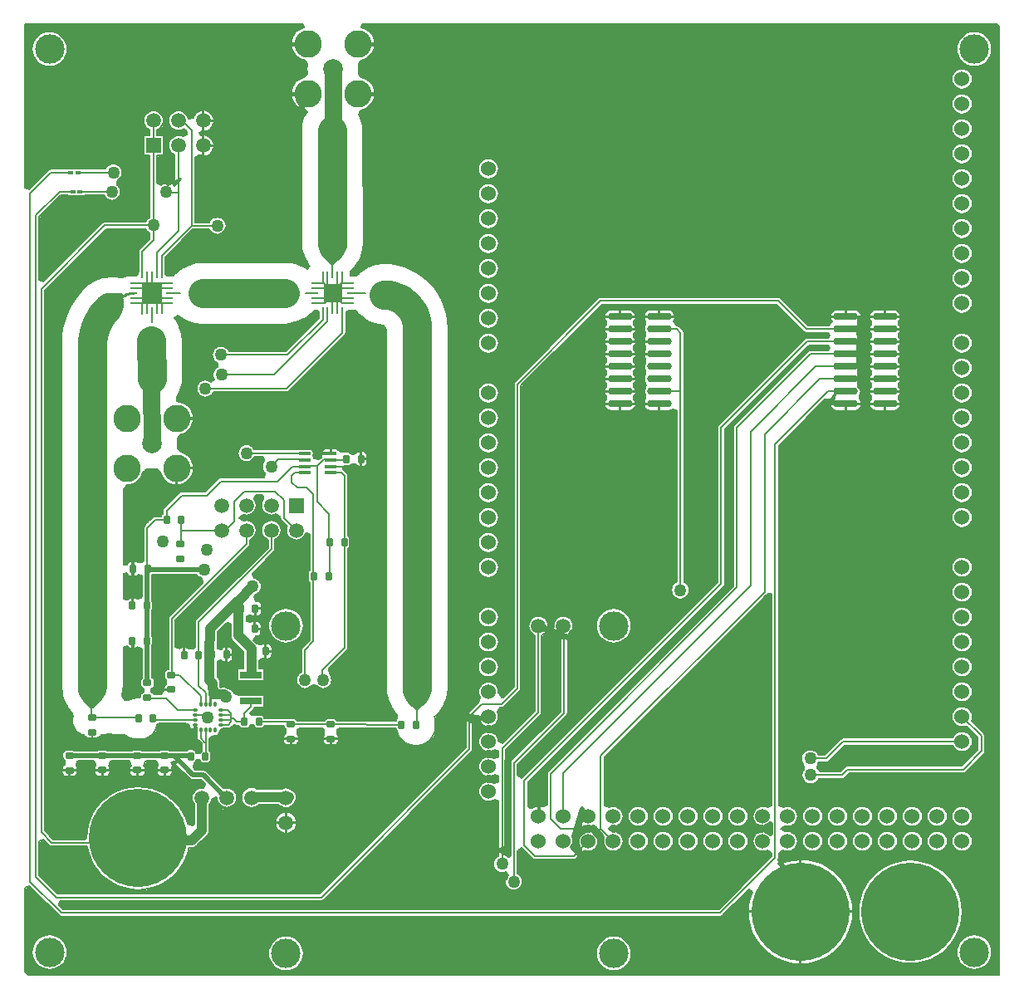
<source format=gtl>
%FSDAX23Y23*%
%MOIN*%
%SFA1B1*%

%IPPOS*%
%AMD12*
4,1,8,0.005900,0.017700,-0.005900,0.017700,-0.011800,0.011800,-0.011800,-0.011800,-0.005900,-0.017700,0.005900,-0.017700,0.011800,-0.011800,0.011800,0.011800,0.005900,0.017700,0.0*
1,1,0.011820,0.005900,0.011800*
1,1,0.011820,-0.005900,0.011800*
1,1,0.011820,-0.005900,-0.011800*
1,1,0.011820,0.005900,-0.011800*
%
%AMD15*
4,1,8,-0.017700,0.005900,-0.017700,-0.005900,-0.011800,-0.011800,0.011800,-0.011800,0.017700,-0.005900,0.017700,0.005900,0.011800,0.011800,-0.011800,0.011800,-0.017700,0.005900,0.0*
1,1,0.011820,-0.011800,0.005900*
1,1,0.011820,-0.011800,-0.005900*
1,1,0.011820,0.011800,-0.005900*
1,1,0.011820,0.011800,0.005900*
%
%ADD10C,0.010000*%
%ADD11C,0.117980*%
G04~CAMADD=12~8~0.0~0.0~236.2~354.3~59.1~0.0~15~0.0~0.0~0.0~0.0~0~0.0~0.0~0.0~0.0~0~0.0~0.0~0.0~0.0~236.2~354.3*
%ADD12D12*%
%ADD13O,0.098430X0.029530*%
%ADD14O,0.048030X0.015750*%
G04~CAMADD=15~8~0.0~0.0~236.2~354.3~59.1~0.0~15~0.0~0.0~0.0~0.0~0~0.0~0.0~0.0~0.0~0~0.0~0.0~0.0~90.0~354.0~236.0*
%ADD15D15*%
%ADD16R,0.086610X0.031500*%
%ADD17O,0.011020X0.025200*%
%ADD18O,0.025200X0.011020*%
%ADD19O,0.009840X0.031890*%
%ADD20O,0.031890X0.009840*%
%ADD21R,0.019690X0.011810*%
%ADD22C,0.007870*%
%ADD23C,0.039370*%
%ADD24C,0.019690*%
%ADD25C,0.070870*%
%ADD26C,0.117940*%
%ADD27C,0.011020*%
%ADD28R,0.080710X0.082680*%
%ADD29R,0.071850X0.076770*%
%ADD30C,0.059060*%
%ADD31C,0.060000*%
%ADD32C,0.118110*%
%ADD33C,0.393700*%
%ADD34C,0.110240*%
%ADD35C,0.078740*%
%ADD36R,0.059060X0.059060*%
%ADD37C,0.050000*%
%ADD62C,0.005000*%
%ADD63C,0.020000*%
%LNupcnsl-abs-comms-rfpatest-v1.0-1*%
%LPD*%
G54D62*
X00365Y02761D02*
X00365Y02761D01*
X00406Y02759*
X00410Y02755*
X00411Y02719*
X00409Y02703*
X00404Y02687*
X00397Y02673*
X00388Y02662*
X00390Y02661*
X00311Y02740*
X00321Y02748*
X00334Y02755*
X00349Y02760*
X00365Y02761*
X00365Y02761*
X00386Y02666D02*
X00390D01*
X00381Y02671D02*
X00395D01*
X00376Y02676D02*
X00398D01*
X00371Y02681D02*
X00401D01*
X00366Y02686D02*
X00403D01*
X00361Y02691D02*
X00405D01*
X00356Y02696D02*
X00407D01*
X00351Y02701D02*
X00409D01*
X00346Y02706D02*
X00411D01*
X00341Y02711D02*
X00411D01*
X00336Y02716D02*
X00411D01*
X00331Y02721D02*
X00411D01*
X00326Y02726D02*
X00411D01*
X00321Y02731D02*
X00411D01*
X00316Y02736D02*
X00411D01*
X00314Y02741D02*
X00411D01*
X00320Y02746D02*
X00411D01*
X00328Y02751D02*
X00411D01*
X00336Y02756D02*
X00411D01*
X00359Y02761D02*
X00364D01*
X03930Y03832D02*
Y00028D01*
X00031*
X00019Y00040*
Y00377*
X00035Y00384*
X00155Y00265*
X00159Y00262*
X00165Y00261*
X02810*
X02815Y00262*
X02820Y00265*
X02925Y00370*
X02938Y00361*
X02938Y00360*
X02929Y00334*
X02923Y00307*
X02922Y00283*
X03129*
Y00490*
X03104Y00488*
X03077Y00483*
X03051Y00474*
X03050Y00473*
X03051Y00472*
X03042Y00487*
X03043Y00490*
X03045Y00495*
Y00518*
X03061Y00527*
X03069Y00524*
X03080Y00522*
X03091Y00524*
X03100Y00528*
X03109Y00534*
X03115Y00543*
X03119Y00552*
X03121Y00563*
X03119Y00573*
X03115Y00583*
X03109Y00592*
X03100Y00598*
X03091Y00602*
X03080Y00604*
X03069Y00602*
X03069Y00602*
X03052Y00612*
Y00614*
X03069Y00624*
X03069Y00624*
X03080Y00622*
X03091Y00624*
X03100Y00628*
X03109Y00634*
X03115Y00643*
X03119Y00652*
X03121Y00663*
X03119Y00673*
X03115Y00683*
X03109Y00692*
X03100Y00698*
X03091Y00702*
X03080Y00704*
X03069Y00702*
X03061Y00699*
X03045Y00708*
Y02151*
X03230Y02337*
X03253Y02335*
X03256Y02332*
X03256Y02333*
X03253Y02329*
X03252Y02321*
X03375*
X03374Y02329*
X03371Y02333*
X03370Y02339*
X03370Y02354*
X03371Y02358*
X03372Y02359*
X03373Y02364*
X03374Y02369*
X03373Y02374*
X03372Y02379*
X03370Y02381*
X03369Y02390*
X03369Y02396*
X03369Y02401*
X03372Y02409*
X03372Y02410*
X03373Y02414*
X03374Y02419*
X03373Y02424*
X03372Y02425*
X03372Y02426*
X03372Y02429*
X03371Y02430*
X03367Y02442*
Y02452*
X03368Y02454*
X03372Y02459*
X03374Y02469*
X03372Y02479*
X03368Y02483*
X03367Y02486*
Y02495*
X03371Y02508*
X03372Y02509*
X03372Y02511*
X03372Y02513*
X03373Y02514*
X03374Y02519*
X03373Y02524*
X03372Y02528*
X03372Y02528*
X03371Y02531*
X03369Y02539*
X03369Y02544*
X03369Y02548*
X03369Y02552*
X03372Y02559*
X03372Y02560*
X03372Y02563*
X03373Y02565*
X03373Y02566*
X03374Y02569*
X03373Y02571*
X03373Y02573*
X03372Y02574*
X03372Y02578*
X03372Y02578*
X03369Y02587*
X03367Y02661*
X03364Y02599*
X03368Y02588*
Y02592*
X03365Y02549*
X03365Y02523*
X03369Y02598*
X03370Y02606*
X03372Y02609*
X03373Y02614*
X03374Y02619*
X03373Y02623*
X03372Y02629*
X03371Y02630*
X03370Y02634*
X03370Y02648*
X03371Y02655*
X03374Y02658*
X03375Y02666*
X03252*
X03253Y02658*
X03256Y02655*
X03257Y02649*
X03246Y02633*
X03161*
X03052Y02742*
X03047Y02745*
X03042Y02746*
X02329*
X02324Y02745*
X02319Y02742*
X01985Y02408*
X01982Y02404*
X01981Y02398*
Y01184*
X01938Y01141*
X01933Y01141*
X01929Y01145*
X01920Y01161*
X01920Y01163*
X01919Y01174*
X01915Y01183*
X01908Y01192*
X01900Y01198*
X01890Y01202*
X01879Y01204*
X01869Y01202*
X01859Y01198*
X01851Y01192*
X01844Y01183*
X01840Y01174*
X01839Y01163*
X01840Y01153*
X01844Y01143*
X01844Y01141*
X01842Y01125*
X01840Y01121*
X01791Y01073*
X01788Y01068*
X01787Y01063*
Y00939*
X01201Y00353*
X00150*
X00076Y00427*
Y00563*
X00093Y00570*
X00116Y00546*
X00121Y00543*
X00126Y00542*
X00268*
X00272Y00522*
X00281Y00496*
X00293Y00471*
X00308Y00449*
X00326Y00428*
X00347Y00411*
X00369Y00395*
X00393Y00383*
X00419Y00375*
X00446Y00369*
X00473Y00368*
X00500Y00369*
X00527Y00375*
X00552Y00383*
X00577Y00395*
X00599Y00411*
X00620Y00428*
X00638Y00449*
X00653Y00471*
X00665Y00496*
X00674Y00522*
X00676Y00536*
X00687Y00536*
X00691Y00537*
X00695Y00537*
X00699Y00539*
X00702Y00540*
X00706Y00543*
X00709Y00545*
X00751Y00587*
X00755Y00593*
X00758Y00600*
X00759Y00608*
Y00712*
X00764Y00718*
X00768Y00728*
X00768Y00731*
X00774Y00737*
X00777Y00738*
X00785Y00740*
X00788Y00738*
X00789Y00736*
X00790Y00728*
X00794Y00718*
X00801Y00710*
X00809Y00703*
X00819Y00699*
X00829Y00698*
X00840Y00699*
X00849Y00703*
X00858Y00710*
X00864Y00718*
X00868Y00728*
X00869Y00738*
X00868Y00749*
X00864Y00758*
X00858Y00767*
X00849Y00773*
X00840Y00777*
X00829Y00778*
X00819Y00777*
X00816Y00776*
X00749Y00844*
X00742Y00848*
X00735Y00850*
X00703*
X00694Y00861*
X00699Y00878*
X00701Y00880*
X00705Y00885*
X00706Y00889*
X00721*
X00721Y00885*
X00725Y00880*
X00730Y00876*
X00737Y00875*
X00749*
X00755Y00876*
X00760Y00880*
X00764Y00885*
X00765Y00891*
Y00915*
X00764Y00921*
X00760Y00927*
X00758Y00928*
Y00970*
X00762Y00979*
X00778Y00987*
X00778Y00987*
X00783Y00986*
X00786Y00987*
X00788Y00987*
X00789Y00987*
X00790Y00988*
X00792Y00989*
X00793Y00990*
X00793Y00990*
X00794Y00990*
X00794Y00991*
X00796Y00993*
X00798Y00996*
X00799Y01001*
X00799Y01001*
X00805Y01009*
X00813Y01015*
X00831Y01016*
X00835*
X00840Y01018*
X00845Y01021*
X00845Y01021*
X00859Y01030*
X00863Y01029*
X00868Y01028*
X00877*
X00878Y01025*
X00882Y01019*
X00887Y01016*
X00893Y01015*
X00905*
X00912Y01016*
X00917Y01019*
X00921Y01025*
X00921Y01029*
X00936*
X00937Y01025*
X00941Y01019*
X00946Y01016*
X00952Y01015*
X00965*
X00971Y01016*
X00976Y01019*
X00980Y01025*
X00980Y01028*
X01058*
Y01027*
X01059Y01021*
X01063Y01016*
X01066Y01014*
X01066Y01008*
X01066Y01001*
X01065Y00996*
X01061Y00993*
X01057Y00987*
X01056Y00980*
Y00977*
X01117*
Y00980*
X01115Y00987*
X01112Y00992*
X01113Y01011*
X01119Y01018*
X01213*
X01220Y01011*
X01220Y00992*
X01217Y00987*
X01216Y00980*
Y00976*
X01277*
Y00980*
X01275Y00987*
X01272Y00992*
X01273Y01011*
X01279Y01018*
X01385*
X01386Y01018*
X01391Y01017*
X01507*
X01507Y01013*
X01511Y01008*
X01511Y01007*
X01511Y01005*
X01515Y00992*
X01522Y00979*
X01531Y00969*
X01542Y00960*
X01554Y00953*
X01568Y00949*
X01582Y00948*
X01594*
X01607Y00949*
X01621Y00953*
X01633Y00960*
X01644Y00969*
X01653Y00979*
X01660Y00992*
X01664Y01005*
X01665Y01019*
Y01043*
X01664Y01057*
X01662Y01062*
X01665Y01065*
X01666Y01065*
X01668Y01068*
X01672Y01071*
X01677Y01076*
X01687Y01089*
X01692Y01095*
X01694Y01100*
X01702Y01114*
X01706Y01123*
X01707Y01126*
X01707Y01127*
X01712Y01137*
X01716Y01157*
X01718Y01176*
Y02618*
X01718Y02619*
X01718Y02623*
X01716Y02652*
X01711Y02681*
X01703Y02709*
X01692Y02736*
X01678Y02761*
X01661Y02785*
X01641Y02807*
X01620Y02826*
X01596Y02843*
X01570Y02857*
X01543Y02869*
X01515Y02877*
X01486Y02882*
X01471Y02882*
X01471Y02883*
X01468Y02883*
X01465*
X01461Y02883*
X01459Y02883*
X01458Y02883*
X01455*
X01443Y02882*
X01440Y02882*
X01439Y02882*
X01438Y02881*
X01434Y02881*
X01426Y02879*
X01409Y02874*
X01398Y02869*
X01382Y02861*
X01378Y02858*
X01372Y02854*
X01359Y02843*
X01357Y02841*
X01354Y02839*
X01354Y02839*
X01354Y02839*
X01348Y02833*
X01345*
X01335Y02834*
X01325*
X01325Y02850*
X01327Y02852*
X01327Y02853*
X01330Y02855*
X01333Y02858*
X01339Y02864*
X01349Y02876*
X01353Y02882*
X01356Y02887*
X01364Y02901*
X01367Y02910*
X01368Y02913*
X01373Y02928*
X01375Y02936*
X01376Y02941*
X01376Y02941*
X01376Y02942*
X01376Y02946*
X01377Y02957*
Y02958*
X01377Y02958*
X01377Y02961*
X01378Y02963*
X01377Y02965*
X01376Y03418*
X01375Y03438*
X01370Y03457*
X01363Y03475*
X01360Y03479*
X01366Y03497*
X01368Y03497*
X01380Y03501*
X01392Y03507*
X01402Y03516*
X01411Y03526*
X01417Y03538*
X01421Y03551*
X01422Y03561*
X01357*
Y03566*
X01422*
X01421Y03577*
X01417Y03590*
X01411Y03602*
X01402Y03612*
X01392Y03620*
X01380Y03627*
X01370Y03630*
X01366Y03634*
X01358Y03644*
X01358Y03648*
X01360Y03664*
X01358Y03680*
X01358Y03683*
X01364Y03692*
X01372Y03699*
X01380Y03701*
X01392Y03707*
X01402Y03716*
X01411Y03726*
X01417Y03738*
X01421Y03751*
X01422Y03761*
X01357*
Y03766*
X01422*
X01421Y03777*
X01417Y03790*
X01411Y03802*
X01402Y03812*
X01392Y03820*
X01380Y03827*
X01370Y03830*
X01373Y03844*
X03918*
X03930Y03832*
G54D10*
X03925Y03830D02*
Y00033D01*
X00033Y00033*
X00024Y00042*
Y00374*
X00034Y00378*
X00152Y00261*
X00157Y00257*
X00164Y00256*
X02810*
X02817Y00257*
X02823Y00261*
X02926Y00364*
X02932Y00360*
X02933Y00362*
X02924Y00336*
X02918Y00308*
X02916Y00278*
X03134*
Y00495*
X03103Y00493*
X03076Y00488*
X03049Y00478*
X03043Y00475*
X03158Y00318*
X03048Y00487*
X03048Y00488*
X03050Y00495*
Y00515*
X03061Y00521*
X03068Y00519*
X03080Y00517*
X03092Y00519*
X03103Y00523*
X03112Y00531*
X03120Y00540*
X03124Y00551*
X03126Y00563*
X03124Y00575*
X03120Y00586*
X03112Y00595*
X03103Y00603*
X03092Y00607*
X03080Y00609*
X03068Y00607*
X03069Y00607*
X03057Y00615*
Y00611*
X03069Y00618*
X03068Y00619*
X03080Y00617*
X03092Y00619*
X03103Y00623*
X03112Y00631*
X03120Y00640*
X03124Y00651*
X03126Y00663*
X03124Y00675*
X03120Y00686*
X03112Y00695*
X03103Y00703*
X03092Y00707*
X03080Y00709*
X03068Y00707*
X03061Y00704*
X03050Y00711*
Y02149*
X03232Y02332*
X03251Y02330*
X03258Y02320*
X03267Y02359*
X03249Y02331*
X03246Y02316*
X03381*
X03378Y02331*
X03376Y02335*
X03375Y02340*
X03375Y02353*
X03375Y02356*
X03376Y02357*
X03378Y02364*
X03379Y02369*
X03378Y02375*
X03376Y02380*
X03375Y02383*
X03374Y02390*
X03374Y02396*
X03374Y02400*
X03377Y02408*
X03377Y02409*
X03377Y02413*
X03379Y02419*
X03377Y02425*
X03377Y02426*
X03377Y02427*
X03376Y02431*
X03375Y02432*
X03372Y02443*
Y02450*
X03373Y02452*
X03376Y02457*
X03379Y02469*
X03376Y02481*
X03373Y02486*
X03372Y02487*
Y02494*
X03375Y02506*
X03376Y02507*
X03377Y02510*
X03377Y02512*
X03378Y02513*
X03379Y02519*
X03377Y02525*
X03377Y02529*
X03377Y02530*
X03376Y02532*
X03374Y02540*
X03374Y02544*
X03374Y02547*
X03374Y02551*
X03377Y02558*
X03377Y02559*
X03377Y02562*
X03378Y02564*
X03378Y02565*
X03379Y02569*
X03378Y02572*
X03378Y02574*
X03377Y02575*
X03377Y02579*
X03377Y02580*
X03374Y02588*
X03368Y02800*
X03359Y02599*
X03373Y02561*
Y02709*
X03360Y02549*
X03363Y02386*
X03374Y02597*
X03375Y02605*
X03376Y02607*
X03378Y02613*
X03379Y02619*
X03378Y02624*
X03376Y02631*
X03375Y02632*
X03375Y02634*
X03375Y02648*
X03376Y02653*
X03378Y02656*
X03381Y02671*
X03246*
X03249Y02656*
X03251Y02653*
X03251Y02651*
X03243Y02638*
X03163*
X03055Y02746*
X03049Y02750*
X03043Y02751*
X02328*
X02322Y02750*
X02316Y02746*
X01981Y02411*
X01977Y02406*
X01976Y02399*
Y01186*
X01936Y01146*
X01935Y01146*
X01933Y01148*
X01925Y01162*
X01925Y01163*
X01924Y01175*
X01919Y01186*
X01912Y01195*
X01902Y01203*
X01891Y01207*
X01879Y01209*
X01868Y01207*
X01857Y01203*
X01847Y01195*
X01840Y01186*
X01835Y01175*
X01834Y01163*
X01835Y01151*
X01839Y01142*
X01839Y01141*
X01837Y01127*
X01836Y01124*
X01787Y01076*
X01783Y01070*
X01782Y01063*
Y00941*
X01199Y00358*
X00152Y00358*
X00081Y00429*
Y00560*
X00091Y00564*
X00113Y00542*
X00119Y00538*
X00126Y00537*
X00264*
X00267Y00520*
X00276Y00494*
X00289Y00469*
X00304Y00446*
X00323Y00425*
X00343Y00407*
X00367Y00391*
X00392Y00379*
X00418Y00370*
X00445Y00364*
X00473Y00363*
X00501Y00364*
X00528Y00370*
X00554Y00379*
X00579Y00391*
X00602Y00407*
X00623Y00425*
X00642Y00446*
X00657Y00469*
X00669Y00494*
X00678Y00520*
X00681Y00531*
X00688Y00531*
X00692Y00532*
X00696Y00532*
X00701Y00534*
X00705Y00536*
X00709Y00539*
X00712Y00541*
X00754Y00584*
X00760Y00591*
X00763Y00599*
X00764Y00608*
Y00710*
X00768Y00716*
X00773Y00727*
X00773Y00729*
X00777Y00733*
X00778Y00733*
X00784Y00735*
X00784Y00735*
X00784Y00734*
X00785Y00727*
X00790Y00716*
X00797Y00706*
X00807Y00699*
X00817Y00695*
X00829Y00693*
X00841Y00695*
X00852Y00699*
X00861Y00706*
X00868Y00716*
X00873Y00727*
X00874Y00738*
X00873Y00750*
X00868Y00761*
X00861Y00770*
X00852Y00777*
X00841Y00782*
X00829Y00784*
X00817Y00782*
X00818Y00782*
X00752Y00848*
X00744Y00853*
X00735Y00855*
X00705*
X00700Y00862*
X00703Y00875*
X00705Y00876*
X00710Y00883*
X00710Y00884*
X00717*
X00717Y00883*
X00721Y00876*
X00728Y00871*
X00736Y00870*
X00749*
X00757Y00871*
X00764Y00876*
X00769Y00883*
X00770Y00891*
Y00916*
X00769Y00923*
X00764Y00930*
X00763Y00931*
Y00969*
X00766Y00976*
X00779Y00982*
X00783Y00981*
X00787Y00982*
X00789Y00982*
X00791Y00983*
X00792Y00983*
X00795Y00985*
X00796Y00986*
X00796Y00986*
X00796Y00986*
X00798Y00987*
X00800Y00991*
X00803Y00994*
X00804Y01000*
X00804Y00999*
X00809Y01005*
X00815Y01010*
X00831Y01011*
X00836*
X00842Y01013*
X00848Y01017*
X00849Y01017*
X00860Y01025*
X00862Y01025*
X00868Y01023*
X00873*
X00873Y01023*
X00878Y01016*
X00885Y01011*
X00893Y01010*
X00906*
X00914Y01011*
X00921Y01016*
X00925Y01023*
X00925Y01024*
X00932*
X00932Y01023*
X00937Y01016*
X00944Y01011*
X00952Y01010*
X00965*
X00973Y01011*
X00980Y01016*
X00984Y01023*
X00984Y01023*
X01053*
Y01027*
X01054Y01019*
X01059Y01012*
X01061Y01011*
X01061Y01008*
X01061Y01002*
X01061Y00999*
X01058Y00997*
X01052Y00989*
X01051Y00981*
Y00972*
X01122*
Y00981*
X01120Y00989*
X01117Y00994*
X01118Y01009*
X01122Y01013*
X01211*
X01215Y01009*
X01215Y00993*
X01212Y00989*
X01211Y00980*
Y00971*
X01282*
Y00980*
X01280Y00989*
X01277Y00993*
X01278Y01009*
X01281Y01013*
X01384*
X01384Y01013*
X01391Y01012*
X01502*
X01503Y01011*
X01507Y01004*
X01506Y01005*
X01506Y01004*
X01511Y00990*
X01518Y00977*
X01527Y00965*
X01539Y00956*
X01552Y00948*
X01567Y00944*
X01581Y00943*
X01594*
X01608Y00944*
X01623Y00948*
X01636Y00956*
X01648Y00965*
X01657Y00977*
X01664Y00990*
X01669Y01004*
X01670Y01019*
Y01043*
X01669Y01058*
X01668Y01061*
X01669Y01061*
X01669*
X01672Y01064*
X01675Y01068*
X01681Y01073*
X01691Y01086*
X01696Y01093*
X01699Y01097*
X01707Y01112*
X01710Y01121*
X01712Y01124*
X01712Y01125*
X01716Y01136*
X01721Y01156*
X01723Y01176*
Y02618*
X01723Y02619*
X01723Y02623*
X01721Y02652*
X01716Y02682*
X01708Y02710*
X01697Y02738*
X01682Y02764*
X01665Y02788*
X01645Y02810*
X01623Y02830*
X01599Y02848*
X01572Y02862*
X01545Y02873*
X01516Y02882*
X01487Y02887*
X01472Y02887*
X01472Y02887*
X01468Y02888*
X01465*
X01461Y02888*
X01458Y02888*
X01458Y02888*
X01455*
X01443Y02887*
X01439Y02887*
X01438Y02887*
X01437Y02886*
X01433Y02886*
X01424Y02884*
X01408Y02879*
X01395Y02874*
X01380Y02865*
X01375Y02862*
X01369Y02858*
X01355Y02847*
X01353Y02845*
X01350Y02842*
X01350Y02842*
X01346Y02838*
X01346*
X01336Y02839*
X01330*
X01330Y02848*
X01330Y02849*
X01333Y02851*
X01337Y02855*
X01342Y02860*
X01353Y02873*
X01357Y02880*
X01360Y02884*
X01368Y02899*
X01372Y02908*
X01373Y02911*
X01378Y02927*
X01380Y02935*
X01381Y02940*
X01381Y02941*
X01381Y02941*
X01381Y02946*
X01382Y02957*
Y02957*
X01382Y02958*
X01382Y02961*
X01383Y02963*
X01382Y02965*
X01381Y03418*
X01380Y03438*
X01375Y03458*
X01367Y03477*
X01365Y03480*
X01370Y03492*
X01369Y03492*
X01382Y03496*
X01395Y03503*
X01406Y03512*
X01415Y03523*
X01422Y03536*
X01426Y03550*
X01428Y03566*
X01362*
X01359Y03564*
X01428Y03561*
X01426Y03578*
X01422Y03592*
X01415Y03604*
X01406Y03615*
X01395Y03625*
X01382Y03631*
X01373Y03634*
X01370Y03637*
X01363Y03646*
X01363Y03647*
X01365Y03664*
X01363Y03680*
X01363Y03682*
X01368Y03688*
X01375Y03694*
X01382Y03696*
X01395Y03703*
X01406Y03712*
X01415Y03723*
X01422Y03736*
X01426Y03750*
X01428Y03766*
X01362*
X01359Y03764*
X01428Y03761*
X01426Y03778*
X01422Y03792*
X01415Y03804*
X01406Y03815*
X01395Y03825*
X01382Y03831*
X01376Y03833*
X01377Y03839*
X03916*
X03925Y03830*
X00031Y00038D02*
X03926D01*
X00025Y00048D02*
X03926D01*
X00025Y00058D02*
X03926D01*
X00025Y00068D02*
X03926D01*
X00025Y00078D02*
X03926D01*
X00025Y00088D02*
X03926D01*
X00025Y00098D02*
X03926D01*
X00025Y00108D02*
X03926D01*
X00025Y00118D02*
X03926D01*
X00025Y00128D02*
X03926D01*
X00025Y00138D02*
X03926D01*
X00025Y00148D02*
X03926D01*
X00025Y00158D02*
X03926D01*
X00025Y00168D02*
X03926D01*
X00025Y00178D02*
X03926D01*
X00025Y00188D02*
X03926D01*
X00025Y00198D02*
X03926D01*
X00025Y00208D02*
X03926D01*
X00025Y00218D02*
X03926D01*
X00025Y00228D02*
X03926D01*
X00025Y00238D02*
X03926D01*
X00025Y00248D02*
X03926D01*
X00025Y00258D02*
X00156D01*
X02821D02*
X03926D01*
X00025Y00268D02*
X00144D01*
X02831D02*
X03926D01*
X00025Y00278D02*
X00134D01*
X02841D02*
X02916D01*
X03135D02*
X03926D01*
X00025Y00288D02*
X00124D01*
X02851D02*
X02916D01*
X03135D02*
X03926D01*
X00025Y00298D02*
X00114D01*
X02861D02*
X02918D01*
X03135D02*
X03926D01*
X00025Y00308D02*
X00104D01*
X02871D02*
X02918D01*
X03135D02*
X03926D01*
X00025Y00318D02*
X00094D01*
X02881D02*
X02920D01*
X03135D02*
X03926D01*
X00025Y00328D02*
X00084D01*
X02891D02*
X02922D01*
X03135D02*
X03926D01*
X00025Y00338D02*
X00074D01*
X02901D02*
X02924D01*
X03135D02*
X03144D01*
X03149D02*
X03926D01*
X00025Y00348D02*
X00064D01*
X02911D02*
X02928D01*
X03135D02*
X03136D01*
X03141D02*
X03926D01*
X00025Y00358D02*
X00054D01*
X00155D02*
X01198D01*
X02921D02*
X02932D01*
X03133D02*
X03926D01*
X00025Y00368D02*
X00044D01*
X00145D02*
X00428D01*
X00519D02*
X01208D01*
X03125D02*
X03126D01*
X03135D02*
X03926D01*
X00035Y00378D02*
X00034D01*
X00135D02*
X00394D01*
X00553D02*
X01218D01*
X03117D02*
X03120D01*
X03135D02*
X03926D01*
X00125Y00388D02*
X00374D01*
X00575D02*
X01228D01*
X03111D02*
X03112D01*
X03135D02*
X03926D01*
X00115Y00398D02*
X00356D01*
X00591D02*
X01238D01*
X03103D02*
X03106D01*
X03135D02*
X03926D01*
X00105Y00408D02*
X00342D01*
X00607D02*
X01248D01*
X03095D02*
X03100D01*
X03135D02*
X03926D01*
X00095Y00418D02*
X00330D01*
X00617D02*
X01258D01*
X03087D02*
X03092D01*
X03135D02*
X03926D01*
X00085Y00428D02*
X00320D01*
X00629D02*
X01268D01*
X03081D02*
X03086D01*
X03135D02*
X03926D01*
X00083Y00438D02*
X00310D01*
X00637D02*
X01278D01*
X03073D02*
X03080D01*
X03135D02*
X03926D01*
X00083Y00448D02*
X00302D01*
X00645D02*
X01288D01*
X03065D02*
X03074D01*
X03135D02*
X03926D01*
X00083Y00458D02*
X00296D01*
X00653D02*
X01298D01*
X03059D02*
X03066D01*
X03135D02*
X03926D01*
X00083Y00468D02*
X00288D01*
X00659D02*
X01308D01*
X03051D02*
X03060D01*
X03135D02*
X03926D01*
X00083Y00478D02*
X00284D01*
X00665D02*
X01318D01*
X03049D02*
X03054D01*
X03135D02*
X03926D01*
X00083Y00488D02*
X00278D01*
X00669D02*
X01328D01*
X03049D02*
X03074D01*
X03135D02*
X03926D01*
X00083Y00498D02*
X00274D01*
X00673D02*
X01338D01*
X03051D02*
X03926D01*
X00083Y00508D02*
X00272D01*
X00677D02*
X01348D01*
X03051D02*
X03926D01*
X00083Y00518D02*
X00268D01*
X00679D02*
X01358D01*
X03055D02*
X03926D01*
X00083Y00528D02*
X00266D01*
X00683D02*
X01368D01*
X03111D02*
X03926D01*
X00083Y00538D02*
X00124D01*
X00709D02*
X01378D01*
X03119D02*
X03926D01*
X00083Y00548D02*
X00108D01*
X00721D02*
X01388D01*
X03125D02*
X03926D01*
X00083Y00558D02*
X00098D01*
X00731D02*
X01398D01*
X03127D02*
X03926D01*
X00741Y00568D02*
X01408D01*
X03127D02*
X03926D01*
X00751Y00578D02*
X01418D01*
X03125D02*
X03926D01*
X00759Y00588D02*
X01428D01*
X03121D02*
X03926D01*
X00765Y00598D02*
X01438D01*
X03113D02*
X03926D01*
X00767Y00608D02*
X01448D01*
X03093D02*
X03926D01*
X00767Y00618D02*
X01458D01*
X03071D02*
X03926D01*
X00767Y00628D02*
X01468D01*
X03111D02*
X03926D01*
X00767Y00638D02*
X01478D01*
X03119D02*
X03926D01*
X00767Y00648D02*
X01488D01*
X03125D02*
X03926D01*
X00767Y00658D02*
X01498D01*
X03127D02*
X03926D01*
X00767Y00668D02*
X01508D01*
X03127D02*
X03926D01*
X00767Y00678D02*
X01518D01*
X03125D02*
X03926D01*
X00767Y00688D02*
X01528D01*
X03121D02*
X03926D01*
X00767Y00698D02*
X00810D01*
X00849D02*
X01538D01*
X03113D02*
X03926D01*
X00767Y00708D02*
X00796D01*
X00865D02*
X01548D01*
X03057D02*
X03068D01*
X03093D02*
X03926D01*
X00771Y00718D02*
X00788D01*
X00871D02*
X01558D01*
X03051D02*
X03926D01*
X00775Y00728D02*
X00784D01*
X00875D02*
X01568D01*
X03051D02*
X03926D01*
X00877Y00738D02*
X01578D01*
X03051D02*
X03926D01*
X00875Y00748D02*
X01588D01*
X03051D02*
X03926D01*
X00873Y00758D02*
X01598D01*
X03051D02*
X03926D01*
X00867Y00768D02*
X01608D01*
X03051D02*
X03926D01*
X00853Y00778D02*
X01618D01*
X03051D02*
X03926D01*
X00815Y00788D02*
X01628D01*
X03051D02*
X03926D01*
X00805Y00798D02*
X01638D01*
X03051D02*
X03926D01*
X00795Y00808D02*
X01648D01*
X03051D02*
X03926D01*
X00785Y00818D02*
X01658D01*
X03051D02*
X03926D01*
X00775Y00828D02*
X01668D01*
X03051D02*
X03926D01*
X00765Y00838D02*
X01678D01*
X03051D02*
X03926D01*
X00753Y00848D02*
X01688D01*
X03051D02*
X03926D01*
X00705Y00858D02*
X01698D01*
X03051D02*
X03926D01*
X00703Y00868D02*
X01708D01*
X03051D02*
X03926D01*
X00707Y00878D02*
X00720D01*
X00767D02*
X01718D01*
X03051D02*
X03926D01*
X00773Y00888D02*
X01728D01*
X03051D02*
X03926D01*
X00773Y00898D02*
X01738D01*
X03051D02*
X03926D01*
X00773Y00908D02*
X01748D01*
X03051D02*
X03926D01*
X00773Y00918D02*
X01758D01*
X03051D02*
X03926D01*
X00769Y00928D02*
X01768D01*
X03051D02*
X03926D01*
X00765Y00938D02*
X01778D01*
X03051D02*
X03926D01*
X00765Y00948D02*
X01556D01*
X01621D02*
X01782D01*
X03051D02*
X03926D01*
X00765Y00958D02*
X01536D01*
X01641D02*
X01782D01*
X03051D02*
X03926D01*
X00765Y00968D02*
X01526D01*
X01651D02*
X01782D01*
X03051D02*
X03926D01*
X00773Y00978D02*
X01050D01*
X01123D02*
X01210D01*
X01283D02*
X01516D01*
X01661D02*
X01782D01*
X03051D02*
X03926D01*
X00801Y00988D02*
X01052D01*
X01123D02*
X01212D01*
X01283D02*
X01512D01*
X01665D02*
X01782D01*
X03051D02*
X03926D01*
X00805Y00998D02*
X01058D01*
X01121D02*
X01214D01*
X01279D02*
X01508D01*
X01669D02*
X01782D01*
X03051D02*
X03926D01*
X00813Y01008D02*
X01060D01*
X01121D02*
X01214D01*
X01279D02*
X01504D01*
X01671D02*
X01782D01*
X03051D02*
X03926D01*
X00851Y01018D02*
X00876D01*
X00925D02*
X00936D01*
X00983D02*
X01054D01*
X01673D02*
X01782D01*
X03051D02*
X03926D01*
X01673Y01028D02*
X01782D01*
X03051D02*
X03926D01*
X01673Y01038D02*
X01782D01*
X03051D02*
X03926D01*
X01673Y01048D02*
X01782D01*
X03051D02*
X03926D01*
X01671Y01058D02*
X01782D01*
X03051D02*
X03926D01*
X01677Y01068D02*
X01782D01*
X03051D02*
X03926D01*
X01687Y01078D02*
X01788D01*
X03051D02*
X03926D01*
X01695Y01088D02*
X01798D01*
X03051D02*
X03926D01*
X01701Y01098D02*
X01808D01*
X03051D02*
X03926D01*
X01707Y01108D02*
X01818D01*
X03051D02*
X03926D01*
X01711Y01118D02*
X01828D01*
X03051D02*
X03926D01*
X01715Y01128D02*
X01838D01*
X03051D02*
X03926D01*
X01719Y01138D02*
X01838D01*
X03051D02*
X03926D01*
X01721Y01148D02*
X01836D01*
X01937D02*
X01938D01*
X03051D02*
X03926D01*
X01725Y01158D02*
X01834D01*
X01931D02*
X01948D01*
X03051D02*
X03926D01*
X01725Y01168D02*
X01834D01*
X01927D02*
X01958D01*
X03051D02*
X03926D01*
X01725Y01178D02*
X01836D01*
X01925D02*
X01968D01*
X03051D02*
X03926D01*
X01725Y01188D02*
X01840D01*
X01921D02*
X01976D01*
X03051D02*
X03926D01*
X01725Y01198D02*
X01850D01*
X01911D02*
X01976D01*
X03051D02*
X03926D01*
X01725Y01208D02*
X01866D01*
X01893D02*
X01976D01*
X03051D02*
X03926D01*
X01725Y01218D02*
X01976D01*
X03051D02*
X03926D01*
X01725Y01228D02*
X01976D01*
X03051D02*
X03926D01*
X01725Y01238D02*
X01976D01*
X03051D02*
X03926D01*
X01725Y01248D02*
X01976D01*
X03051D02*
X03926D01*
X01725Y01258D02*
X01976D01*
X03051D02*
X03926D01*
X01725Y01268D02*
X01976D01*
X03051D02*
X03926D01*
X01725Y01278D02*
X01976D01*
X03051D02*
X03926D01*
X01725Y01288D02*
X01976D01*
X03051D02*
X03926D01*
X01725Y01298D02*
X01976D01*
X03051D02*
X03926D01*
X01725Y01308D02*
X01976D01*
X03051D02*
X03926D01*
X01725Y01318D02*
X01976D01*
X03051D02*
X03926D01*
X01725Y01328D02*
X01976D01*
X03051D02*
X03926D01*
X01725Y01338D02*
X01976D01*
X03051D02*
X03926D01*
X01725Y01348D02*
X01976D01*
X03051D02*
X03926D01*
X01725Y01358D02*
X01976D01*
X03051D02*
X03926D01*
X01725Y01368D02*
X01976D01*
X03051D02*
X03926D01*
X01725Y01378D02*
X01976D01*
X03051D02*
X03926D01*
X01725Y01388D02*
X01976D01*
X03051D02*
X03926D01*
X01725Y01398D02*
X01976D01*
X03051D02*
X03926D01*
X01725Y01408D02*
X01976D01*
X03051D02*
X03926D01*
X01725Y01418D02*
X01976D01*
X03051D02*
X03926D01*
X01725Y01428D02*
X01976D01*
X03051D02*
X03926D01*
X01725Y01438D02*
X01976D01*
X03051D02*
X03926D01*
X01725Y01448D02*
X01976D01*
X03051D02*
X03926D01*
X01725Y01458D02*
X01976D01*
X03051D02*
X03926D01*
X01725Y01468D02*
X01976D01*
X03051D02*
X03926D01*
X01725Y01478D02*
X01976D01*
X03051D02*
X03926D01*
X01725Y01488D02*
X01976D01*
X03051D02*
X03926D01*
X01725Y01498D02*
X01976D01*
X03051D02*
X03926D01*
X01725Y01508D02*
X01976D01*
X03051D02*
X03926D01*
X01725Y01518D02*
X01976D01*
X03051D02*
X03926D01*
X01725Y01528D02*
X01976D01*
X03051D02*
X03926D01*
X01725Y01538D02*
X01976D01*
X03051D02*
X03926D01*
X01725Y01548D02*
X01976D01*
X03051D02*
X03926D01*
X01725Y01558D02*
X01976D01*
X03051D02*
X03926D01*
X01725Y01568D02*
X01976D01*
X03051D02*
X03926D01*
X01725Y01578D02*
X01976D01*
X03051D02*
X03926D01*
X01725Y01588D02*
X01976D01*
X03051D02*
X03926D01*
X01725Y01598D02*
X01976D01*
X03051D02*
X03926D01*
X01725Y01608D02*
X01976D01*
X03051D02*
X03926D01*
X01725Y01618D02*
X01976D01*
X03051D02*
X03926D01*
X01725Y01628D02*
X01976D01*
X03051D02*
X03926D01*
X01725Y01638D02*
X01976D01*
X03051D02*
X03926D01*
X01725Y01648D02*
X01976D01*
X03051D02*
X03926D01*
X01725Y01658D02*
X01976D01*
X03051D02*
X03926D01*
X01725Y01668D02*
X01976D01*
X03051D02*
X03926D01*
X01725Y01678D02*
X01976D01*
X03051D02*
X03926D01*
X01725Y01688D02*
X01976D01*
X03051D02*
X03926D01*
X01725Y01698D02*
X01976D01*
X03051D02*
X03926D01*
X01725Y01708D02*
X01976D01*
X03051D02*
X03926D01*
X01725Y01718D02*
X01976D01*
X03051D02*
X03926D01*
X01725Y01728D02*
X01976D01*
X03051D02*
X03926D01*
X01725Y01738D02*
X01976D01*
X03051D02*
X03926D01*
X01725Y01748D02*
X01976D01*
X03051D02*
X03926D01*
X01725Y01758D02*
X01976D01*
X03051D02*
X03926D01*
X01725Y01768D02*
X01976D01*
X03051D02*
X03926D01*
X01725Y01778D02*
X01976D01*
X03051D02*
X03926D01*
X01725Y01788D02*
X01976D01*
X03051D02*
X03926D01*
X01725Y01798D02*
X01976D01*
X03051D02*
X03926D01*
X01725Y01808D02*
X01976D01*
X03051D02*
X03926D01*
X01725Y01818D02*
X01976D01*
X03051D02*
X03926D01*
X01725Y01828D02*
X01976D01*
X03051D02*
X03926D01*
X01725Y01838D02*
X01976D01*
X03051D02*
X03926D01*
X01725Y01848D02*
X01976D01*
X03051D02*
X03926D01*
X01725Y01858D02*
X01976D01*
X03051D02*
X03926D01*
X01725Y01868D02*
X01976D01*
X03051D02*
X03926D01*
X01725Y01878D02*
X01976D01*
X03051D02*
X03926D01*
X01725Y01888D02*
X01976D01*
X03051D02*
X03926D01*
X01725Y01898D02*
X01976D01*
X03051D02*
X03926D01*
X01725Y01908D02*
X01976D01*
X03051D02*
X03926D01*
X01725Y01918D02*
X01976D01*
X03051D02*
X03926D01*
X01725Y01928D02*
X01976D01*
X03051D02*
X03926D01*
X01725Y01938D02*
X01976D01*
X03051D02*
X03926D01*
X01725Y01948D02*
X01976D01*
X03051D02*
X03926D01*
X01725Y01958D02*
X01976D01*
X03051D02*
X03926D01*
X01725Y01968D02*
X01976D01*
X03051D02*
X03926D01*
X01725Y01978D02*
X01976D01*
X03051D02*
X03926D01*
X01725Y01988D02*
X01976D01*
X03051D02*
X03926D01*
X01725Y01998D02*
X01976D01*
X03051D02*
X03926D01*
X01725Y02008D02*
X01976D01*
X03051D02*
X03926D01*
X01725Y02018D02*
X01976D01*
X03051D02*
X03926D01*
X01725Y02028D02*
X01976D01*
X03051D02*
X03926D01*
X01725Y02038D02*
X01976D01*
X03051D02*
X03926D01*
X01725Y02048D02*
X01976D01*
X03051D02*
X03926D01*
X01725Y02058D02*
X01976D01*
X03051D02*
X03926D01*
X01725Y02068D02*
X01976D01*
X03051D02*
X03926D01*
X01725Y02078D02*
X01976D01*
X03051D02*
X03926D01*
X01725Y02088D02*
X01976D01*
X03051D02*
X03926D01*
X01725Y02098D02*
X01976D01*
X03051D02*
X03926D01*
X01725Y02108D02*
X01976D01*
X03051D02*
X03926D01*
X01725Y02118D02*
X01976D01*
X03051D02*
X03926D01*
X01725Y02128D02*
X01976D01*
X03051D02*
X03926D01*
X01725Y02138D02*
X01976D01*
X03051D02*
X03926D01*
X01725Y02148D02*
X01976D01*
X03051D02*
X03926D01*
X01725Y02158D02*
X01976D01*
X03061D02*
X03926D01*
X01725Y02168D02*
X01976D01*
X03071D02*
X03926D01*
X01725Y02178D02*
X01976D01*
X03081D02*
X03926D01*
X01725Y02188D02*
X01976D01*
X03091D02*
X03926D01*
X01725Y02198D02*
X01976D01*
X03101D02*
X03926D01*
X01725Y02208D02*
X01976D01*
X03111D02*
X03926D01*
X01725Y02218D02*
X01976D01*
X03121D02*
X03926D01*
X01725Y02228D02*
X01976D01*
X03131D02*
X03926D01*
X01725Y02238D02*
X01976D01*
X03141D02*
X03926D01*
X01725Y02248D02*
X01976D01*
X03151D02*
X03926D01*
X01725Y02258D02*
X01976D01*
X03161D02*
X03926D01*
X01725Y02268D02*
X01976D01*
X03171D02*
X03926D01*
X01725Y02278D02*
X01976D01*
X03181D02*
X03926D01*
X01725Y02288D02*
X01976D01*
X03191D02*
X03926D01*
X01725Y02298D02*
X01976D01*
X03201D02*
X03926D01*
X01725Y02308D02*
X01976D01*
X03211D02*
X03926D01*
X01725Y02318D02*
X01976D01*
X03221D02*
X03246D01*
X03383D02*
X03926D01*
X01725Y02328D02*
X01976D01*
X03231D02*
X03248D01*
X03255D02*
X03258D01*
X03381D02*
X03926D01*
X01725Y02338D02*
X01976D01*
X03255D02*
X03262D01*
X03377D02*
X03926D01*
X01725Y02348D02*
X01976D01*
X03261D02*
X03264D01*
X03377D02*
X03926D01*
X01725Y02358D02*
X01976D01*
X03379D02*
X03926D01*
X01725Y02368D02*
X01976D01*
X03381D02*
X03926D01*
X01725Y02378D02*
X01976D01*
X03379D02*
X03926D01*
X01725Y02388D02*
X01976D01*
X03365D02*
X03364D01*
X03377D02*
X03926D01*
X01725Y02398D02*
X01976D01*
X03365D02*
X03364D01*
X03375D02*
X03926D01*
X01725Y02408D02*
X01978D01*
X03365D02*
X03364D01*
X03379D02*
X03926D01*
X01725Y02418D02*
X01986D01*
X03365D02*
X03364D01*
X03381D02*
X03926D01*
X01725Y02428D02*
X01996D01*
X03365D02*
X03364D01*
X03379D02*
X03926D01*
X01725Y02438D02*
X02006D01*
X03365D02*
X03366D01*
X03377D02*
X03926D01*
X01725Y02448D02*
X02016D01*
X03365D02*
X03366D01*
X03373D02*
X03926D01*
X01725Y02458D02*
X02026D01*
X03365D02*
X03366D01*
X03379D02*
X03926D01*
X01725Y02468D02*
X02036D01*
X03363D02*
X03366D01*
X03381D02*
X03926D01*
X01725Y02478D02*
X02046D01*
X03363D02*
X03368D01*
X03379D02*
X03926D01*
X01725Y02488D02*
X02056D01*
X03363D02*
X03368D01*
X03373D02*
X03926D01*
X01725Y02498D02*
X02066D01*
X03363D02*
X03368D01*
X03375D02*
X03926D01*
X01725Y02508D02*
X02076D01*
X03363D02*
X03368D01*
X03379D02*
X03926D01*
X01725Y02518D02*
X02086D01*
X03363D02*
X03370D01*
X03381D02*
X03926D01*
X01725Y02528D02*
X02096D01*
X03363D02*
X03370D01*
X03379D02*
X03926D01*
X01725Y02538D02*
X02106D01*
X03363D02*
X03370D01*
X03377D02*
X03926D01*
X01725Y02548D02*
X02116D01*
X03363D02*
X03370D01*
X03375D02*
X03926D01*
X01725Y02558D02*
X02126D01*
X03363D02*
X03372D01*
X03379D02*
X03926D01*
X01725Y02568D02*
X02136D01*
X03363D02*
X03372D01*
X03381D02*
X03926D01*
X01725Y02578D02*
X02146D01*
X03365D02*
X03372D01*
X03379D02*
X03926D01*
X01725Y02588D02*
X02156D01*
X03365D02*
X03926D01*
X01725Y02598D02*
X02166D01*
X03361D02*
X03926D01*
X01725Y02608D02*
X02176D01*
X03361D02*
X03372D01*
X03379D02*
X03926D01*
X01725Y02618D02*
X02186D01*
X03361D02*
X03372D01*
X03381D02*
X03926D01*
X01725Y02628D02*
X02196D01*
X03363D02*
X03372D01*
X03379D02*
X03926D01*
X01725Y02638D02*
X02206D01*
X03363D02*
X03372D01*
X03377D02*
X03926D01*
X01725Y02648D02*
X02216D01*
X03157D02*
X03248D01*
X03363D02*
X03372D01*
X03377D02*
X03926D01*
X01723Y02658D02*
X02226D01*
X03147D02*
X03248D01*
X03363D02*
X03372D01*
X03381D02*
X03926D01*
X01721Y02668D02*
X02236D01*
X03137D02*
X03246D01*
X03365D02*
X03372D01*
X03383D02*
X03926D01*
X01719Y02678D02*
X02246D01*
X03127D02*
X03362D01*
X03375D02*
X03926D01*
X01717Y02688D02*
X02256D01*
X03117D02*
X03362D01*
X03373D02*
X03926D01*
X01715Y02698D02*
X02266D01*
X03107D02*
X03362D01*
X03373D02*
X03926D01*
X01711Y02708D02*
X02276D01*
X03097D02*
X03364D01*
X03373D02*
X03926D01*
X01707Y02718D02*
X02286D01*
X03087D02*
X03364D01*
X03373D02*
X03926D01*
X01703Y02728D02*
X02296D01*
X03077D02*
X03364D01*
X03373D02*
X03926D01*
X01699Y02738D02*
X02306D01*
X03067D02*
X03364D01*
X03373D02*
X03926D01*
X01693Y02748D02*
X02316D01*
X03055D02*
X03366D01*
X03373D02*
X03926D01*
X01689Y02758D02*
X03366D01*
X03371D02*
X03926D01*
X01683Y02768D02*
X03366D01*
X03371D02*
X03926D01*
X01675Y02778D02*
X03366D01*
X03371D02*
X03926D01*
X01667Y02788D02*
X03926D01*
X01659Y02798D02*
X03926D01*
X01651Y02808D02*
X03926D01*
X01639Y02818D02*
X03926D01*
X01629Y02828D02*
X03926D01*
X01615Y02838D02*
X03926D01*
X01333Y02848D02*
X01356D01*
X01601D02*
X03926D01*
X01341Y02858D02*
X01366D01*
X01583D02*
X03926D01*
X01351Y02868D02*
X01382D01*
X01561D02*
X03926D01*
X01359Y02878D02*
X01404D01*
X01533D02*
X03926D01*
X01365Y02888D02*
X01448D01*
X01473D02*
X03926D01*
X01371Y02898D02*
X03926D01*
X01373Y02908D02*
X03926D01*
X01377Y02918D02*
X03926D01*
X01381Y02928D02*
X03926D01*
X01383Y02938D02*
X03926D01*
X01385Y02948D02*
X03926D01*
X01385Y02958D02*
X03926D01*
X01385Y02968D02*
X03926D01*
X01385Y02978D02*
X03926D01*
X01385Y02988D02*
X03926D01*
X01385Y02998D02*
X03926D01*
X01385Y03008D02*
X03926D01*
X01385Y03018D02*
X03926D01*
X01385Y03028D02*
X03926D01*
X01385Y03038D02*
X03926D01*
X01385Y03048D02*
X03926D01*
X01385Y03058D02*
X03926D01*
X01385Y03068D02*
X03926D01*
X01385Y03078D02*
X03926D01*
X01385Y03088D02*
X03926D01*
X01385Y03098D02*
X03926D01*
X01385Y03108D02*
X03926D01*
X01385Y03118D02*
X03926D01*
X01385Y03128D02*
X03926D01*
X01385Y03138D02*
X03926D01*
X01385Y03148D02*
X03926D01*
X01385Y03158D02*
X03926D01*
X01385Y03168D02*
X03926D01*
X01385Y03178D02*
X03926D01*
X01385Y03188D02*
X03926D01*
X01385Y03198D02*
X03926D01*
X01385Y03208D02*
X03926D01*
X01385Y03218D02*
X03926D01*
X01385Y03228D02*
X03926D01*
X01385Y03238D02*
X03926D01*
X01385Y03248D02*
X03926D01*
X01385Y03258D02*
X03926D01*
X01385Y03268D02*
X03926D01*
X01385Y03278D02*
X03926D01*
X01385Y03288D02*
X03926D01*
X01385Y03298D02*
X03926D01*
X01385Y03308D02*
X03926D01*
X01385Y03318D02*
X03926D01*
X01385Y03328D02*
X03926D01*
X01385Y03338D02*
X03926D01*
X01385Y03348D02*
X03926D01*
X01385Y03358D02*
X03926D01*
X01385Y03368D02*
X03926D01*
X01385Y03378D02*
X03926D01*
X01385Y03388D02*
X03926D01*
X01385Y03398D02*
X03926D01*
X01385Y03408D02*
X03926D01*
X01385Y03418D02*
X03926D01*
X01383Y03428D02*
X03926D01*
X01383Y03438D02*
X03926D01*
X01379Y03448D02*
X03926D01*
X01377Y03458D02*
X03926D01*
X01373Y03468D02*
X03926D01*
X01369Y03478D02*
X03926D01*
X01371Y03488D02*
X03926D01*
X01387Y03498D02*
X03926D01*
X01403Y03508D02*
X03926D01*
X01413Y03518D02*
X03926D01*
X01419Y03528D02*
X03926D01*
X01425Y03538D02*
X03926D01*
X01427Y03548D02*
X03926D01*
X01429Y03558D02*
X03926D01*
X01429Y03568D02*
X03926D01*
X01429Y03578D02*
X03926D01*
X01425Y03588D02*
X03926D01*
X01421Y03598D02*
X03926D01*
X01415Y03608D02*
X03926D01*
X01407Y03618D02*
X03926D01*
X01391Y03628D02*
X03926D01*
X01371Y03638D02*
X03926D01*
X01365Y03648D02*
X03926D01*
X01367Y03658D02*
X03926D01*
X01367Y03668D02*
X03926D01*
X01367Y03678D02*
X03926D01*
X01371Y03688D02*
X03926D01*
X01387Y03698D02*
X03926D01*
X01403Y03708D02*
X03926D01*
X01413Y03718D02*
X03926D01*
X01419Y03728D02*
X03926D01*
X01425Y03738D02*
X03926D01*
X01427Y03748D02*
X03926D01*
X01429Y03758D02*
X03926D01*
X01429Y03768D02*
X03926D01*
X01429Y03778D02*
X03926D01*
X01425Y03788D02*
X03926D01*
X01421Y03798D02*
X03926D01*
X01415Y03808D02*
X03926D01*
X01407Y03818D02*
X03926D01*
X01391Y03828D02*
X03926D01*
X01379Y03838D02*
X03916D01*
G54D62*
X00504Y03018D02*
X00510Y03011D01*
X00517Y03005*
X00520Y03004*
Y02981*
X00478Y02939*
X00475Y02935*
X00474Y02929*
Y02851*
X00473Y02846*
Y02840*
X00466Y02834*
X00458*
X00455Y02834*
X00450Y02834*
X00429Y02833*
X00408Y02828*
X00407Y02828*
X00374Y02829*
X00374Y02829*
X00371Y02829*
X00365*
X00358*
X00342Y02828*
X00339Y02827*
X00330Y02825*
X00314Y02820*
X00311Y02819*
X00302Y02816*
X00301Y02815*
X00291Y02811*
X00275Y02801*
X00274Y02800*
X00273Y02799*
X00262Y02790*
X00260Y02788*
X00259Y02787*
X00258Y02787*
X00237Y02763*
X00218Y02738*
X00202Y02711*
X00188Y02682*
X00178Y02652*
X00170Y02622*
X00165Y02591*
X00165Y02574*
X00164Y02571*
X00164Y02567*
Y02551*
Y01188*
X00166Y01169*
X00167Y01165*
X00167Y01160*
X00168Y01156*
X00169Y01148*
X00174Y01131*
X00179Y01120*
X00187Y01105*
X00190Y01100*
X00194Y01094*
X00205Y01081*
X00206Y01080*
X00207Y01080*
X00205Y01067*
Y01054*
X00207Y01041*
X00211Y01027*
X00217Y01015*
X00226Y01004*
X00237Y00995*
X00250Y00988*
X00263Y00984*
X00262Y00984*
X00264Y00982*
X00270Y00978*
X00277Y00977*
X00301*
X00308Y00978*
X00314Y00982*
X00315Y00984*
X00315Y00984*
X00328Y00988*
X00333Y00991*
X00420*
X00428Y00984*
X00441Y00978*
X00454Y00973*
X00468Y00972*
X00480*
X00494Y00973*
X00507Y00978*
X00520Y00984*
X00531Y00993*
X00539Y01004*
X00546Y01016*
X00550Y01030*
X00550Y01032*
X00551Y01032*
X00554Y01037*
X00554Y01036*
X00660*
X00677Y01029*
X00678Y01024*
X00682Y01018*
X00688Y01014*
X00695Y01013*
X00700*
Y01029*
X00705*
Y01013*
X00707*
X00708Y01007*
Y01002*
X00709Y00996*
X00709Y00995*
Y00976*
X00710Y00971*
X00713Y00966*
X00730Y00950*
X00729Y00951*
Y00930*
X00730Y00930*
X00725Y00927*
X00721Y00921*
X00721Y00918*
X00706*
X00705Y00921*
X00701Y00927*
X00696Y00930*
X00690Y00932*
X00677*
X00671Y00930*
X00668Y00928*
X00599*
X00597Y00929*
X00591Y00930*
X00567*
X00561Y00929*
X00559Y00928*
X00490*
X00488Y00929*
X00482Y00930*
X00458*
X00452Y00929*
X00450Y00928*
X00349*
X00347Y00929*
X00341Y00930*
X00317*
X00311Y00929*
X00309Y00928*
X00216*
X00216Y00928*
X00210Y00929*
X00186*
X00180Y00928*
X00175Y00924*
X00171Y00919*
X00170Y00913*
Y00901*
X00171Y00895*
X00175Y00889*
X00178Y00887*
X00178Y00882*
X00178Y00875*
X00177Y00870*
X00173Y00867*
X00169Y00861*
X00168Y00854*
Y00850*
X00229*
Y00854*
X00227Y00861*
X00224Y00866*
X00229Y00883*
X00233Y00887*
X00293*
X00297Y00884*
X00303Y00866*
X00300Y00862*
X00299Y00855*
Y00851*
X00360*
Y00855*
X00358Y00862*
X00355Y00866*
X00361Y00884*
X00365Y00887*
X00434*
X00438Y00884*
X00444Y00866*
X00441Y00862*
X00440Y00855*
Y00851*
X00501*
Y00855*
X00499Y00862*
X00496Y00866*
X00502Y00884*
X00506Y00887*
X00543*
X00547Y00884*
X00553Y00866*
X00550Y00862*
X00549Y00855*
Y00851*
X00610*
Y00855*
X00609Y00861*
X00616Y00878*
X00616Y00878*
X00616Y00878*
X00679Y00815*
X00685Y00810*
X00693Y00809*
X00726*
X00742Y00792*
X00740Y00786*
X00734Y00778*
X00729Y00778*
X00719Y00777*
X00709Y00773*
X00701Y00767*
X00694Y00758*
X00690Y00749*
X00689Y00738*
X00690Y00728*
X00694Y00718*
X00699Y00712*
Y00632*
X00692Y00626*
X00678Y00629*
X00672Y00632*
X00665Y00655*
X00653Y00679*
X00638Y00702*
X00620Y00722*
X00599Y00740*
X00577Y00755*
X00552Y00767*
X00527Y00776*
X00500Y00781*
X00473Y00783*
X00446Y00781*
X00419Y00776*
X00393Y00767*
X00369Y00755*
X00347Y00740*
X00326Y00722*
X00308Y00702*
X00293Y00679*
X00281Y00655*
X00272Y00629*
X00267Y00602*
X00265Y00576*
X00260Y00571*
X00132*
X00099Y00605*
Y02774*
X00345Y03020*
X00503*
X00504Y03018*
G54D10*
X00500Y03016D02*
X00506Y03007D01*
X00515Y03001*
X00515Y03001*
Y02983*
X00474Y02942*
X00470Y02937*
X00469Y02930*
Y02851*
X00468Y02846*
Y02842*
X00464Y02839*
X00458*
X00456Y02839*
X00450Y02840*
X00428Y02838*
X00406Y02833*
X00406Y02833*
X00375Y02834*
X00375*
X00371Y02834*
X00365*
X00358*
X00341Y02833*
X00338Y02832*
X00328Y02830*
X00312Y02825*
X00309Y02824*
X00300Y02820*
X00299Y02819*
X00288Y02815*
X00272Y02805*
X00271Y02804*
X00270Y02803*
X00258Y02793*
X00256Y02792*
X00255Y02791*
X00255Y02790*
X00233Y02766*
X00214Y02741*
X00197Y02713*
X00184Y02684*
X00173Y02654*
X00165Y02623*
X00160Y02591*
X00160Y02574*
X00159Y02572*
X00159Y02567*
Y02551*
Y01188*
X00161Y01168*
X00162Y01164*
X00162Y01159*
X00163Y01155*
X00165Y01146*
X00170Y01130*
X00175Y01117*
X00183Y01102*
X00186Y01098*
X00190Y01091*
X00201Y01077*
X00209Y01070*
X00197Y01028*
X00200Y01067*
Y01054*
X00202Y01040*
X00206Y01025*
X00213Y01012*
X00223Y01000*
X00234Y00991*
X00248Y00984*
X00214Y00994*
X00252Y00990*
X00260Y00979*
X00268Y00974*
X00276Y00972*
X00301*
X00310Y00974*
X00318Y00979*
X00325Y00990*
X00364Y00994*
X00330Y00984*
X00334Y00986*
X00418*
X00425Y00980*
X00439Y00973*
X00453Y00968*
X00468Y00967*
X00480*
X00495Y00968*
X00509Y00973*
X00522Y00980*
X00534Y00990*
X00544Y01001*
X00551Y01014*
X00555Y01029*
X00555Y01029*
X00554Y01028*
X00544Y01013*
X00548Y01031*
X00659*
X00673Y01026*
X00673Y01022*
X00679Y01014*
X00686Y01009*
X00694Y01008*
X00705*
Y01024*
X00702Y01026*
X00699Y01008*
X00703*
X00703Y01006*
Y01002*
X00704Y00994*
X00704Y00994*
Y00976*
X00706Y00969*
X00710Y00963*
X00685Y00988*
X00724Y00960*
Y00924*
X00707Y00921*
X00721Y00930*
X00717Y00923*
X00717Y00923*
X00710*
X00710Y00923*
X00705Y00930*
X00698Y00935*
X00690Y00937*
X00677*
X00669Y00935*
X00666Y00933*
X00600*
X00599Y00934*
X00592Y00935*
X00567*
X00559Y00934*
X00558Y00933*
X00491*
X00490Y00934*
X00483Y00935*
X00458*
X00450Y00934*
X00449Y00933*
X00350*
X00349Y00934*
X00342Y00935*
X00317*
X00309Y00934*
X00308Y00933*
X00217*
X00211Y00934*
X00186*
X00178Y00933*
X00171Y00928*
X00166Y00921*
X00165Y00913*
Y00900*
X00166Y00893*
X00171Y00886*
X00173Y00884*
X00173Y00882*
X00173Y00875*
X00173Y00873*
X00169Y00870*
X00164Y00863*
X00163Y00854*
Y00845*
X00234*
Y00854*
X00232Y00863*
X00230Y00866*
X00234Y00881*
X00235Y00882*
X00291*
X00293Y00881*
X00298Y00867*
X00295Y00864*
X00294Y00855*
Y00846*
X00365*
Y00855*
X00363Y00864*
X00361Y00867*
X00366Y00881*
X00367Y00882*
X00432*
X00434Y00881*
X00439Y00867*
X00436Y00864*
X00435Y00855*
Y00846*
X00506*
Y00855*
X00504Y00864*
X00502Y00867*
X00507Y00881*
X00508Y00882*
X00541*
X00543Y00881*
X00548Y00867*
X00545Y00864*
X00544Y00855*
Y00846*
X00615*
Y00855*
X00614Y00860*
X00620Y00875*
X00631Y00887*
X00606Y00880*
X00676Y00811*
X00683Y00805*
X00692Y00804*
X00724*
X00737Y00791*
X00736Y00789*
X00732Y00783*
X00729Y00784*
X00717Y00782*
X00707Y00777*
X00697Y00770*
X00690Y00761*
X00685Y00750*
X00684Y00738*
X00685Y00727*
X00690Y00716*
X00694Y00710*
Y00634*
X00690Y00631*
X00680Y00634*
X00677Y00636*
X00669Y00657*
X00657Y00682*
X00642Y00705*
X00623Y00726*
X00602Y00744*
X00579Y00759*
X00554Y00772*
X00528Y00781*
X00501Y00786*
X00473Y00788*
X00445Y00786*
X00418Y00781*
X00392Y00772*
X00367Y00759*
X00343Y00744*
X00323Y00726*
X00304Y00705*
X00289Y00682*
X00276Y00657*
X00267Y00630*
X00262Y00603*
X00260Y00578*
X00258Y00576*
X00135*
X00104Y00607*
Y02772*
X00347Y03015*
X00500*
X00500Y03016*
X00109Y00604D02*
Y02777D01*
X00119Y00594D02*
Y02787D01*
X00129Y00584D02*
Y02797D01*
X00139Y00578D02*
Y02807D01*
X00149Y00578D02*
Y02817D01*
X00159Y00578D02*
Y02827D01*
X00169Y00578D02*
Y00845D01*
Y00872D02*
Y00889D01*
Y00926D02*
Y01133D01*
Y02638D02*
Y02837D01*
X00179Y00578D02*
Y00845D01*
Y00936D02*
Y01109D01*
Y02672D02*
Y02847D01*
X00189Y00578D02*
Y00845D01*
Y00936D02*
Y01093D01*
Y02698D02*
Y02857D01*
X00199Y00578D02*
Y00845D01*
Y00936D02*
Y01081D01*
Y02718D02*
Y02867D01*
X00209Y00578D02*
Y00845D01*
Y00936D02*
Y01021D01*
Y02734D02*
Y02877D01*
X00219Y00578D02*
Y00845D01*
Y00934D02*
Y01005D01*
Y02750D02*
Y02887D01*
X00229Y00578D02*
Y00845D01*
Y00934D02*
Y00995D01*
Y02762D02*
Y02897D01*
X00239Y00578D02*
Y00881D01*
Y00934D02*
Y00991D01*
Y02774D02*
Y02907D01*
X00249Y00578D02*
Y00881D01*
Y00934D02*
Y00991D01*
Y02786D02*
Y02917D01*
X00259Y00580D02*
Y00881D01*
Y00934D02*
Y00981D01*
Y02796D02*
Y02927D01*
X00269Y00636D02*
Y00881D01*
Y00934D02*
Y00973D01*
Y02806D02*
Y02937D01*
X00279Y00664D02*
Y00881D01*
Y00934D02*
Y00971D01*
Y02812D02*
Y02947D01*
X00289Y00684D02*
Y00881D01*
Y00934D02*
Y00971D01*
Y02818D02*
Y02957D01*
X00299Y00698D02*
Y00845D01*
Y00934D02*
Y00971D01*
Y02822D02*
Y02967D01*
X00309Y00712D02*
Y00845D01*
Y00936D02*
Y00973D01*
Y02826D02*
Y02977D01*
X00319Y00724D02*
Y00845D01*
Y00938D02*
Y00979D01*
Y02830D02*
Y02987D01*
X00329Y00734D02*
Y00845D01*
Y00938D02*
Y00991D01*
Y02834D02*
Y02997D01*
X00339Y00742D02*
Y00845D01*
Y00938D02*
Y00991D01*
Y02834D02*
Y03007D01*
X00349Y00750D02*
Y00845D01*
Y00936D02*
Y00985D01*
Y00992D02*
Y00993D01*
Y02836D02*
Y03016D01*
X00359Y00756D02*
Y00845D01*
Y00934D02*
Y00985D01*
Y02836D02*
Y03016D01*
X00369Y00762D02*
Y00881D01*
Y00934D02*
Y00985D01*
Y02836D02*
Y03016D01*
X00379Y00768D02*
Y00881D01*
Y00934D02*
Y00985D01*
Y02836D02*
Y03016D01*
X00389Y00772D02*
Y00881D01*
Y00934D02*
Y00985D01*
Y02836D02*
Y03016D01*
X00399Y00776D02*
Y00881D01*
Y00934D02*
Y00985D01*
Y02836D02*
Y03016D01*
X00409Y00780D02*
Y00881D01*
Y00934D02*
Y00985D01*
Y02836D02*
Y03016D01*
X00419Y00784D02*
Y00881D01*
Y00934D02*
Y00985D01*
Y02838D02*
Y03016D01*
X00429Y00786D02*
Y00881D01*
Y00934D02*
Y00977D01*
Y02840D02*
Y03016D01*
X00439Y00788D02*
Y00845D01*
Y00934D02*
Y00971D01*
Y02842D02*
Y03016D01*
X00449Y00790D02*
Y00845D01*
Y00936D02*
Y00969D01*
Y02842D02*
Y03016D01*
X00459Y00790D02*
Y00845D01*
Y00938D02*
Y00967D01*
Y02842D02*
Y03016D01*
X00469Y00790D02*
Y00845D01*
Y00938D02*
Y00967D01*
Y02932D02*
Y03016D01*
X00479Y00790D02*
Y00845D01*
Y00938D02*
Y00967D01*
Y02950D02*
Y03016D01*
X00489Y00790D02*
Y00845D01*
Y00936D02*
Y00967D01*
Y02960D02*
Y03016D01*
X00499Y00790D02*
Y00845D01*
Y00934D02*
Y00969D01*
Y02970D02*
Y03016D01*
X00509Y00788D02*
Y00881D01*
Y00934D02*
Y00971D01*
Y02980D02*
Y03005D01*
X00519Y00784D02*
Y00881D01*
Y00934D02*
Y00977D01*
X00529Y00782D02*
Y00881D01*
Y00934D02*
Y00985D01*
X00539Y00780D02*
Y00881D01*
Y00934D02*
Y00995D01*
X00549Y00776D02*
Y00845D01*
Y00934D02*
Y01011D01*
Y01022D02*
Y01031D01*
X00559Y00772D02*
Y00845D01*
Y00936D02*
Y01031D01*
X00569Y00768D02*
Y00845D01*
Y00938D02*
Y01031D01*
X00579Y00762D02*
Y00845D01*
Y00938D02*
Y01031D01*
X00589Y00756D02*
Y00845D01*
Y00938D02*
Y01031D01*
X00599Y00750D02*
Y00845D01*
Y00936D02*
Y01031D01*
X00609Y00742D02*
Y00845D01*
Y00880D02*
Y00881D01*
Y00934D02*
Y01031D01*
X00619Y00732D02*
Y00867D01*
Y00872D02*
Y00883D01*
Y00934D02*
Y01031D01*
X00629Y00722D02*
Y00857D01*
Y00886D02*
Y00885D01*
Y00934D02*
Y01031D01*
X00639Y00710D02*
Y00847D01*
Y00934D02*
Y01031D01*
X00649Y00696D02*
Y00837D01*
Y00934D02*
Y01031D01*
X00659Y00682D02*
Y00827D01*
Y00934D02*
Y01031D01*
X00669Y00662D02*
Y00817D01*
Y00938D02*
Y01027D01*
X00679Y00638D02*
Y00809D01*
Y00938D02*
Y01013D01*
X00689Y00634D02*
Y00717D01*
Y00760D02*
Y00803D01*
Y00938D02*
Y01009D01*
X00699Y00774D02*
Y00803D01*
Y00938D02*
Y01007D01*
X00709Y00780D02*
Y00803D01*
Y00928D02*
Y00971D01*
X00719Y00784D02*
Y00803D01*
Y00926D02*
Y00965D01*
X00729Y00786D02*
Y00797D01*
G54D62*
X01309Y02961D02*
X01308Y02948D01*
X01303Y02933*
X01296Y02919*
X01286Y02907*
X01286Y02907*
X01286Y02907*
X01255Y02879*
X01249*
X01224Y02904*
X01213Y02917*
X01206Y02931*
X01201Y02947*
X01199Y02961*
X01309*
G54D10*
X01303Y02956D02*
X01303Y02949D01*
X01299Y02935*
X01292Y02922*
X01282Y02911*
X01286Y02911*
X01282Y02911*
X01253Y02884*
X01251*
X01227Y02907*
X01217Y02920*
X01210Y02933*
X01206Y02948*
X01205Y02956*
X01303*
X01249Y02889D02*
X01258D01*
X01239Y02899D02*
X01270D01*
X01229Y02909D02*
X01280D01*
X01221Y02919D02*
X01288D01*
X01215Y02929D02*
X01294D01*
X01211Y02939D02*
X01300D01*
X01207Y02949D02*
X01304D01*
G54D62*
X00712Y01628D02*
X00719Y01622D01*
X00727Y01619*
X00732Y01601*
X00598Y01467*
X00595Y01462*
X00594Y01457*
Y01253*
X00594*
X00588Y01252*
X00583Y01248*
X00579Y01243*
X00578Y01237*
Y01225*
X00579Y01219*
X00583Y01213*
X00586Y01211*
X00586Y01206*
X00586Y01199*
X00585Y01194*
X00581Y01191*
X00577Y01185*
X00576Y01178*
Y01174*
X00604*
Y01169*
X00576*
Y01167*
X00564Y01153*
X00562Y01152*
X00537*
X00537Y01152*
X00534Y01157*
X00528Y01161*
X00524Y01162*
Y01177*
X00528Y01178*
X00534Y01181*
X00537Y01187*
X00539Y01193*
Y01205*
X00537Y01211*
X00534Y01216*
X00528Y01220*
X00530Y01220*
Y01348*
X00530Y01349*
X00532Y01356*
Y01380*
X00530Y01386*
X00530Y01387*
Y01490*
X00530Y01491*
X00532Y01497*
Y01521*
X00530Y01528*
X00530Y01529*
Y01633*
X00529Y01633*
X00529Y01633*
X00708*
X00712Y01628*
X00527Y01163D02*
Y01177D01*
X00532Y01161D02*
Y01180D01*
Y01220D02*
Y01633D01*
X00537Y01155D02*
Y01185D01*
Y01215D02*
Y01633D01*
X00542Y01154D02*
Y01633D01*
X00547Y01154D02*
Y01633D01*
X00552Y01154D02*
Y01633D01*
X00557Y01154D02*
Y01633D01*
X00562Y01154D02*
Y01633D01*
X00567Y01159D02*
Y01633D01*
X00572Y01164D02*
Y01633D01*
X00577Y01171D02*
Y01174D01*
Y01183D02*
Y01633D01*
X00582Y01171D02*
Y01174D01*
Y01193D02*
Y01215D01*
Y01249D02*
Y01633D01*
X00587Y01171D02*
Y01174D01*
Y01254D02*
Y01633D01*
X00592Y01171D02*
Y01174D01*
Y01255D02*
Y01633D01*
X00597Y01171D02*
Y01174D01*
Y01467D02*
Y01633D01*
X00602Y01171D02*
Y01174D01*
Y01473D02*
Y01633D01*
X00607Y01478D02*
Y01633D01*
X00612Y01483D02*
Y01633D01*
X00617Y01488D02*
Y01633D01*
X00622Y01493D02*
Y01633D01*
X00627Y01498D02*
Y01633D01*
X00632Y01503D02*
Y01633D01*
X00637Y01508D02*
Y01633D01*
X00642Y01513D02*
Y01633D01*
X00647Y01518D02*
Y01633D01*
X00652Y01523D02*
Y01633D01*
X00657Y01528D02*
Y01633D01*
X00662Y01533D02*
Y01633D01*
X00667Y01538D02*
Y01633D01*
X00672Y01543D02*
Y01633D01*
X00677Y01548D02*
Y01633D01*
X00682Y01553D02*
Y01633D01*
X00687Y01558D02*
Y01633D01*
X00692Y01563D02*
Y01633D01*
X00697Y01568D02*
Y01633D01*
X00702Y01573D02*
Y01633D01*
X00707Y01578D02*
Y01633D01*
X00712Y01583D02*
Y01628D01*
X00717Y01588D02*
Y01625D01*
X00722Y01593D02*
Y01622D01*
X00727Y01598D02*
Y01619D01*
X00732Y01603D02*
Y01604D01*
X00343Y01181D02*
X00342Y01168D01*
X00337Y01153*
X00330Y01139*
X00320Y01127*
X00320Y01127*
X00319Y01127*
X00289Y01099*
X00283*
X00258Y01124*
X00247Y01137*
X00240Y01152*
X00235Y01167*
X00234Y01181*
X00343*
G54D10*
X00338Y01176D02*
X00337Y01169D01*
X00333Y01155*
X00326Y01142*
X00317Y01131*
X00320Y01131*
X00316Y01131*
X00287Y01104*
X00285*
X00262Y01128*
X00252Y01140*
X00244Y01153*
X00240Y01168*
X00239Y01176*
X00338*
X00283Y01110D02*
X00292D01*
X00273Y01120D02*
X00304D01*
X00263Y01130D02*
X00314D01*
X00253Y01140D02*
X00322D01*
X00249Y01150D02*
X00328D01*
X00245Y01160D02*
X00334D01*
X00241Y01170D02*
X00338D01*
G54D62*
X00453Y01337D02*
X00456D01*
X00463Y01338*
X00468Y01342*
X00485Y01336*
X00489Y01332*
Y01218*
X00487Y01216*
X00483Y01211*
X00482Y01205*
Y01193*
X00483Y01187*
X00487Y01181*
X00492Y01178*
X00496Y01177*
Y01162*
X00492Y01161*
X00487Y01157*
X00483Y01152*
X00482Y01146*
Y01142*
X00479Y01139*
X00468*
X00454Y01138*
X00441Y01134*
X00434Y01130*
X00420*
X00407Y01148*
X00407Y01149*
X00407Y01149*
X00408Y01150*
X00412Y01169*
X00414Y01188*
Y01342*
X00421Y01344*
X00430Y01345*
X00431Y01343*
X00437Y01338*
X00444Y01337*
X00448*
Y01365*
X00453*
Y01337*
G54D10*
X00447Y01332D02*
X00457D01*
X00465Y01334*
X00469Y01336*
X00483Y01332*
X00484Y01330*
Y01220*
X00483Y01220*
X00478Y01213*
X00477Y01205*
Y01192*
X00478Y01185*
X00483Y01178*
X00490Y01173*
X00491Y01173*
Y01166*
X00490Y01166*
X00483Y01161*
X00478Y01154*
X00477Y01146*
Y01144*
X00477Y01144*
X00468*
X00453Y01143*
X00439Y01138*
X00433Y01135*
X00423*
X00413Y01149*
X00412Y01147*
X00413Y01150*
X00417Y01168*
X00419Y01188*
Y01338*
X00422Y01339*
X00427Y01339*
X00427Y01339*
X00435Y01334*
X00443Y01332*
X00453*
Y01360*
X00450Y01363*
X00447Y01332*
X00418Y01145D02*
Y01168D01*
X00428Y01137D02*
Y01338D01*
X00438Y01141D02*
Y01332D01*
X00448Y01143D02*
Y01332D01*
X00458Y01145D02*
Y01332D01*
X00468Y01147D02*
Y01336D01*
X00478Y01153D02*
Y01188D01*
Y01211D02*
Y01332D01*
X00488Y01167D02*
Y01174D01*
G54D62*
X03248Y02544D02*
X03242Y02533D01*
X03171*
X03166Y02532*
X03161Y02529*
X02866Y02234*
X02863Y02229*
X02862Y02224*
Y01588*
X02118Y00844*
X02115Y00840*
X02114Y00834*
Y00711*
X02107Y00706*
X02097Y00702*
X02091Y00704*
X02083Y00705*
Y00665*
X02078*
Y00705*
X02069Y00704*
X02059Y00700*
X02053Y00696*
X02045Y00698*
X02037Y00703*
Y00801*
X02824Y01588*
X02827Y01592*
X02828Y01598*
Y02218*
X03164Y02554*
X03242*
X03248Y02544*
G54D10*
X03242Y02544D02*
X03239Y02538D01*
X03171*
X03164Y02537*
X03158Y02533*
X02862Y02237*
X02858Y02231*
X02857Y02225*
Y01590*
X02114Y00847*
X02110Y00842*
X02109Y00835*
Y00714*
X02105Y00711*
X02097Y00707*
X02092Y00709*
X02078Y00711*
Y00670*
X02080Y00668*
X02083Y00711*
X02068Y00709*
X02056Y00704*
X02052Y00701*
X02047Y00703*
X02042Y00706*
Y00798*
X02828Y01585*
X02832Y01590*
X02833Y01597*
Y02216*
X03166Y02549*
X03239*
X03242Y02544*
X02047Y00706D02*
Y00803D01*
X02057Y00708D02*
Y00813D01*
X02067Y00712D02*
Y00823D01*
X02077Y00714D02*
Y00833D01*
X02087Y00712D02*
Y00843D01*
X02097Y00710D02*
Y00853D01*
X02107Y00714D02*
Y00863D01*
X02117Y00852D02*
Y00873D01*
X02127Y00862D02*
Y00883D01*
X02137Y00872D02*
Y00893D01*
X02147Y00882D02*
Y00903D01*
X02157Y00892D02*
Y00913D01*
X02167Y00902D02*
Y00923D01*
X02177Y00912D02*
Y00933D01*
X02187Y00922D02*
Y00943D01*
X02197Y00932D02*
Y00953D01*
X02207Y00942D02*
Y00963D01*
X02217Y00952D02*
Y00973D01*
X02227Y00962D02*
Y00983D01*
X02237Y00972D02*
Y00993D01*
X02247Y00982D02*
Y01003D01*
X02257Y00992D02*
Y01013D01*
X02267Y01002D02*
Y01023D01*
X02277Y01012D02*
Y01033D01*
X02287Y01022D02*
Y01043D01*
X02297Y01032D02*
Y01053D01*
X02307Y01042D02*
Y01063D01*
X02317Y01052D02*
Y01073D01*
X02327Y01062D02*
Y01083D01*
X02337Y01072D02*
Y01093D01*
X02347Y01082D02*
Y01103D01*
X02357Y01092D02*
Y01113D01*
X02367Y01102D02*
Y01123D01*
X02377Y01112D02*
Y01133D01*
X02387Y01122D02*
Y01143D01*
X02397Y01132D02*
Y01153D01*
X02407Y01142D02*
Y01163D01*
X02417Y01152D02*
Y01173D01*
X02427Y01162D02*
Y01183D01*
X02437Y01172D02*
Y01193D01*
X02447Y01182D02*
Y01203D01*
X02457Y01192D02*
Y01213D01*
X02467Y01202D02*
Y01223D01*
X02477Y01212D02*
Y01233D01*
X02487Y01222D02*
Y01243D01*
X02497Y01232D02*
Y01253D01*
X02507Y01242D02*
Y01263D01*
X02517Y01252D02*
Y01273D01*
X02527Y01262D02*
Y01283D01*
X02537Y01272D02*
Y01293D01*
X02547Y01282D02*
Y01303D01*
X02557Y01292D02*
Y01313D01*
X02567Y01302D02*
Y01323D01*
X02577Y01312D02*
Y01333D01*
X02587Y01322D02*
Y01343D01*
X02597Y01332D02*
Y01353D01*
X02607Y01342D02*
Y01363D01*
X02617Y01352D02*
Y01373D01*
X02627Y01362D02*
Y01383D01*
X02637Y01372D02*
Y01393D01*
X02647Y01382D02*
Y01403D01*
X02657Y01392D02*
Y01413D01*
X02667Y01402D02*
Y01423D01*
X02677Y01412D02*
Y01433D01*
X02687Y01422D02*
Y01443D01*
X02697Y01432D02*
Y01453D01*
X02707Y01442D02*
Y01463D01*
X02717Y01452D02*
Y01473D01*
X02727Y01462D02*
Y01483D01*
X02737Y01472D02*
Y01493D01*
X02747Y01482D02*
Y01503D01*
X02757Y01492D02*
Y01513D01*
X02767Y01502D02*
Y01523D01*
X02777Y01512D02*
Y01533D01*
X02787Y01522D02*
Y01543D01*
X02797Y01532D02*
Y01553D01*
X02807Y01542D02*
Y01563D01*
X02817Y01552D02*
Y01573D01*
X02827Y01562D02*
Y01583D01*
X02837Y01572D02*
Y02219D01*
X02847Y01582D02*
Y02229D01*
X02857Y02228D02*
Y02239D01*
X02867Y02244D02*
Y02249D01*
X02877Y02254D02*
Y02259D01*
X02887Y02264D02*
Y02269D01*
X02897Y02274D02*
Y02279D01*
X02907Y02284D02*
Y02289D01*
X02917Y02294D02*
Y02299D01*
X02927Y02304D02*
Y02309D01*
X02937Y02314D02*
Y02319D01*
X02947Y02324D02*
Y02329D01*
X02957Y02334D02*
Y02339D01*
X02967Y02344D02*
Y02349D01*
X02977Y02354D02*
Y02359D01*
X02987Y02364D02*
Y02369D01*
X02997Y02374D02*
Y02379D01*
X03007Y02384D02*
Y02389D01*
X03017Y02394D02*
Y02399D01*
X03027Y02404D02*
Y02409D01*
X03037Y02414D02*
Y02419D01*
X03047Y02424D02*
Y02429D01*
X03057Y02434D02*
Y02439D01*
X03067Y02444D02*
Y02449D01*
X03077Y02454D02*
Y02459D01*
X03087Y02464D02*
Y02469D01*
X03097Y02474D02*
Y02479D01*
X03107Y02484D02*
Y02489D01*
X03117Y02494D02*
Y02499D01*
X03127Y02504D02*
Y02509D01*
X03137Y02514D02*
Y02519D01*
X03147Y02524D02*
Y02529D01*
X03157Y02534D02*
Y02539D01*
X03167Y02540D02*
Y02550D01*
X03177Y02540D02*
Y02550D01*
X03187Y02540D02*
Y02550D01*
X03197Y02540D02*
Y02550D01*
X03207Y02540D02*
Y02550D01*
X03217Y02540D02*
Y02550D01*
X03227Y02540D02*
Y02550D01*
X03237Y02540D02*
Y02550D01*
G54D62*
X03145Y02608D02*
X03149Y02605D01*
X03155Y02604*
X03242*
X03248Y02594*
X03242Y02583*
X03158*
X03153Y02582*
X03148Y02579*
X02803Y02234*
X02800Y02229*
X02799Y02224*
Y01604*
X02013Y00818*
X01998Y00827*
X01995Y00829*
Y00870*
X02193Y01068*
X02196Y01073*
X02197Y01078*
Y01392*
X02199Y01393*
X02208Y01399*
X02214Y01408*
X02218Y01417*
X02219Y01428*
X02218Y01438*
X02214Y01448*
X02208Y01456*
X02199Y01463*
X02190Y01467*
X02179Y01468*
X02169Y01467*
X02159Y01463*
X02151Y01456*
X02144Y01448*
X02140Y01438*
X02139Y01428*
X02140Y01417*
X02144Y01408*
X02151Y01399*
X02159Y01393*
X02169Y01389*
X02168Y01389*
Y01084*
X01970Y00887*
X01967Y00882*
X01966Y00877*
Y00531*
X01949Y00522*
X01948Y00522*
Y00930*
X02089Y01071*
X02092Y01075*
X02093Y01081*
Y01390*
X02100Y01393*
X02108Y01399*
X02114Y01408*
X02118Y01417*
X02120Y01428*
X02118Y01438*
X02114Y01448*
X02108Y01456*
X02100Y01463*
X02090Y01467*
X02080Y01468*
X02069Y01467*
X02059Y01463*
X02051Y01456*
X02045Y01448*
X02041Y01438*
X02039Y01428*
X02041Y01417*
X02045Y01408*
X02051Y01399*
X02059Y01393*
X02064Y01391*
Y01087*
X01936Y00958*
X01922Y00964*
X01920Y00966*
X01919Y00974*
X01915Y00983*
X01908Y00992*
X01900Y00998*
X01890Y01002*
X01879Y01004*
X01869Y01002*
X01859Y00998*
X01851Y00992*
X01844Y00983*
X01840Y00974*
X01839Y00963*
X01840Y00953*
X01844Y00943*
X01851Y00934*
X01859Y00928*
X01869Y00924*
X01879Y00922*
X01890Y00924*
X01900Y00928*
X01902Y00930*
X01916Y00925*
X01919Y00923*
Y00904*
X01916Y00901*
X01902Y00896*
X01900Y00898*
X01890Y00902*
X01879Y00904*
X01869Y00902*
X01859Y00898*
X01851Y00892*
X01844Y00883*
X01840Y00874*
X01839Y00863*
X01840Y00853*
X01844Y00843*
X01851Y00834*
X01859Y00828*
X01869Y00824*
X01879Y00822*
X01890Y00824*
X01900Y00828*
X01902Y00830*
X01916Y00825*
X01919Y00823*
Y00804*
X01916Y00801*
X01902Y00796*
X01900Y00798*
X01890Y00802*
X01879Y00804*
X01869Y00802*
X01859Y00798*
X01851Y00792*
X01844Y00783*
X01840Y00774*
X01839Y00763*
X01840Y00753*
X01844Y00743*
X01851Y00734*
X01859Y00728*
X01869Y00724*
X01879Y00722*
X01890Y00724*
X01900Y00728*
X01902Y00730*
X01916Y00725*
X01919Y00723*
Y00504*
X01916Y00503*
X01908Y00497*
X01903Y00490*
X01899Y00481*
X01898Y00472*
X01899Y00463*
X01903Y00454*
X01908Y00447*
X01916Y00441*
X01924Y00437*
X01934Y00436*
X01943Y00437*
X01949Y00440*
X01958Y00428*
X01956Y00426*
X01950Y00419*
X01946Y00410*
X01945Y00401*
X01946Y00392*
X01950Y00383*
X01956Y00376*
X01963Y00370*
X01972Y00367*
X01981Y00365*
X01990Y00367*
X01999Y00370*
X02006Y00376*
X02012Y00383*
X02015Y00392*
X02016Y00401*
X02015Y00410*
X02012Y00419*
X02006Y00426*
X01999Y00432*
X01995Y00433*
Y00524*
X01998Y00526*
X02013Y00535*
X02055Y00493*
X02060Y00490*
X02065Y00489*
X02221*
X02226Y00490*
X02231Y00493*
X02264Y00526*
X02269Y00524*
X02280Y00522*
X02291Y00524*
X02300Y00528*
X02309Y00534*
X02315Y00543*
X02319Y00552*
X02321Y00563*
X02319Y00573*
X02315Y00583*
X02309Y00592*
X02300Y00598*
X02291Y00602*
X02280Y00604*
X02269Y00602*
X02260Y00598*
X02251Y00592*
X02245Y00583*
X02241Y00573*
X02239Y00563*
X02241Y00552*
X02243Y00547*
X02228Y00532*
X02228Y00532*
X02226Y00534*
X02219Y00552*
X02219Y00552*
X02221Y00563*
X02219Y00573*
X02216Y00582*
X02224Y00599*
X02231*
X02236Y00600*
X02241Y00603*
X02264Y00626*
X02269Y00624*
X02280Y00622*
X02291Y00624*
X02298Y00626*
X02303Y00625*
X02315Y00617*
Y00613*
X02316Y00608*
X02319Y00604*
X02343Y00579*
X02341Y00573*
X02339Y00563*
X02341Y00552*
X02345Y00543*
X02351Y00534*
X02360Y00528*
X02369Y00524*
X02380Y00522*
X02391Y00524*
X02400Y00528*
X02409Y00534*
X02415Y00543*
X02419Y00552*
X02421Y00563*
X02419Y00573*
X02415Y00583*
X02409Y00592*
X02400Y00598*
X02391Y00602*
X02380Y00604*
X02374Y00603*
X02365Y00609*
X02362Y00613*
X02371Y00623*
X02380Y00622*
X02391Y00624*
X02400Y00628*
X02409Y00634*
X02415Y00643*
X02419Y00652*
X02421Y00663*
X02419Y00673*
X02415Y00683*
X02409Y00692*
X02400Y00698*
X02391Y00702*
X02380Y00704*
X02369Y00702*
X02361Y00699*
X02344Y00707*
Y00899*
X02997Y01552*
X03000Y01557*
X03000Y01557*
X03015Y01556*
Y00708*
X02999Y00699*
X02991Y00702*
X02980Y00704*
X02969Y00702*
X02960Y00698*
X02951Y00692*
X02945Y00683*
X02941Y00673*
X02939Y00663*
X02941Y00652*
X02945Y00643*
X02951Y00634*
X02960Y00628*
X02969Y00624*
X02980Y00622*
X02991Y00624*
X02991Y00624*
X03008Y00614*
Y00612*
X02991Y00602*
X02991Y00602*
X02980Y00604*
X02969Y00602*
X02960Y00598*
X02951Y00592*
X02945Y00583*
X02941Y00573*
X02939Y00563*
X02941Y00552*
X02945Y00543*
X02951Y00534*
X02960Y00528*
X02969Y00524*
X02980Y00522*
X02991Y00524*
X02999Y00527*
X03015Y00518*
Y00502*
X02804Y00290*
X00171*
X00154Y00307*
X00160Y00324*
X01207*
X01213Y00325*
X01217Y00328*
X01812Y00922*
X01815Y00927*
X01816Y00932*
Y01048*
X01824Y01057*
X01826Y01056*
X01842Y01049*
X01844Y01043*
X01851Y01034*
X01859Y01028*
X01869Y01024*
X01879Y01022*
X01890Y01024*
X01900Y01028*
X01908Y01034*
X01915Y01043*
X01919Y01053*
X01920Y01063*
X01919Y01074*
X01915Y01082*
X01924Y01099*
X01932*
X01937Y01100*
X01942Y01103*
X02006Y01168*
X02009Y01172*
X02010Y01177*
Y02392*
X02335Y02717*
X03036*
X03145Y02608*
G54D10*
X03142Y02604D02*
X03147Y02601D01*
X03154Y02599*
X03239*
X03242Y02594*
X03239Y02588*
X03158*
X03151Y02587*
X03145Y02583*
X02799Y02237*
X02795Y02231*
X02794Y02225*
Y01606*
X02012Y00825*
X02001Y00831*
X02000Y00832*
Y00868*
X02197Y01065*
X02201Y01071*
X02202Y01078*
Y01389*
X02202Y01388*
X02211Y01396*
X02218Y01405*
X02223Y01416*
X02225Y01428*
X02223Y01439*
X02218Y01450*
X02211Y01460*
X02202Y01467*
X02191Y01471*
X02179Y01473*
X02168Y01471*
X02157Y01467*
X02147Y01460*
X02140Y01450*
X02135Y01439*
X02134Y01428*
X02135Y01416*
X02140Y01405*
X02147Y01396*
X02157Y01388*
X02132Y01399*
X02163Y01395*
Y01086*
X01966Y00890*
X01963Y00884*
X01961Y00877*
Y00534*
X01949Y00527*
X01953Y00525*
Y00927*
X02093Y01067*
X02097Y01073*
X02098Y01080*
Y01387*
X02102Y01388*
X02112Y01396*
X02119Y01405*
X02123Y01416*
X02125Y01428*
X02123Y01439*
X02119Y01450*
X02112Y01460*
X02102Y01467*
X02091Y01471*
X02080Y01473*
X02068Y01471*
X02057Y01467*
X02048Y01460*
X02040Y01450*
X02036Y01439*
X02034Y01428*
X02036Y01416*
X02040Y01405*
X02048Y01396*
X02057Y01388*
X02059Y01387*
Y01089*
X01935Y00964*
X01925Y00968*
X01924Y00968*
X01924Y00975*
X01919Y00986*
X01912Y00995*
X01902Y01003*
X01891Y01007*
X01879Y01009*
X01868Y01007*
X01857Y01003*
X01847Y00995*
X01840Y00986*
X01835Y00975*
X01834Y00963*
X01835Y00951*
X01840Y00940*
X01847Y00931*
X01857Y00923*
X01868Y00919*
X01879Y00917*
X01891Y00919*
X01902Y00923*
X01903Y00924*
X01914Y00921*
X01914Y00920*
Y00906*
X01914Y00906*
X01903Y00902*
X01902Y00903*
X01891Y00907*
X01879Y00909*
X01868Y00907*
X01857Y00903*
X01847Y00895*
X01840Y00886*
X01835Y00875*
X01834Y00863*
X01835Y00851*
X01840Y00840*
X01847Y00831*
X01857Y00823*
X01868Y00819*
X01879Y00817*
X01891Y00819*
X01902Y00823*
X01903Y00824*
X01914Y00821*
X01914Y00820*
Y00806*
X01914Y00806*
X01903Y00802*
X01902Y00803*
X01891Y00807*
X01879Y00809*
X01868Y00807*
X01857Y00803*
X01847Y00795*
X01840Y00786*
X01835Y00775*
X01834Y00763*
X01835Y00751*
X01840Y00740*
X01847Y00731*
X01857Y00723*
X01868Y00719*
X01879Y00717*
X01891Y00719*
X01902Y00723*
X01903Y00724*
X01914Y00721*
X01914Y00720*
Y00508*
X01913Y00507*
X01905Y00501*
X01898Y00492*
X01894Y00482*
X01893Y00472*
X01894Y00461*
X01898Y00452*
X01905Y00443*
X01913Y00437*
X01923Y00433*
X01934Y00431*
X01944Y00433*
X01947Y00434*
X01951Y00429*
X01952Y00430*
X01946Y00421*
X01941Y00412*
X01940Y00401*
X01941Y00391*
X01946Y00381*
X01952Y00372*
X01960Y00366*
X01970Y00362*
X01981Y00360*
X01991Y00362*
X02001Y00366*
X02010Y00372*
X02016Y00381*
X02020Y00391*
X02022Y00401*
X02020Y00412*
X02016Y00421*
X02010Y00430*
X02001Y00436*
X02000Y00437*
Y00522*
X02001Y00522*
X02012Y00529*
X02052Y00489*
X02058Y00485*
X02065Y00484*
X02221*
X02228Y00485*
X02234Y00489*
X02265Y00520*
X02268Y00519*
X02280Y00517*
X02292Y00519*
X02303Y00523*
X02312Y00531*
X02320Y00540*
X02324Y00551*
X02326Y00563*
X02324Y00575*
X02320Y00586*
X02312Y00595*
X02303Y00603*
X02292Y00607*
X02280Y00609*
X02268Y00607*
X02257Y00603*
X02248Y00595*
X02240Y00586*
X02236Y00575*
X02234Y00563*
X02236Y00551*
X02237Y00548*
X02228Y00539*
X02230Y00537*
X02224Y00552*
X02224Y00551*
X02226Y00563*
X02224Y00575*
X02221Y00582*
X02227Y00594*
X02232*
X02238Y00595*
X02244Y00599*
X02265Y00620*
X02268Y00619*
X02280Y00617*
X02292Y00619*
X02298Y00621*
X02301Y00620*
X02310Y00615*
Y00613*
X02311Y00606*
X02315Y00600*
X02337Y00578*
X02336Y00575*
X02334Y00563*
X02336Y00551*
X02340Y00540*
X02348Y00531*
X02357Y00523*
X02368Y00519*
X02380Y00517*
X02392Y00519*
X02403Y00523*
X02412Y00531*
X02420Y00540*
X02424Y00551*
X02426Y00563*
X02424Y00575*
X02420Y00586*
X02412Y00595*
X02403Y00603*
X02392Y00607*
X02380Y00609*
X02376Y00608*
X02369Y00613*
X02369Y00613*
X02373Y00618*
X02380Y00617*
X02392Y00619*
X02403Y00623*
X02412Y00631*
X02420Y00640*
X02424Y00651*
X02426Y00663*
X02424Y00675*
X02420Y00686*
X02412Y00695*
X02403Y00703*
X02392Y00707*
X02380Y00709*
X02368Y00707*
X02361Y00704*
X02349Y00710*
Y00897*
X03001Y01549*
X03005Y01555*
X03004Y01552*
X03010Y01551*
Y00711*
X02999Y00704*
X02992Y00707*
X02980Y00709*
X02968Y00707*
X02957Y00703*
X02948Y00695*
X02940Y00686*
X02936Y00675*
X02934Y00663*
X02936Y00651*
X02940Y00640*
X02948Y00631*
X02957Y00623*
X02968Y00619*
X02980Y00617*
X02992Y00619*
X02991Y00618*
X03003Y00611*
Y00615*
X02991Y00607*
X02992Y00607*
X02980Y00609*
X02968Y00607*
X02957Y00603*
X02948Y00595*
X02940Y00586*
X02936Y00575*
X02934Y00563*
X02936Y00551*
X02940Y00540*
X02948Y00531*
X02957Y00523*
X02968Y00519*
X02980Y00517*
X02992Y00519*
X02999Y00521*
X03010Y00515*
Y00504*
X02801Y00295*
X00173*
X00159Y00308*
X00164Y00319*
X01208*
X01215Y00320*
X01220Y00324*
X01816Y00919*
X01820Y00925*
X01821Y00932*
Y01046*
X01826Y01051*
X01825Y01051*
X01838Y01045*
X01840Y01040*
X01847Y01031*
X01857Y01023*
X01868Y01019*
X01879Y01017*
X01891Y01019*
X01902Y01023*
X01912Y01031*
X01919Y01040*
X01924Y01051*
X01925Y01063*
X01924Y01075*
X01921Y01082*
X01927Y01094*
X01932*
X01939Y01095*
X01945Y01099*
X02010Y01164*
X02014Y01170*
X02015Y01177*
Y02390*
X02337Y02712*
X03034*
X03142Y02604*
G54D63*
X03135Y02597D02*
X03143Y02591D01*
X03153Y02589*
X03233*
X03231Y02594*
X03233Y02598*
X03157*
X03147Y02596*
X03139Y02591*
X02791Y02244*
X02786Y02235*
X02784Y02226*
Y01610*
X02011Y00837*
X02007Y00840*
X02008Y00836*
X02010Y00864*
X02205Y01059*
X02210Y01067*
X02212Y01077*
Y01403*
X02268Y01426*
X02218Y01388*
X02227Y01400*
X02233Y01413*
X02235Y01428*
X02233Y01442*
X02227Y01455*
X02218Y01467*
X02207Y01476*
X02194Y01481*
X02179Y01483*
X02165Y01481*
X02152Y01476*
X02140Y01467*
X02131Y01455*
X02126Y01442*
X02124Y01428*
X02126Y01413*
X02131Y01400*
X02140Y01388*
X02090Y01427*
X02206Y01379*
X02153Y01386*
Y01090*
X01959Y00896*
X01953Y00888*
X01951Y00878*
Y00540*
X01929Y00527*
X01963Y00508*
Y00923*
X02101Y01061*
X02106Y01069*
X02108Y01079*
Y01380*
X02107Y01380*
X02119Y01388*
X02128Y01400*
X02133Y01413*
X02135Y01428*
X02133Y01442*
X02128Y01455*
X02119Y01467*
X02107Y01476*
X02094Y01481*
X02080Y01483*
X02065Y01481*
X02052Y01476*
X02040Y01467*
X02032Y01455*
X02026Y01442*
X02024Y01428*
X02026Y01413*
X02032Y01400*
X02040Y01388*
X02052Y01380*
X02049Y01381*
Y01093*
X01932Y00976*
X01930Y00977*
X01934Y00974*
X01933Y00978*
X01928Y00991*
X01919Y01003*
X01907Y01011*
X01894Y01017*
X01879Y01019*
X01865Y01017*
X01851Y01011*
X01840Y01003*
X01831Y00991*
X01825Y00978*
X01824Y00963*
X01825Y00949*
X01831Y00935*
X01840Y00924*
X01851Y00915*
X01865Y00909*
X01879Y00907*
X01894Y00909*
X01907Y00915*
X01905Y00913*
X01909Y00912*
X01904Y00915*
Y00911*
X01909Y00914*
X01905Y00913*
X01907Y00911*
X01894Y00917*
X01879Y00919*
X01865Y00917*
X01851Y00911*
X01840Y00903*
X01831Y00891*
X01825Y00878*
X01824Y00863*
X01825Y00849*
X01831Y00835*
X01840Y00824*
X01851Y00815*
X01865Y00809*
X01879Y00807*
X01894Y00809*
X01907Y00815*
X01905Y00813*
X01909Y00812*
X01904Y00815*
Y00811*
X01909Y00814*
X01905Y00813*
X01907Y00811*
X01894Y00817*
X01879Y00819*
X01865Y00817*
X01851Y00811*
X01840Y00803*
X01831Y00791*
X01825Y00778*
X01824Y00763*
X01825Y00749*
X01831Y00735*
X01840Y00724*
X01851Y00715*
X01865Y00709*
X01879Y00707*
X01894Y00709*
X01907Y00715*
X01905Y00713*
X01909Y00712*
X01904Y00715*
Y00514*
X01908Y00516*
X01898Y00508*
X01890Y00497*
X01884Y00485*
X01883Y00472*
X01884Y00459*
X01890Y00447*
X01898Y00436*
X01908Y00428*
X01920Y00423*
X01934Y00421*
X01947Y00423*
X01944Y00422*
X01948Y00415*
X01898Y00376*
X01937Y00426*
X01932Y00414*
X01930Y00401*
X01932Y00388*
X01937Y00376*
X01945Y00365*
X01955Y00357*
X01968Y00352*
X01981Y00350*
X01994Y00352*
X02006Y00357*
X02017Y00365*
X02025Y00376*
X02030Y00388*
X02032Y00401*
X02030Y00414*
X02025Y00426*
X02017Y00437*
X02006Y00445*
X02010Y00443*
Y00517*
X02007Y00514*
X02011Y00516*
X02046Y00481*
X02054Y00476*
X02064Y00474*
X02222*
X02232Y00476*
X02240Y00481*
X02267Y00508*
X02266Y00509*
X02280Y00507*
X02294Y00509*
X02308Y00515*
X02319Y00523*
X02328Y00535*
X02334Y00548*
X02336Y00563*
X02334Y00577*
X02328Y00591*
X02319Y00602*
X02308Y00611*
X02294Y00617*
X02280Y00619*
X02266Y00617*
X02252Y00611*
X02241Y00602*
X02232Y00591*
X02226Y00577*
X02224Y00563*
X02226Y00548*
X02225Y00550*
X02214Y00539*
X02257Y00494*
X02223Y00584*
X02254Y00693*
X02236Y00563*
X02234Y00577*
X02232Y00581*
X02234Y00584*
X02233*
X02242Y00586*
X02250Y00592*
X02267Y00608*
X02266Y00609*
X02280Y00607*
X02294Y00609*
X02298Y00610*
X02297Y00611*
X02300Y00609*
Y00612*
X02302Y00602*
X02307Y00594*
X02325Y00576*
X02326Y00577*
X02324Y00563*
X02326Y00548*
X02332Y00535*
X02341Y00523*
X02352Y00515*
X02366Y00509*
X02380Y00507*
X02394Y00509*
X02408Y00515*
X02420Y00523*
X02428Y00535*
X02434Y00548*
X02436Y00563*
X02434Y00577*
X02428Y00591*
X02420Y00602*
X02408Y00611*
X02394Y00617*
X02380Y00619*
X02378Y00619*
X02376Y00620*
X02382Y00613*
X02377Y00607*
X02380Y00607*
X02394Y00609*
X02408Y00615*
X02420Y00623*
X02428Y00635*
X02434Y00648*
X02436Y00663*
X02434Y00677*
X02428Y00691*
X02420Y00702*
X02408Y00711*
X02394Y00717*
X02380Y00719*
X02366Y00717*
X02362Y00715*
X02359Y00717*
Y00893*
X03009Y01543*
X02985Y01508*
X02992Y01543*
X03000Y01542*
Y00717*
X02998Y00715*
X02994Y00717*
X02980Y00719*
X02966Y00717*
X02952Y00711*
X02941Y00702*
X02932Y00691*
X02926Y00677*
X02924Y00663*
X02926Y00648*
X02932Y00635*
X02941Y00623*
X02952Y00615*
X02966Y00609*
X02980Y00607*
X02917Y00599*
X02969Y00620*
X03013Y00593*
Y00633*
X02969Y00606*
X02918Y00627*
X02980Y00619*
X02966Y00617*
X02952Y00611*
X02941Y00602*
X02932Y00591*
X02926Y00577*
X02924Y00563*
X02926Y00548*
X02932Y00535*
X02941Y00523*
X02952Y00515*
X02966Y00509*
X02980Y00507*
X02994Y00509*
X02998Y00510*
X03000Y00509*
Y00508*
X02797Y00305*
X00177*
X00171Y00310*
X00170Y00309*
X01209*
X01219Y00310*
X01227Y00316*
X01824Y00913*
X01829Y00921*
X01831Y00931*
Y01042*
X01847Y01058*
X01761Y01072*
X01830Y01038*
X01831Y01035*
X01840Y01024*
X01851Y01015*
X01865Y01009*
X01879Y01007*
X01894Y01009*
X01907Y01015*
X01919Y01024*
X01928Y01035*
X01933Y01049*
X01935Y01063*
X01933Y01078*
X01932Y01081*
X01933Y01084*
X01933*
X01943Y01086*
X01951Y01092*
X02018Y01158*
X02023Y01166*
X02025Y01176*
Y02386*
X02341Y02702*
X03030*
X03135Y02597*
X01227Y00315D02*
X02806D01*
X01247Y00335D02*
X02826D01*
X01267Y00355D02*
X01961D01*
X02002D02*
X02846D01*
X01287Y00375D02*
X01936D01*
X02027D02*
X02866D01*
X01307Y00395D02*
X01926D01*
X02032D02*
X02886D01*
X01327Y00415D02*
X01946D01*
X02032D02*
X02906D01*
X01347Y00435D02*
X01896D01*
X02022D02*
X02926D01*
X01367Y00455D02*
X01886D01*
X02012D02*
X02946D01*
X01387Y00475D02*
X01881D01*
X02012D02*
X02056D01*
X02232D02*
X02966D01*
X01407Y00495D02*
X01886D01*
X02012D02*
X02031D01*
X02257D02*
X02986D01*
X01427Y00515D02*
X01906D01*
X01957D02*
X01961D01*
X02012D02*
X02011D01*
X02242D02*
X02246D01*
X02312D02*
X02351D01*
X02412D02*
X02951D01*
X01447Y00535D02*
X01901D01*
X01947D02*
X01961D01*
X02222D02*
X02241D01*
X02332D02*
X02331D01*
X02432D02*
X02931D01*
X01467Y00555D02*
X01901D01*
X01957D02*
X01961D01*
X02232D02*
X02231D01*
X02332D02*
X02331D01*
X02437D02*
X02926D01*
X01487Y00575D02*
X01901D01*
X01957D02*
X01961D01*
X02237D02*
X02236D01*
X02332D02*
X02331D01*
X02437D02*
X02926D01*
X01507Y00595D02*
X01901D01*
X01957D02*
X01961D01*
X02232D02*
X02231D01*
X02242D02*
X02251D01*
X02312D02*
X02321D01*
X02427D02*
X02931D01*
X03012D02*
X03011D01*
X01527Y00615D02*
X01901D01*
X01957D02*
X01961D01*
X02237D02*
X02241D01*
X02262D02*
X02296D01*
X02382D02*
X02396D01*
X02412D02*
X02976D01*
X02987D02*
X03011D01*
X01547Y00635D02*
X01901D01*
X01957D02*
X01961D01*
X02242D02*
X02241D01*
X02432D02*
X02931D01*
X01567Y00655D02*
X01901D01*
X01957D02*
X01961D01*
X02247D02*
X02246D01*
X02437D02*
X02926D01*
X01587Y00675D02*
X01901D01*
X01957D02*
X01961D01*
X02252D02*
X02251D01*
X02437D02*
X02926D01*
X01607Y00695D02*
X01901D01*
X01957D02*
X01961D01*
X02427D02*
X02931D01*
X01627Y00715D02*
X01851D01*
X01957D02*
X01961D01*
X02402D02*
X02956D01*
X01647Y00735D02*
X01831D01*
X01957D02*
X01961D01*
X02362D02*
X02996D01*
X01667Y00755D02*
X01821D01*
X01957D02*
X01961D01*
X02362D02*
X02996D01*
X01687Y00775D02*
X01821D01*
X01957D02*
X01961D01*
X02362D02*
X02996D01*
X01707Y00795D02*
X01831D01*
X01957D02*
X01961D01*
X02362D02*
X02996D01*
X01727Y00815D02*
X01851D01*
X01862D02*
X01896D01*
X01957D02*
X01961D01*
X02362D02*
X02996D01*
X01747Y00835D02*
X01831D01*
X01957D02*
X01961D01*
X02362D02*
X02996D01*
X01767Y00855D02*
X01821D01*
X01957D02*
X01961D01*
X02012D02*
X02026D01*
X02362D02*
X02996D01*
X01787Y00875D02*
X01821D01*
X01957D02*
X01961D01*
X02027D02*
X02046D01*
X02362D02*
X02996D01*
X01807Y00895D02*
X01831D01*
X01962D02*
X01961D01*
X02047D02*
X02066D01*
X02362D02*
X02996D01*
X01827Y00915D02*
X01851D01*
X01862D02*
X01896D01*
X01967D02*
X01976D01*
X02067D02*
X02086D01*
X02382D02*
X02996D01*
X01977Y00935D02*
X01996D01*
X02087D02*
X02106D01*
X02402D02*
X02996D01*
X01827Y00955D02*
X01831D01*
X01997D02*
X02016D01*
X02107D02*
X02126D01*
X02422D02*
X02996D01*
X01827Y00975D02*
X01831D01*
X02017D02*
X02036D01*
X02127D02*
X02146D01*
X02442D02*
X02996D01*
X01927Y00995D02*
X01946D01*
X02037D02*
X02056D01*
X02147D02*
X02166D01*
X02462D02*
X02996D01*
X01837Y01015D02*
X01851D01*
X01862D02*
X01896D01*
X01912D02*
X01966D01*
X02057D02*
X02076D01*
X02167D02*
X02186D01*
X02482D02*
X02996D01*
X01932Y01035D02*
X01986D01*
X02077D02*
X02096D01*
X02187D02*
X02206D01*
X02502D02*
X02996D01*
X01802Y01055D02*
X01841D01*
X01937D02*
X02006D01*
X02097D02*
X02116D01*
X02207D02*
X02226D01*
X02522D02*
X02996D01*
X01937Y01075D02*
X02026D01*
X02112D02*
X02136D01*
X02217D02*
X02246D01*
X02542D02*
X02996D01*
X01957Y01095D02*
X02046D01*
X02112D02*
X02151D01*
X02217D02*
X02266D01*
X02562D02*
X02996D01*
X01977Y01115D02*
X02046D01*
X02112D02*
X02151D01*
X02217D02*
X02286D01*
X02582D02*
X02996D01*
X01997Y01135D02*
X02046D01*
X02112D02*
X02151D01*
X02217D02*
X02306D01*
X02602D02*
X02996D01*
X02017Y01155D02*
X02046D01*
X02112D02*
X02151D01*
X02217D02*
X02326D01*
X02622D02*
X02996D01*
X02027Y01175D02*
X02046D01*
X02112D02*
X02151D01*
X02217D02*
X02346D01*
X02642D02*
X02996D01*
X02027Y01195D02*
X02046D01*
X02112D02*
X02151D01*
X02217D02*
X02366D01*
X02662D02*
X02996D01*
X02027Y01215D02*
X02046D01*
X02112D02*
X02151D01*
X02217D02*
X02386D01*
X02682D02*
X02996D01*
X02027Y01235D02*
X02046D01*
X02112D02*
X02151D01*
X02217D02*
X02406D01*
X02702D02*
X02996D01*
X02027Y01255D02*
X02046D01*
X02112D02*
X02151D01*
X02217D02*
X02426D01*
X02722D02*
X02996D01*
X02027Y01275D02*
X02046D01*
X02112D02*
X02151D01*
X02217D02*
X02446D01*
X02742D02*
X02996D01*
X02027Y01295D02*
X02046D01*
X02112D02*
X02151D01*
X02217D02*
X02466D01*
X02762D02*
X02996D01*
X02027Y01315D02*
X02046D01*
X02112D02*
X02151D01*
X02217D02*
X02486D01*
X02782D02*
X02996D01*
X02027Y01335D02*
X02046D01*
X02112D02*
X02151D01*
X02217D02*
X02506D01*
X02802D02*
X02996D01*
X02027Y01355D02*
X02046D01*
X02112D02*
X02151D01*
X02217D02*
X02526D01*
X02822D02*
X02996D01*
X02027Y01375D02*
X02046D01*
X02112D02*
X02151D01*
X02217D02*
X02546D01*
X02842D02*
X02996D01*
X02027Y01395D02*
X02036D01*
X02127D02*
X02166D01*
X02217D02*
X02566D01*
X02862D02*
X02996D01*
X02027Y01415D02*
X02026D01*
X02112D02*
X02116D01*
X02127D02*
X02131D01*
X02237D02*
X02586D01*
X02882D02*
X02996D01*
X02127Y01435D02*
X02131D01*
X02237D02*
X02606D01*
X02902D02*
X02996D01*
X02027Y01455D02*
X02031D01*
X02132D02*
X02131D01*
X02232D02*
X02626D01*
X02922D02*
X02996D01*
X02027Y01475D02*
X02046D01*
X02112D02*
X02146D01*
X02212D02*
X02646D01*
X02942D02*
X02996D01*
X02027Y01495D02*
X02666D01*
X02962D02*
X02996D01*
X02027Y01515D02*
X02686D01*
X02982D02*
X02996D01*
X02027Y01535D02*
X02706D01*
X02997D02*
X03001D01*
X02027Y01555D02*
X02726D01*
X02027Y01575D02*
X02746D01*
X02027Y01595D02*
X02766D01*
X02027Y01615D02*
X02781D01*
X02027Y01635D02*
X02781D01*
X02027Y01655D02*
X02781D01*
X02027Y01675D02*
X02781D01*
X02027Y01695D02*
X02781D01*
X02027Y01715D02*
X02781D01*
X02027Y01735D02*
X02781D01*
X02027Y01755D02*
X02781D01*
X02027Y01775D02*
X02781D01*
X02027Y01795D02*
X02781D01*
X02027Y01815D02*
X02781D01*
X02027Y01835D02*
X02781D01*
X02027Y01855D02*
X02781D01*
X02027Y01875D02*
X02781D01*
X02027Y01895D02*
X02781D01*
X02027Y01915D02*
X02781D01*
X02027Y01935D02*
X02781D01*
X02027Y01955D02*
X02781D01*
X02027Y01975D02*
X02781D01*
X02027Y01995D02*
X02781D01*
X02027Y02015D02*
X02781D01*
X02027Y02035D02*
X02781D01*
X02027Y02055D02*
X02781D01*
X02027Y02075D02*
X02781D01*
X02027Y02095D02*
X02781D01*
X02027Y02115D02*
X02781D01*
X02027Y02135D02*
X02781D01*
X02027Y02155D02*
X02781D01*
X02027Y02175D02*
X02781D01*
X02027Y02195D02*
X02781D01*
X02027Y02215D02*
X02781D01*
X02027Y02235D02*
X02781D01*
X02027Y02255D02*
X02801D01*
X02027Y02275D02*
X02821D01*
X02027Y02295D02*
X02841D01*
X02027Y02315D02*
X02861D01*
X02027Y02335D02*
X02881D01*
X02027Y02355D02*
X02901D01*
X02027Y02375D02*
X02921D01*
X02037Y02395D02*
X02941D01*
X02057Y02415D02*
X02961D01*
X02077Y02435D02*
X02981D01*
X02097Y02455D02*
X03001D01*
X02117Y02475D02*
X03021D01*
X02137Y02495D02*
X03041D01*
X02157Y02515D02*
X03061D01*
X02177Y02535D02*
X03081D01*
X02197Y02555D02*
X03101D01*
X02217Y02575D02*
X03121D01*
X02237Y02595D02*
X03136D01*
X03147D02*
X03234D01*
X02257Y02615D02*
X03116D01*
X02277Y02635D02*
X03096D01*
X02297Y02655D02*
X03076D01*
X02317Y02675D02*
X03056D01*
X02337Y02695D02*
X03036D01*
G54D62*
X01647Y01174D02*
X01646Y01161D01*
X01642Y01146*
X01634Y01132*
X01625Y01120*
X01624Y01120*
X01624Y01120*
X01594Y01092*
X01588*
X01562Y01117*
X01552Y01130*
X01544Y01144*
X01539Y01160*
X01538Y01174*
X01647*
G54D10*
X01642Y01169D02*
X01641Y01162D01*
X01637Y01148*
X01630Y01135*
X01621Y01124*
X01624Y01124*
X01621Y01124*
X01592Y01097*
X01590*
X01566Y01120*
X01556Y01132*
X01549Y01146*
X01544Y01161*
X01544Y01169*
X01642*
X01586Y01102D02*
X01597D01*
X01576Y01112D02*
X01607D01*
X01568Y01122D02*
X01617D01*
X01560Y01132D02*
X01627D01*
X01554Y01142D02*
X01633D01*
X01550Y01152D02*
X01639D01*
X01546Y01162D02*
X01642D01*
G54D62*
X01351Y02687D02*
X01351Y02687D01*
X01353Y02685*
X01356Y02681*
X01362Y02676*
X01374Y02665*
X01381Y02661*
X01383Y02660*
X01386Y02657*
X01402Y02647*
X01421Y02640*
X01440Y02635*
X01457Y02634*
X01457Y02634*
X01459Y02632*
X01468Y02617*
Y02598*
Y01176*
X01470Y01157*
X01474Y01137*
X01476Y01132*
X01479Y01124*
X01484Y01112*
X01492Y01097*
X01495Y01093*
X01499Y01087*
X01510Y01073*
X01512Y01071*
X01512Y01071*
X01510Y01054*
X01507Y01049*
X01507Y01046*
X01396*
X01396Y01046*
X01390Y01047*
X01272*
X01270Y01050*
X01264Y01054*
X01258Y01055*
X01234*
X01228Y01054*
X01223Y01050*
X01221Y01047*
X01112*
X01110Y01051*
X01104Y01054*
X01098Y01056*
X01083*
X01082Y01056*
X01077Y01058*
X00980*
X00980Y01061*
X00976Y01067*
X00971Y01070*
X00965Y01071*
X00952*
X00946Y01070*
X00946Y01070*
X00927Y01071*
X00924Y01072*
X00923Y01075*
X00926Y01081*
X00937Y01092*
X00940Y01097*
X00940Y01099*
X00980*
Y01151*
X00875*
X00859Y01156*
X00857Y01161*
X00852Y01168*
X00844Y01174*
X00836Y01178*
X00833Y01178*
X00833Y01178*
X00825Y01181*
X00818Y01182*
X00804*
X00804Y01181*
X00803Y01183*
Y01197*
X00802Y01205*
X00799Y01212*
X00795Y01219*
X00791Y01223*
X00791Y01287*
X00807Y01291*
X00806Y01291*
X00809Y01287*
X00815Y01283*
X00822Y01282*
X00826*
Y01313*
Y01343*
X00822*
X00815Y01342*
X00809Y01338*
X00806Y01334*
X00807Y01334*
X00791Y01338*
X00791Y01403*
X00829Y01441*
X00844Y01435*
Y01388*
X00845Y01381*
X00848Y01373*
X00853Y01367*
X00896Y01324*
Y01258*
X00872*
Y01205*
X00980*
Y01258*
X00957*
Y01289*
X00957Y01289*
X00973Y01297*
X00974Y01297*
X00979Y01296*
X00983*
Y01326*
Y01357*
X00979*
X00972Y01356*
X00970Y01354*
X00962Y01354*
X00949Y01356*
X00948Y01357*
X00936Y01370*
X00936Y01370*
X00944Y01385*
X00948*
X00955Y01387*
X00961Y01391*
X00965Y01397*
X00966Y01404*
Y01413*
X00944*
Y01418*
X00939*
Y01446*
X00935*
X00928Y01445*
X00924Y01442*
X00909Y01447*
X00908Y01465*
X00908Y01465*
X00926Y01471*
X00930Y01467*
X00937Y01466*
X00941*
Y01494*
X00946*
Y01499*
X00968*
Y01509*
X00967Y01516*
X00963Y01522*
X00956Y01526*
X00950Y01527*
X00945*
X00937Y01543*
X00941Y01549*
X00944Y01553*
X00950Y01555*
X00957Y01561*
X00963Y01568*
X00967Y01577*
X00968Y01586*
X00967Y01595*
X00963Y01604*
X00957Y01611*
X00950Y01617*
X00941Y01621*
X00939Y01621*
X00933Y01633*
X00932Y01638*
X01019Y01725*
X01022Y01729*
X01023Y01734*
Y01775*
X01028Y01777*
X01036Y01783*
X01042Y01791*
X01046Y01801*
X01048Y01811*
X01046Y01822*
X01042Y01832*
X01036Y01840*
X01028Y01846*
X01018Y01850*
X01008Y01852*
X00997Y01850*
X00987Y01846*
X00979Y01840*
X00973Y01832*
X00969Y01822*
X00967Y01811*
X00969Y01801*
X00973Y01791*
X00979Y01783*
X00987Y01777*
X00994Y01774*
Y01741*
X00705Y01452*
X00702Y01447*
X00701Y01442*
Y01344*
X00694Y01338*
X00675Y01337*
X00670Y01340*
X00663Y01342*
X00659*
Y01314*
X00654*
Y01342*
X00650*
X00644Y01340*
X00639Y01338*
X00637Y01338*
X00623Y01343*
Y01451*
X00918Y01746*
X00921Y01750*
X00922Y01756*
Y01774*
X00928Y01777*
X00936Y01783*
X00942Y01791*
X00946Y01801*
X00948Y01811*
X00946Y01822*
X00942Y01832*
X00936Y01840*
X00928Y01846*
X00918Y01850*
X00908Y01852*
X00897Y01850*
X00894Y01849*
X00879Y01859*
X00879Y01864*
X00894Y01874*
X00897Y01873*
X00908Y01871*
X00918Y01873*
X00928Y01877*
X00936Y01883*
X00942Y01891*
X00946Y01901*
X00948Y01911*
X00946Y01922*
X00942Y01932*
X00939Y01936*
X00941Y01945*
X00946Y01952*
X00969*
X00974Y01945*
X00976Y01936*
X00973Y01932*
X00969Y01922*
X00967Y01911*
X00969Y01901*
X00973Y01891*
X00979Y01883*
X00987Y01877*
X00997Y01873*
X01008Y01871*
X01018Y01873*
X01026Y01876*
X01043Y01867*
Y01861*
X01044Y01856*
X01047Y01851*
X01071Y01827*
X01069Y01822*
X01067Y01811*
X01069Y01801*
X01073Y01791*
X01079Y01783*
X01087Y01777*
X01097Y01773*
X01108Y01771*
X01118Y01773*
X01128Y01777*
X01136Y01783*
X01142Y01791*
X01146Y01799*
X01161Y01798*
Y01650*
X01160Y01649*
X01156Y01644*
X01155Y01638*
Y01613*
X01156Y01607*
X01160Y01602*
X01161Y01601*
Y01371*
X01132Y01341*
X01129Y01337*
X01128Y01331*
Y01242*
X01124Y01241*
X01117Y01235*
X01111Y01228*
X01108Y01219*
X01107Y01210*
X01108Y01201*
X01111Y01192*
X01117Y01185*
X01124Y01179*
X01133Y01176*
X01142Y01174*
X01151Y01176*
X01160Y01179*
X01167Y01185*
X01169Y01187*
X01176Y01189*
X01182*
X01189Y01187*
X01191Y01185*
X01198Y01179*
X01207Y01176*
X01216Y01174*
X01225Y01176*
X01234Y01179*
X01241Y01185*
X01247Y01192*
X01250Y01201*
X01252Y01210*
X01250Y01219*
X01247Y01228*
X01242Y01235*
X01239Y01254*
X01239Y01257*
X01311Y01329*
X01314Y01333*
X01315Y01339*
Y01738*
X01318Y01740*
X01322Y01745*
X01323Y01751*
Y01775*
X01322Y01781*
X01318Y01787*
X01315Y01789*
Y02030*
X01314Y02036*
X01311Y02040*
X01309Y02042*
X01297Y02054*
X01296Y02055*
X01299Y02071*
X01299Y02070*
X01299Y02070*
X01301Y02070*
X01314*
X01320Y02071*
X01325Y02074*
X01327Y02077*
X01332Y02078*
X01340Y02078*
X01345Y02077*
X01347Y02073*
X01354Y02069*
X01360Y02067*
X01364*
Y02098*
Y02128*
X01360*
X01354Y02127*
X01347Y02123*
X01345Y02119*
X01340Y02118*
X01332Y02118*
X01327Y02119*
X01325Y02121*
X01320Y02125*
X01314Y02126*
X01301*
X01299Y02126*
X01284Y02128*
X01278Y02133*
X01276Y02134*
X01270Y02139*
X01262Y02140*
X01248*
Y02122*
X01243*
Y02117*
X01209*
X01210Y02113*
X01207Y02104*
X01200Y02098*
X01197Y02095*
X01180Y02100*
X01176Y02114*
X01177Y02120*
X01176Y02127*
X01172Y02133*
X01166Y02137*
X01159Y02138*
X01126*
X01119Y02137*
X01116Y02135*
X00940*
X00939Y02138*
X00933Y02146*
X00926Y02151*
X00917Y02155*
X00908Y02156*
X00899Y02155*
X00890Y02151*
X00883Y02146*
X00877Y02138*
X00874Y02130*
X00872Y02121*
X00874Y02111*
X00877Y02103*
X00883Y02095*
X00890Y02090*
X00899Y02086*
X00908Y02085*
X00917Y02086*
X00926Y02090*
X00933Y02095*
X00939Y02103*
X00940Y02106*
X00974*
X00980Y02090*
X00980Y02089*
X00976Y02083*
X00972Y02075*
X00971Y02065*
X00972Y02056*
X00976Y02048*
X00981Y02040*
X00983Y02039*
X00978Y02023*
X00804*
X00799Y02022*
X00795Y02019*
X00741Y01966*
X00647*
X00642Y01965*
X00637Y01962*
X00576Y01901*
X00573Y01896*
X00572Y01891*
Y01878*
X00569Y01876*
X00565Y01870*
X00565Y01867*
X00541*
X00536Y01866*
X00531Y01863*
X00500Y01832*
X00497Y01827*
X00496Y01822*
Y01690*
X00489Y01684*
X00471Y01682*
X00466Y01685*
X00459Y01687*
X00455*
Y01656*
Y01626*
X00459*
X00466Y01627*
X00472Y01631*
X00473Y01632*
X00485Y01631*
X00489Y01630*
Y01545*
X00485Y01541*
X00468Y01535*
X00463Y01539*
X00456Y01540*
X00453*
Y01512*
X00448*
Y01540*
X00444*
X00437Y01539*
X00431Y01534*
X00430Y01533*
X00421Y01533*
X00414Y01535*
Y01638*
X00429Y01640*
X00429Y01637*
X00433Y01631*
X00440Y01627*
X00446Y01626*
X00450*
Y01656*
Y01687*
X00446*
X00440Y01685*
X00433Y01681*
X00429Y01675*
X00429Y01673*
X00414Y01674*
Y01977*
X00428Y01993*
X00440Y01994*
X00453Y01998*
X00465Y02004*
X00475Y02013*
X00484Y02023*
X00490Y02035*
X00492Y02043*
X00499Y02051*
X00508Y02057*
X00511Y02057*
X00527Y02056*
X00543Y02057*
X00547Y02057*
X00555Y02051*
X00562Y02043*
X00564Y02035*
X00571Y02023*
X00579Y02013*
X00589Y02004*
X00601Y01998*
X00614Y01994*
X00625Y01993*
Y02058*
X00630*
Y02063*
X00695*
X00694Y02074*
X00690Y02087*
X00684Y02099*
X00675Y02109*
X00665Y02117*
X00653Y02124*
X00645Y02126*
X00637Y02133*
X00631Y02141*
X00631Y02145*
X00632Y02161*
X00631Y02177*
X00631Y02180*
X00638Y02191*
X00643Y02195*
X00653Y02198*
X00665Y02204*
X00675Y02213*
X00684Y02223*
X00690Y02235*
X00694Y02248*
X00695Y02258*
X00630*
Y02263*
X00695*
X00694Y02274*
X00690Y02287*
X00684Y02299*
X00675Y02309*
X00665Y02317*
X00653Y02324*
X00640Y02328*
X00628Y02329*
X00628Y02329*
X00628Y02347*
X00629Y02348*
X00639Y02365*
X00646Y02383*
X00651Y02402*
X00652Y02422*
X00651Y02574*
X00649Y02593*
X00645Y02612*
X00643Y02617*
X00640Y02625*
X00637Y02632*
X00635Y02636*
X00627Y02651*
X00624Y02657*
X00620Y02662*
X00619Y02664*
X00624Y02669*
X00633Y02673*
X00641Y02667*
X00647Y02662*
X00651Y02660*
X00666Y02652*
X00674Y02648*
X00677Y02647*
X00693Y02642*
X00700Y02641*
X00705Y02640*
X00722Y02638*
X00722*
X00723Y02638*
X00726Y02638*
X00728Y02638*
X00731Y02638*
X00734*
X00735Y02638*
X01064*
X01083Y02640*
X01102Y02645*
X01117Y02651*
X01119Y02651*
X01130Y02656*
X01145Y02664*
X01150Y02667*
X01156Y02671*
X01169Y02682*
X01171Y02684*
X01174Y02686*
X01174Y02686*
X01174Y02687*
X01180Y02693*
X01192*
X01198Y02687*
Y02681*
X01199Y02676*
Y02664*
X01065Y02530*
X00838*
X00837Y02533*
X00831Y02540*
X00823Y02546*
X00815Y02550*
X00806Y02551*
X00796Y02550*
X00788Y02546*
X00780Y02540*
X00775Y02533*
X00771Y02524*
X00770Y02515*
X00771Y02506*
X00775Y02497*
X00780Y02490*
X00788Y02484*
X00791Y02483*
X00792Y02471*
X00791Y02466*
X00790Y02465*
X00782Y02460*
X00777Y02452*
X00773Y02444*
X00772Y02435*
X00773Y02425*
X00777Y02417*
X00777Y02416*
X00766Y02406*
X00760Y02410*
X00752Y02414*
X00743Y02415*
X00733Y02414*
X00725Y02410*
X00717Y02405*
X00712Y02397*
X00708Y02389*
X00707Y02379*
X00708Y02370*
X00712Y02362*
X00717Y02354*
X00725Y02349*
X00733Y02345*
X00743Y02344*
X00752Y02345*
X00760Y02349*
X00768Y02354*
X00774Y02362*
X00775Y02365*
X01068*
X01073Y02366*
X01078Y02369*
X01303Y02594*
X01306Y02599*
X01307Y02604*
Y02676*
X01308Y02681*
Y02687*
X01314Y02693*
X01335*
X01346Y02694*
X01345*
X01351Y02687*
X00416Y01537D02*
Y01639D01*
Y01676D02*
Y01979D01*
X00421Y01535D02*
Y01639D01*
Y01676D02*
Y01984D01*
X00426Y01534D02*
Y01639D01*
Y01675D02*
Y01990D01*
X00431Y01537D02*
Y01636D01*
Y01679D02*
Y01994D01*
X00436Y01540D02*
Y01630D01*
Y01685D02*
Y01994D01*
X00441Y01541D02*
Y01627D01*
Y01688D02*
Y01995D01*
X00446Y01541D02*
Y01626D01*
Y01688D02*
Y01996D01*
X00451Y01513D02*
Y01998D01*
X00456Y01541D02*
Y01625D01*
Y01688D02*
Y02000D01*
X00461Y01541D02*
Y01626D01*
Y01688D02*
Y02002D01*
X00466Y01539D02*
Y01628D01*
Y01687D02*
Y02005D01*
X00471Y01539D02*
Y01631D01*
Y01685D02*
Y02009D01*
X00476Y01540D02*
Y01632D01*
Y01685D02*
Y02013D01*
X00481Y01542D02*
Y01632D01*
Y01686D02*
Y02019D01*
X00486Y01544D02*
Y01631D01*
Y01686D02*
Y02027D01*
X00491Y01687D02*
Y02038D01*
X00496Y01824D02*
Y02047D01*
X00501Y01834D02*
Y02052D01*
X00506Y01839D02*
Y02056D01*
X00511Y01844D02*
Y02057D01*
X00516Y01849D02*
Y02057D01*
X00521Y01854D02*
Y02056D01*
X00526Y01859D02*
Y02056D01*
X00531Y01864D02*
Y02056D01*
X00536Y01868D02*
Y02057D01*
X00541Y01868D02*
Y02057D01*
X00546Y01868D02*
Y02057D01*
X00551Y01868D02*
Y02054D01*
X00556Y01868D02*
Y02050D01*
X00561Y01868D02*
Y02045D01*
X00566Y01873D02*
Y02033D01*
X00571Y01879D02*
Y02023D01*
X00576Y01901D02*
Y02017D01*
X00581Y01907D02*
Y02012D01*
X00586Y01912D02*
Y02008D01*
X00591Y01917D02*
Y02004D01*
X00596Y01922D02*
Y02001D01*
X00601Y01927D02*
Y01999D01*
X00606Y01932D02*
Y01997D01*
X00611Y01937D02*
Y01995D01*
X00616Y01942D02*
Y01994D01*
X00621Y01947D02*
Y01994D01*
Y02663D02*
Y02666D01*
X00626Y01344D02*
Y01454D01*
Y01952D02*
Y02058D01*
Y02656D02*
Y02670D01*
X00631Y01343D02*
Y01459D01*
Y01957D02*
Y02063D01*
Y02143D02*
Y02145D01*
Y02179D02*
Y02181D01*
Y02260D02*
Y02263D01*
Y02330D02*
Y02352D01*
Y02648D02*
Y02673D01*
X00636Y01341D02*
Y01464D01*
Y01962D02*
Y02063D01*
Y02137D02*
Y02187D01*
Y02260D02*
Y02263D01*
Y02330D02*
Y02360D01*
Y02638D02*
Y02671D01*
X00641Y01340D02*
Y01469D01*
Y01966D02*
Y02063D01*
Y02132D02*
Y02193D01*
Y02260D02*
Y02263D01*
Y02329D02*
Y02369D01*
Y02626D02*
Y02666D01*
X00646Y01343D02*
Y01474D01*
Y01967D02*
Y02063D01*
Y02128D02*
Y02196D01*
Y02260D02*
Y02263D01*
Y02328D02*
Y02380D01*
Y02610D02*
Y02664D01*
X00651Y01343D02*
Y01479D01*
Y01967D02*
Y02063D01*
Y02126D02*
Y02198D01*
Y02260D02*
Y02263D01*
Y02326D02*
Y02403D01*
Y02575D02*
Y02660D01*
X00656Y01315D02*
Y01484D01*
Y01967D02*
Y02063D01*
Y02124D02*
Y02200D01*
Y02260D02*
Y02263D01*
Y02324D02*
Y02657D01*
X00661Y01343D02*
Y01489D01*
Y01967D02*
Y02063D01*
Y02122D02*
Y02202D01*
Y02260D02*
Y02263D01*
Y02322D02*
Y02654D01*
X00666Y01343D02*
Y01494D01*
Y01967D02*
Y02063D01*
Y02119D02*
Y02205D01*
Y02260D02*
Y02263D01*
Y02319D02*
Y02651D01*
X00671Y01342D02*
Y01499D01*
Y01967D02*
Y02063D01*
Y02115D02*
Y02209D01*
Y02260D02*
Y02263D01*
Y02315D02*
Y02650D01*
X00676Y01339D02*
Y01504D01*
Y01967D02*
Y02063D01*
Y02110D02*
Y02213D01*
Y02260D02*
Y02263D01*
Y02310D02*
Y02648D01*
X00681Y01339D02*
Y01509D01*
Y01967D02*
Y02063D01*
Y02104D02*
Y02219D01*
Y02260D02*
Y02263D01*
Y02304D02*
Y02646D01*
X00686Y01339D02*
Y01514D01*
Y01967D02*
Y02063D01*
Y02096D02*
Y02227D01*
Y02260D02*
Y02263D01*
Y02296D02*
Y02645D01*
X00691Y01339D02*
Y01519D01*
Y01967D02*
Y02063D01*
Y02085D02*
Y02238D01*
Y02260D02*
Y02263D01*
Y02285D02*
Y02643D01*
X00696Y01341D02*
Y01524D01*
Y01967D02*
Y02642D01*
X00701Y01346D02*
Y01529D01*
Y01967D02*
Y02640D01*
X00706Y01454D02*
Y01534D01*
Y01967D02*
Y02639D01*
X00711Y01459D02*
Y01539D01*
Y01967D02*
Y02364D01*
Y02397D02*
Y02639D01*
X00716Y01464D02*
Y01544D01*
Y01967D02*
Y02357D01*
Y02404D02*
Y02639D01*
X00721Y01469D02*
Y01549D01*
Y01967D02*
Y02352D01*
Y02409D02*
Y02639D01*
X00726Y01474D02*
Y01554D01*
Y01967D02*
Y02348D01*
Y02413D02*
Y02638D01*
X00731Y01479D02*
Y01559D01*
Y01967D02*
Y02346D01*
Y02415D02*
Y02638D01*
X00736Y01484D02*
Y01564D01*
Y01967D02*
Y02344D01*
Y02416D02*
Y02638D01*
X00741Y01489D02*
Y01569D01*
Y01967D02*
Y02344D01*
Y02417D02*
Y02638D01*
X00746Y01494D02*
Y01574D01*
Y01972D02*
Y02344D01*
Y02417D02*
Y02638D01*
X00751Y01499D02*
Y01579D01*
Y01977D02*
Y02344D01*
Y02416D02*
Y02638D01*
X00756Y01504D02*
Y01584D01*
Y01982D02*
Y02346D01*
Y02414D02*
Y02638D01*
X00761Y01509D02*
Y01589D01*
Y01987D02*
Y02349D01*
Y02412D02*
Y02638D01*
X00766Y01514D02*
Y01594D01*
Y01992D02*
Y02353D01*
Y02409D02*
Y02638D01*
X00771Y01519D02*
Y01599D01*
Y01997D02*
Y02358D01*
Y02412D02*
Y02511D01*
Y02522D02*
Y02638D01*
X00776Y01524D02*
Y01604D01*
Y02002D02*
Y02364D01*
Y02416D02*
Y02419D01*
Y02452D02*
Y02496D01*
Y02537D02*
Y02638D01*
X00781Y01529D02*
Y01609D01*
Y02007D02*
Y02364D01*
Y02459D02*
Y02490D01*
Y02543D02*
Y02638D01*
X00786Y01534D02*
Y01614D01*
Y02012D02*
Y02364D01*
Y02464D02*
Y02486D01*
Y02547D02*
Y02638D01*
X00791Y01224D02*
Y01287D01*
Y01340D02*
Y01404D01*
Y01539D02*
Y01619D01*
Y02017D02*
Y02364D01*
Y02468D02*
Y02483D01*
Y02550D02*
Y02638D01*
X00796Y01219D02*
Y01288D01*
Y01339D02*
Y01409D01*
Y01544D02*
Y01624D01*
Y02021D02*
Y02364D01*
Y02551D02*
Y02638D01*
X00801Y01212D02*
Y01290D01*
Y01337D02*
Y01414D01*
Y01549D02*
Y01629D01*
Y02024D02*
Y02364D01*
Y02552D02*
Y02638D01*
X00806Y01184D02*
Y01291D01*
Y01336D02*
Y01419D01*
Y01554D02*
Y01634D01*
Y02024D02*
Y02364D01*
Y02552D02*
Y02638D01*
X00811Y01184D02*
Y01287D01*
Y01340D02*
Y01424D01*
Y01559D02*
Y01639D01*
Y02024D02*
Y02364D01*
Y02552D02*
Y02638D01*
X00816Y01184D02*
Y01283D01*
Y01344D02*
Y01429D01*
Y01564D02*
Y01644D01*
Y02024D02*
Y02364D01*
Y02551D02*
Y02638D01*
X00821Y01184D02*
Y01282D01*
Y01345D02*
Y01434D01*
Y01569D02*
Y01649D01*
Y02024D02*
Y02364D01*
Y02549D02*
Y02638D01*
X00826Y01183D02*
Y01439D01*
Y01574D02*
Y01654D01*
Y02024D02*
Y02364D01*
Y02547D02*
Y02638D01*
X00831Y01181D02*
Y01441D01*
Y01579D02*
Y01659D01*
Y02024D02*
Y02364D01*
Y02542D02*
Y02638D01*
X00836Y01179D02*
Y01438D01*
Y01584D02*
Y01664D01*
Y02024D02*
Y02364D01*
Y02537D02*
Y02638D01*
X00841Y01178D02*
Y01436D01*
Y01589D02*
Y01669D01*
Y02024D02*
Y02364D01*
Y02531D02*
Y02638D01*
X00846Y01176D02*
Y01378D01*
Y01594D02*
Y01674D01*
Y02024D02*
Y02364D01*
Y02531D02*
Y02638D01*
X00851Y01171D02*
Y01370D01*
Y01599D02*
Y01679D01*
Y02024D02*
Y02364D01*
Y02531D02*
Y02638D01*
X00856Y01166D02*
Y01364D01*
Y01604D02*
Y01684D01*
Y02024D02*
Y02364D01*
Y02531D02*
Y02638D01*
X00861Y01157D02*
Y01359D01*
Y01609D02*
Y01689D01*
Y02024D02*
Y02364D01*
Y02531D02*
Y02638D01*
X00866Y01156D02*
Y01354D01*
Y01614D02*
Y01694D01*
Y02024D02*
Y02364D01*
Y02531D02*
Y02638D01*
X00871Y01155D02*
Y01349D01*
Y01619D02*
Y01699D01*
Y02024D02*
Y02364D01*
Y02531D02*
Y02638D01*
X00876Y01153D02*
Y01205D01*
Y01259D02*
Y01344D01*
Y01624D02*
Y01704D01*
Y02024D02*
Y02107D01*
Y02136D02*
Y02364D01*
Y02531D02*
Y02638D01*
X00881Y01153D02*
Y01205D01*
Y01259D02*
Y01339D01*
Y01629D02*
Y01709D01*
Y01859D02*
Y01866D01*
Y02024D02*
Y02098D01*
Y02145D02*
Y02364D01*
Y02531D02*
Y02638D01*
X00886Y01153D02*
Y01205D01*
Y01259D02*
Y01334D01*
Y01634D02*
Y01714D01*
Y01857D02*
Y01868D01*
Y02024D02*
Y02093D01*
Y02150D02*
Y02364D01*
Y02531D02*
Y02638D01*
X00891Y01153D02*
Y01205D01*
Y01259D02*
Y01329D01*
Y01639D02*
Y01719D01*
Y01854D02*
Y01871D01*
Y02024D02*
Y02089D01*
Y02154D02*
Y02364D01*
Y02531D02*
Y02638D01*
X00896Y01153D02*
Y01205D01*
Y01259D02*
Y01324D01*
Y01644D02*
Y01724D01*
Y01852D02*
Y01873D01*
Y02024D02*
Y02088D01*
Y02156D02*
Y02364D01*
Y02531D02*
Y02638D01*
X00901Y01153D02*
Y01205D01*
Y01649D02*
Y01729D01*
Y01853D02*
Y01872D01*
Y02024D02*
Y02086D01*
Y02158D02*
Y02364D01*
Y02531D02*
Y02638D01*
X00906Y01153D02*
Y01205D01*
Y01654D02*
Y01734D01*
Y01853D02*
Y01872D01*
Y02024D02*
Y02085D01*
Y02158D02*
Y02364D01*
Y02531D02*
Y02638D01*
X00911Y01153D02*
Y01205D01*
Y01448D02*
Y01466D01*
Y01659D02*
Y01739D01*
Y01853D02*
Y01872D01*
Y02024D02*
Y02085D01*
Y02158D02*
Y02364D01*
Y02531D02*
Y02638D01*
X00916Y01153D02*
Y01205D01*
Y01446D02*
Y01468D01*
Y01664D02*
Y01744D01*
Y01853D02*
Y01872D01*
Y02024D02*
Y02086D01*
Y02158D02*
Y02364D01*
Y02531D02*
Y02638D01*
X00921Y01153D02*
Y01205D01*
Y01445D02*
Y01469D01*
Y01669D02*
Y01749D01*
Y01851D02*
Y01874D01*
Y02024D02*
Y02088D01*
Y02156D02*
Y02364D01*
Y02531D02*
Y02638D01*
X00926Y01073D02*
Y01082D01*
Y01153D02*
Y01205D01*
Y01445D02*
Y01470D01*
Y01674D02*
Y01776D01*
Y01849D02*
Y01876D01*
Y02024D02*
Y02090D01*
Y02153D02*
Y02364D01*
Y02531D02*
Y02638D01*
X00931Y01072D02*
Y01087D01*
Y01153D02*
Y01205D01*
Y01447D02*
Y01467D01*
Y01679D02*
Y01779D01*
Y01846D02*
Y01879D01*
Y02024D02*
Y02093D01*
Y02150D02*
Y02364D01*
Y02531D02*
Y02638D01*
X00936Y01072D02*
Y01092D01*
Y01153D02*
Y01205D01*
Y01371D02*
Y01370D01*
Y01448D02*
Y01467D01*
Y01631D02*
Y01641D01*
Y01684D02*
Y01783D01*
Y01841D02*
Y01883D01*
Y02024D02*
Y02098D01*
Y02145D02*
Y02364D01*
Y02531D02*
Y02638D01*
X00941Y01072D02*
Y01098D01*
Y01153D02*
Y01205D01*
Y01367D02*
Y01380D01*
Y01420D02*
Y01494D01*
Y01538D02*
Y01550D01*
Y01623D02*
Y01646D01*
Y01689D02*
Y01789D01*
Y01836D02*
Y01889D01*
Y01936D02*
Y01940D01*
Y02024D02*
Y02105D01*
Y02136D02*
Y02364D01*
Y02531D02*
Y02638D01*
X00946Y01072D02*
Y01098D01*
Y01153D02*
Y01205D01*
Y01362D02*
Y01385D01*
Y01415D02*
Y01499D01*
Y01529D02*
Y01554D01*
Y01621D02*
Y01651D01*
Y01694D02*
Y01798D01*
Y01826D02*
Y01898D01*
Y01926D02*
Y01952D01*
Y02024D02*
Y02105D01*
Y02136D02*
Y02364D01*
Y02531D02*
Y02638D01*
X00951Y01073D02*
Y01098D01*
Y01153D02*
Y01205D01*
Y01358D02*
Y01386D01*
Y01415D02*
Y01499D01*
Y01529D02*
Y01556D01*
Y01619D02*
Y01656D01*
Y01699D02*
Y01952D01*
Y02024D02*
Y02105D01*
Y02136D02*
Y02364D01*
Y02531D02*
Y02638D01*
X00956Y01073D02*
Y01098D01*
Y01153D02*
Y01205D01*
Y01357D02*
Y01387D01*
Y01415D02*
Y01499D01*
Y01528D02*
Y01560D01*
Y01615D02*
Y01661D01*
Y01704D02*
Y01952D01*
Y02024D02*
Y02105D01*
Y02136D02*
Y02364D01*
Y02531D02*
Y02638D01*
X00961Y01073D02*
Y01098D01*
Y01153D02*
Y01205D01*
Y01259D02*
Y01290D01*
Y01356D02*
Y01391D01*
Y01415D02*
Y01499D01*
Y01525D02*
Y01565D01*
Y01610D02*
Y01666D01*
Y01709D02*
Y01952D01*
Y02024D02*
Y02105D01*
Y02136D02*
Y02364D01*
Y02531D02*
Y02638D01*
X00966Y01073D02*
Y01098D01*
Y01153D02*
Y01205D01*
Y01259D02*
Y01293D01*
Y01356D02*
Y01400D01*
Y01415D02*
Y01499D01*
Y01519D02*
Y01575D01*
Y01600D02*
Y01671D01*
Y01714D02*
Y01952D01*
Y02024D02*
Y02105D01*
Y02136D02*
Y02364D01*
Y02531D02*
Y02638D01*
X00971Y01072D02*
Y01098D01*
Y01153D02*
Y01205D01*
Y01259D02*
Y01295D01*
Y01357D02*
Y01676D01*
Y01719D02*
Y01796D01*
Y01829D02*
Y01896D01*
Y01929D02*
Y01950D01*
Y02024D02*
Y02065D01*
Y02068D02*
Y02105D01*
Y02136D02*
Y02364D01*
Y02531D02*
Y02638D01*
X00976Y01069D02*
Y01098D01*
Y01153D02*
Y01205D01*
Y01259D02*
Y01296D01*
Y01358D02*
Y01681D01*
Y01724D02*
Y01788D01*
Y01837D02*
Y01888D01*
Y01937D02*
Y01938D01*
Y02024D02*
Y02047D01*
Y02086D02*
Y02103D01*
Y02136D02*
Y02364D01*
Y02531D02*
Y02638D01*
X00981Y01059D02*
Y01295D01*
Y01358D02*
Y01686D01*
Y01729D02*
Y01782D01*
Y01842D02*
Y01882D01*
Y02033D02*
Y02042D01*
Y02136D02*
Y02364D01*
Y02531D02*
Y02638D01*
X00986Y01059D02*
Y01691D01*
Y01734D02*
Y01778D01*
Y01847D02*
Y01878D01*
Y02136D02*
Y02364D01*
Y02531D02*
Y02638D01*
X00991Y01059D02*
Y01696D01*
Y01739D02*
Y01775D01*
Y01850D02*
Y01875D01*
Y02136D02*
Y02364D01*
Y02531D02*
Y02638D01*
X00996Y01059D02*
Y01701D01*
Y01852D02*
Y01873D01*
Y02136D02*
Y02364D01*
Y02531D02*
Y02638D01*
X01001Y01059D02*
Y01706D01*
Y01853D02*
Y01872D01*
Y02136D02*
Y02364D01*
Y02531D02*
Y02638D01*
X01006Y01059D02*
Y01711D01*
Y01853D02*
Y01872D01*
Y02136D02*
Y02364D01*
Y02531D02*
Y02638D01*
X01011Y01059D02*
Y01716D01*
Y01853D02*
Y01872D01*
Y02136D02*
Y02364D01*
Y02531D02*
Y02638D01*
X01016Y01059D02*
Y01721D01*
Y01853D02*
Y01872D01*
Y02136D02*
Y02364D01*
Y02531D02*
Y02638D01*
X01021Y01059D02*
Y01726D01*
Y01851D02*
Y01874D01*
Y02136D02*
Y02364D01*
Y02531D02*
Y02638D01*
X01026Y01059D02*
Y01776D01*
Y01849D02*
Y01875D01*
Y02136D02*
Y02364D01*
Y02531D02*
Y02638D01*
X01031Y01059D02*
Y01779D01*
Y01846D02*
Y01874D01*
Y02136D02*
Y02364D01*
Y02531D02*
Y02638D01*
X01036Y01059D02*
Y01783D01*
Y01841D02*
Y01871D01*
Y02136D02*
Y02364D01*
Y02531D02*
Y02638D01*
X01041Y01059D02*
Y01789D01*
Y01836D02*
Y01869D01*
Y02136D02*
Y02364D01*
Y02531D02*
Y02638D01*
X01046Y01059D02*
Y01798D01*
Y01826D02*
Y01854D01*
Y02136D02*
Y02364D01*
Y02531D02*
Y02638D01*
X01051Y01059D02*
Y01848D01*
Y02136D02*
Y02364D01*
Y02531D02*
Y02638D01*
X01056Y01059D02*
Y01843D01*
Y02136D02*
Y02364D01*
Y02531D02*
Y02638D01*
X01061Y01059D02*
Y01838D01*
Y02136D02*
Y02364D01*
Y02531D02*
Y02638D01*
X01066Y01059D02*
Y01833D01*
Y02136D02*
Y02364D01*
Y02532D02*
Y02639D01*
X01071Y01059D02*
Y01796D01*
Y02136D02*
Y02365D01*
Y02537D02*
Y02639D01*
X01076Y01059D02*
Y01788D01*
Y02136D02*
Y02367D01*
Y02542D02*
Y02639D01*
X01081Y01059D02*
Y01782D01*
Y02136D02*
Y02372D01*
Y02547D02*
Y02639D01*
X01086Y01057D02*
Y01778D01*
Y02136D02*
Y02377D01*
Y02552D02*
Y02640D01*
X01091Y01057D02*
Y01775D01*
Y02136D02*
Y02382D01*
Y02557D02*
Y02641D01*
X01096Y01057D02*
Y01773D01*
Y02136D02*
Y02387D01*
Y02562D02*
Y02643D01*
X01101Y01057D02*
Y01772D01*
Y02136D02*
Y02392D01*
Y02567D02*
Y02644D01*
X01106Y01056D02*
Y01772D01*
Y02136D02*
Y02397D01*
Y02572D02*
Y02646D01*
X01111Y01051D02*
Y01194D01*
Y01228D02*
Y01772D01*
Y02136D02*
Y02402D01*
Y02577D02*
Y02648D01*
X01116Y01049D02*
Y01186D01*
Y01236D02*
Y01772D01*
Y02136D02*
Y02407D01*
Y02582D02*
Y02650D01*
X01121Y01049D02*
Y01182D01*
Y01241D02*
Y01774D01*
Y02139D02*
Y02412D01*
Y02587D02*
Y02652D01*
X01126Y01049D02*
Y01179D01*
Y01244D02*
Y01776D01*
Y02140D02*
Y02417D01*
Y02592D02*
Y02654D01*
X01131Y01049D02*
Y01176D01*
Y01342D02*
Y01779D01*
Y02140D02*
Y02422D01*
Y02597D02*
Y02657D01*
X01136Y01049D02*
Y01175D01*
Y01347D02*
Y01783D01*
Y02140D02*
Y02427D01*
Y02602D02*
Y02659D01*
X01141Y01049D02*
Y01175D01*
Y01352D02*
Y01789D01*
Y02140D02*
Y02432D01*
Y02607D02*
Y02662D01*
X01146Y01049D02*
Y01175D01*
Y01357D02*
Y01798D01*
Y02140D02*
Y02437D01*
Y02612D02*
Y02665D01*
X01151Y01049D02*
Y01175D01*
Y01362D02*
Y01798D01*
Y02140D02*
Y02442D01*
Y02617D02*
Y02667D01*
X01156Y01049D02*
Y01177D01*
Y01367D02*
Y01613D01*
Y01640D02*
Y01798D01*
Y02140D02*
Y02447D01*
Y02622D02*
Y02672D01*
X01161Y01049D02*
Y01180D01*
Y01372D02*
Y01601D01*
Y01651D02*
Y01798D01*
Y02140D02*
Y02452D01*
Y02627D02*
Y02675D01*
X01166Y01049D02*
Y01183D01*
Y02138D02*
Y02457D01*
Y02632D02*
Y02679D01*
X01171Y01049D02*
Y01188D01*
Y02135D02*
Y02462D01*
Y02637D02*
Y02683D01*
X01176Y01049D02*
Y01188D01*
Y02115D02*
Y02114D01*
Y02128D02*
Y02467D01*
Y02642D02*
Y02688D01*
X01181Y01049D02*
Y01188D01*
Y02101D02*
Y02472D01*
Y02647D02*
Y02692D01*
X01186Y01049D02*
Y01188D01*
Y02100D02*
Y02477D01*
Y02652D02*
Y02692D01*
X01191Y01049D02*
Y01184D01*
Y02098D02*
Y02482D01*
Y02657D02*
Y02692D01*
X01196Y01049D02*
Y01181D01*
Y02097D02*
Y02487D01*
Y02662D02*
Y02689D01*
X01201Y01049D02*
Y01178D01*
Y02100D02*
Y02492D01*
X01206Y01049D02*
Y01176D01*
Y02105D02*
Y02497D01*
X01211Y01049D02*
Y01175D01*
Y02119D02*
Y02502D01*
X01216Y01049D02*
Y01175D01*
Y02119D02*
Y02507D01*
X01221Y01050D02*
Y01175D01*
Y02119D02*
Y02512D01*
X01226Y01055D02*
Y01176D01*
Y02119D02*
Y02517D01*
X01231Y01057D02*
Y01178D01*
Y02119D02*
Y02522D01*
X01236Y01057D02*
Y01181D01*
Y02119D02*
Y02527D01*
X01241Y01057D02*
Y01184D01*
Y01243D02*
Y01258D01*
Y02119D02*
Y02532D01*
X01246Y01057D02*
Y01191D01*
Y01231D02*
Y01263D01*
Y02124D02*
Y02537D01*
X01251Y01057D02*
Y01201D01*
Y01221D02*
Y01268D01*
Y02142D02*
Y02542D01*
X01256Y01057D02*
Y01273D01*
Y02142D02*
Y02547D01*
X01261Y01057D02*
Y01278D01*
Y02142D02*
Y02552D01*
X01266Y01056D02*
Y01283D01*
Y02141D02*
Y02557D01*
X01271Y01051D02*
Y01288D01*
Y02140D02*
Y02562D01*
X01276Y01049D02*
Y01293D01*
Y02137D02*
Y02567D01*
X01281Y01049D02*
Y01298D01*
Y02132D02*
Y02572D01*
X01286Y01049D02*
Y01303D01*
Y02130D02*
Y02577D01*
X01291Y01049D02*
Y01308D01*
Y02129D02*
Y02582D01*
X01296Y01049D02*
Y01313D01*
Y02128D02*
Y02587D01*
X01301Y01049D02*
Y01318D01*
Y02052D02*
Y02070D01*
Y02128D02*
Y02592D01*
X01306Y01049D02*
Y01323D01*
Y02047D02*
Y02069D01*
Y02128D02*
Y02599D01*
X01311Y01049D02*
Y01328D01*
Y02043D02*
Y02069D01*
Y02128D02*
Y02689D01*
X01316Y01049D02*
Y01738D01*
Y01790D02*
Y02070D01*
Y02128D02*
Y02692D01*
X01321Y01049D02*
Y01744D01*
Y01785D02*
Y02071D01*
Y02127D02*
Y02692D01*
X01326Y01049D02*
Y02075D01*
Y02123D02*
Y02692D01*
X01331Y01049D02*
Y02077D01*
Y02120D02*
Y02692D01*
X01336Y01049D02*
Y02077D01*
Y02120D02*
Y02694D01*
X01341Y01049D02*
Y02077D01*
Y02120D02*
Y02694D01*
X01346Y01049D02*
Y02075D01*
Y02122D02*
Y02692D01*
X01351Y01049D02*
Y02070D01*
Y02128D02*
Y02687D01*
X01356Y01049D02*
Y02068D01*
Y02130D02*
Y02682D01*
X01361Y01049D02*
Y02067D01*
Y02130D02*
Y02677D01*
X01366Y01049D02*
Y02672D01*
X01371Y01049D02*
Y02669D01*
X01376Y01049D02*
Y02665D01*
X01381Y01049D02*
Y02661D01*
X01386Y01049D02*
Y02657D01*
X01391Y01049D02*
Y02655D01*
X01396Y01048D02*
Y02652D01*
X01401Y01047D02*
Y02649D01*
X01406Y01047D02*
Y02646D01*
X01411Y01047D02*
Y02644D01*
X01416Y01047D02*
Y02642D01*
X01421Y01047D02*
Y02639D01*
X01426Y01047D02*
Y02638D01*
X01431Y01047D02*
Y02637D01*
X01436Y01047D02*
Y02636D01*
X01441Y01047D02*
Y02635D01*
X01446Y01047D02*
Y02635D01*
X01451Y01047D02*
Y02634D01*
X01456Y01047D02*
Y02634D01*
X01461Y01047D02*
Y02628D01*
X01466Y01047D02*
Y02621D01*
X01471Y01047D02*
Y01153D01*
X01476Y01047D02*
Y01135D01*
X01481Y01047D02*
Y01119D01*
X01486Y01047D02*
Y01109D01*
X01491Y01047D02*
Y01099D01*
X01496Y01047D02*
Y01091D01*
X01501Y01047D02*
Y01084D01*
X01506Y01047D02*
Y01078D01*
X01511Y01056D02*
Y01072D01*
X01139Y03830D02*
X01128Y03827D01*
X01117Y03820*
X01106Y03812*
X01098Y03802*
X01092Y03790*
X01088Y03777*
X01087Y03766*
X01152*
Y03761*
X01087*
X01088Y03751*
X01092Y03738*
X01098Y03726*
X01106Y03716*
X01117Y03707*
X01128Y03701*
X01137Y03699*
X01145Y03692*
X01151Y03683*
X01151Y03680*
X01149Y03664*
X01151Y03648*
X01151Y03644*
X01143Y03634*
X01139Y03630*
X01128Y03627*
X01117Y03620*
X01106Y03612*
X01098Y03602*
X01092Y03590*
X01088Y03577*
X01087Y03566*
X01152*
Y03561*
X01087*
X01088Y03551*
X01092Y03538*
X01098Y03526*
X01106Y03516*
X01117Y03507*
X01128Y03501*
X01136Y03499*
X01135Y03499*
X01142Y03488*
X01144Y03480*
X01140Y03474*
X01133Y03456*
X01128Y03437*
X01127Y03418*
X01128Y02961*
X01129Y02941*
X01134Y02922*
X01141Y02904*
X01151Y02889*
X01153Y02884*
X01156Y02880*
X01160Y02874*
X01161Y02873*
X01151Y02861*
X01148Y02863*
X01143Y02867*
X01129Y02874*
X01119Y02878*
X01117Y02879*
X01101Y02884*
X01089Y02886*
X01073Y02888*
X01069*
X01065*
X01064Y02888*
X00732*
X00712Y02887*
X00693Y02882*
X00680Y02876*
X00676Y02875*
X00664Y02870*
X00649Y02862*
X00645Y02859*
X00639Y02855*
X00625Y02844*
X00623Y02842*
X00620Y02840*
X00620Y02840*
X00620Y02840*
X00614Y02834*
X00610Y02834*
X00589*
X00582Y02840*
Y02846*
X00581Y02851*
Y02907*
X00693Y03019*
X00759*
X00760Y03016*
X00766Y03009*
X00773Y03003*
X00782Y02999*
X00791Y02998*
X00800Y02999*
X00809Y03003*
X00816Y03009*
X00822Y03016*
X00825Y03025*
X00827Y03034*
X00825Y03043*
X00822Y03052*
X00816Y03059*
X00809Y03065*
X00800Y03068*
X00791Y03070*
X00782Y03068*
X00773Y03065*
X00766Y03059*
X00760Y03052*
X00759Y03048*
X00702*
Y03307*
X00708Y03312*
X00719Y03317*
X00724Y03315*
X00732Y03314*
Y03356*
Y03398*
X00725Y03397*
X00717Y03405*
X00722Y03410*
X00727Y03414*
X00732Y03414*
Y03456*
Y03498*
X00724Y03497*
X00714Y03493*
X00705Y03486*
X00698Y03477*
X00695Y03469*
X00694Y03468*
X00676Y03462*
X00674Y03463*
X00674Y03466*
X00670Y03476*
X00663Y03484*
X00655Y03491*
X00645Y03495*
X00635Y03496*
X00625Y03495*
X00615Y03491*
X00606Y03484*
X00600Y03476*
X00596Y03466*
X00595Y03456*
X00596Y03445*
X00600Y03436*
X00606Y03427*
X00615Y03421*
X00625Y03417*
X00635Y03416*
X00645Y03417*
X00655Y03421*
X00656Y03422*
X00670Y03412*
X00670Y03411*
X00668Y03399*
X00667Y03399*
X00652Y03392*
X00645Y03395*
X00635Y03396*
X00625Y03395*
X00615Y03391*
X00606Y03384*
X00600Y03376*
X00596Y03366*
X00595Y03356*
X00596Y03345*
X00600Y03336*
X00606Y03327*
X00615Y03321*
X00620Y03319*
Y03206*
X00620Y03207*
X00603Y03200*
X00603Y03200*
X00594Y03203*
X00585Y03204*
X00576Y03203*
X00567Y03200*
X00565Y03198*
X00553Y03202*
X00549Y03206*
Y03316*
X00575*
Y03396*
X00549*
Y03419*
X00555Y03421*
X00563Y03427*
X00570Y03436*
X00574Y03445*
X00575Y03456*
X00574Y03466*
X00570Y03476*
X00563Y03484*
X00555Y03491*
X00545Y03495*
X00535Y03496*
X00525Y03495*
X00515Y03491*
X00506Y03484*
X00500Y03476*
X00496Y03466*
X00495Y03456*
X00496Y03445*
X00500Y03436*
X00506Y03427*
X00515Y03421*
X00520Y03419*
Y03396*
X00495*
Y03316*
X00520*
Y03068*
X00517Y03067*
X00510Y03061*
X00504Y03054*
X00502Y03049*
X00339*
X00333Y03048*
X00329Y03045*
X00093Y02809*
X00076Y02816*
Y03069*
X00163Y03156*
X00192*
Y03154*
X00260*
Y03155*
X00335*
X00337Y03152*
X00342Y03145*
X00350Y03139*
X00358Y03135*
X00368Y03134*
X00377Y03135*
X00385Y03139*
X00393Y03145*
X00399Y03152*
X00402Y03161*
X00403Y03170*
X00402Y03179*
X00399Y03188*
X00393Y03195*
X00388Y03198*
X00388Y03200*
X00388Y03205*
X00391Y03216*
X00391Y03217*
X00399Y03222*
X00404Y03230*
X00408Y03238*
X00409Y03248*
X00408Y03257*
X00404Y03265*
X00399Y03273*
X00391Y03278*
X00383Y03282*
X00374Y03283*
X00364Y03282*
X00356Y03278*
X00348Y03273*
X00343Y03265*
X00341Y03262*
X00251*
Y03263*
X00183*
Y03262*
X00122*
X00117Y03261*
X00112Y03258*
X00035Y03181*
X00019Y03188*
Y03844*
X01136*
X01139Y03830*
G54D10*
X01133Y03833D02*
X01126Y03831D01*
X01114Y03825*
X01103Y03815*
X01094Y03804*
X01087Y03792*
X01083Y03778*
X01081Y03761*
X01147*
X01149Y03764*
X01081Y03767*
X01083Y03750*
X01087Y03736*
X01094Y03723*
X01103Y03712*
X01114Y03703*
X01126Y03696*
X01134Y03694*
X01141Y03688*
X01146Y03682*
X01146Y03680*
X01144Y03664*
X01146Y03647*
X01146Y03646*
X01139Y03637*
X01136Y03634*
X01126Y03631*
X01114Y03625*
X01103Y03615*
X01094Y03604*
X01087Y03592*
X01083Y03578*
X01081Y03561*
X01147*
X01149Y03564*
X01081Y03567*
X01083Y03550*
X01087Y03536*
X01094Y03523*
X01103Y03512*
X01114Y03503*
X01126Y03496*
X01150Y03489*
X01107Y03541*
X01137Y03486*
X01138Y03481*
X01136Y03477*
X01128Y03458*
X01123Y03438*
X01122Y03418*
X01123Y02961*
X01124Y02941*
X01129Y02921*
X01137Y02902*
X01146Y02886*
X01149Y02882*
X01152Y02877*
X01156Y02871*
X01154Y02873*
X01150Y02868*
X01151Y02867*
X01145Y02871*
X01131Y02879*
X01121Y02883*
X01119Y02884*
X01103Y02889*
X01090Y02891*
X01073Y02893*
X01069*
X01065*
X01064Y02893*
X00731*
X00711Y02892*
X00692Y02887*
X00678Y02881*
X00674Y02880*
X00662Y02875*
X00646Y02867*
X00642Y02864*
X00636Y02859*
X00622Y02848*
X00620Y02846*
X00617Y02844*
X00617Y02843*
X00612Y02839*
X00610Y02839*
X00591*
X00587Y02842*
Y02846*
X00586Y02851*
Y02905*
X00695Y03014*
X00755*
X00756Y03014*
X00762Y03005*
X00770Y02999*
X00780Y02995*
X00791Y02993*
X00801Y02995*
X00811Y02999*
X00820Y03005*
X00826Y03014*
X00830Y03023*
X00832Y03034*
X00830Y03044*
X00826Y03054*
X00820Y03063*
X00811Y03069*
X00801Y03073*
X00791Y03075*
X00780Y03073*
X00770Y03069*
X00762Y03063*
X00756Y03054*
X00755Y03053*
X00707*
Y03305*
X00710Y03308*
X00719Y03311*
X00723Y03310*
X00737Y03308*
Y03356*
Y03404*
X00727Y03402*
X00724Y03405*
X00725Y03406*
X00729Y03409*
X00737Y03408*
Y03456*
Y03504*
X00723Y03502*
X00711Y03497*
X00701Y03489*
X00694Y03480*
X00691Y03472*
X00691Y03472*
X00677Y03467*
X00679Y03466*
X00679Y03468*
X00674Y03478*
X00667Y03488*
X00658Y03495*
X00647Y03500*
X00635Y03501*
X00623Y03500*
X00612Y03495*
X00603Y03488*
X00596Y03478*
X00591Y03468*
X00590Y03456*
X00591Y03444*
X00596Y03433*
X00603Y03424*
X00612Y03417*
X00623Y03412*
X00635Y03411*
X00647Y03412*
X00658Y03417*
X00656Y03415*
X00665Y03409*
X00665Y03411*
X00663Y03403*
X00665Y03404*
X00652Y03397*
X00647Y03400*
X00635Y03401*
X00623Y03400*
X00612Y03395*
X00603Y03388*
X00596Y03378*
X00591Y03368*
X00590Y03356*
X00591Y03344*
X00596Y03333*
X00603Y03324*
X00612Y03317*
X00615Y03316*
Y03195*
X00642Y03222*
X00593Y03201*
X00569Y03219*
X00596Y03208*
X00585Y03210*
X00575Y03208*
X00565Y03204*
X00564Y03204*
X00555Y03207*
X00554Y03208*
Y03311*
X00580*
Y03401*
X00554*
Y03415*
X00558Y03417*
X00567Y03424*
X00574Y03433*
X00579Y03444*
X00580Y03456*
X00579Y03468*
X00574Y03478*
X00567Y03488*
X00558Y03495*
X00547Y03500*
X00535Y03501*
X00523Y03500*
X00512Y03495*
X00503Y03488*
X00496Y03478*
X00491Y03468*
X00490Y03456*
X00491Y03444*
X00496Y03433*
X00503Y03424*
X00512Y03417*
X00515Y03415*
Y03401*
X00490*
Y03311*
X00515*
Y03071*
X00515Y03071*
X00506Y03065*
X00500Y03056*
X00499Y03054*
X00338*
X00332Y03053*
X00326Y03049*
X00091Y02815*
X00081Y02819*
Y03067*
X00165Y03151*
X00187*
Y03149*
X00265*
Y03150*
X00332*
X00332Y03149*
X00339Y03141*
X00347Y03135*
X00357Y03130*
X00368Y03129*
X00378Y03130*
X00388Y03135*
X00396Y03141*
X00403Y03149*
X00407Y03159*
X00408Y03170*
X00407Y03180*
X00403Y03190*
X00396Y03199*
X00393Y03201*
X00393Y03200*
X00393Y03205*
X00395Y03213*
X00394Y03212*
X00402Y03219*
X00409Y03227*
X00413Y03237*
X00414Y03248*
X00413Y03258*
X00409Y03268*
X00402Y03276*
X00394Y03283*
X00384Y03287*
X00374Y03288*
X00363Y03287*
X00353Y03283*
X00345Y03276*
X00338Y03268*
X00338Y03267*
X00256*
Y03268*
X00178*
Y03267*
X00122*
X00115Y03266*
X00109Y03262*
X00034Y03187*
X00024Y03191*
Y03839*
X01132*
X01133Y03833*
X00083Y02821D02*
X00096D01*
X00083Y02831D02*
X00106D01*
X00083Y02841D02*
X00116D01*
X00591D02*
X00614D01*
X00083Y02851D02*
X00126D01*
X00589D02*
X00624D01*
X00083Y02861D02*
X00136D01*
X00589D02*
X00636D01*
X00083Y02871D02*
X00146D01*
X00589D02*
X00654D01*
X01149D02*
X01152D01*
X00083Y02881D02*
X00156D01*
X00589D02*
X00676D01*
X01127D02*
X01148D01*
X00083Y02891D02*
X00166D01*
X00589D02*
X00706D01*
X01097D02*
X01144D01*
X00083Y02901D02*
X00176D01*
X00589D02*
X01136D01*
X00083Y02911D02*
X00186D01*
X00593D02*
X01132D01*
X00083Y02921D02*
X00196D01*
X00603D02*
X01128D01*
X00083Y02931D02*
X00206D01*
X00613D02*
X01126D01*
X00083Y02941D02*
X00216D01*
X00623D02*
X01124D01*
X00083Y02951D02*
X00226D01*
X00633D02*
X01122D01*
X00083Y02961D02*
X00236D01*
X00643D02*
X01122D01*
X00083Y02971D02*
X00246D01*
X00653D02*
X01122D01*
X00083Y02981D02*
X00256D01*
X00663D02*
X01122D01*
X00083Y02991D02*
X00266D01*
X00673D02*
X01122D01*
X00083Y03001D02*
X00276D01*
X00683D02*
X00768D01*
X00817D02*
X01122D01*
X00083Y03011D02*
X00286D01*
X00693D02*
X00758D01*
X00827D02*
X01122D01*
X00083Y03021D02*
X00296D01*
X00831D02*
X01122D01*
X00083Y03031D02*
X00306D01*
X00833D02*
X01122D01*
X00083Y03041D02*
X00316D01*
X00833D02*
X01122D01*
X00083Y03051D02*
X00326D01*
X00831D02*
X01122D01*
X00083Y03061D02*
X00502D01*
X00709D02*
X00760D01*
X00823D02*
X01122D01*
X00087Y03071D02*
X00512D01*
X00709D02*
X00772D01*
X00811D02*
X01122D01*
X00097Y03081D02*
X00514D01*
X00709D02*
X01122D01*
X00107Y03091D02*
X00514D01*
X00709D02*
X01122D01*
X00117Y03101D02*
X00514D01*
X00709D02*
X01122D01*
X00127Y03111D02*
X00514D01*
X00709D02*
X01122D01*
X00137Y03121D02*
X00514D01*
X00709D02*
X01122D01*
X00147Y03131D02*
X00356D01*
X00381D02*
X00514D01*
X00709D02*
X01122D01*
X00157Y03141D02*
X00338D01*
X00399D02*
X00514D01*
X00709D02*
X01122D01*
X00167Y03151D02*
X00186D01*
X00405D02*
X00514D01*
X00709D02*
X01122D01*
X00409Y03161D02*
X00514D01*
X00709D02*
X01122D01*
X00411Y03171D02*
X00514D01*
X00709D02*
X01122D01*
X00409Y03181D02*
X00514D01*
X00709D02*
X01122D01*
X00025Y03191D02*
X00038D01*
X00405D02*
X00514D01*
X00709D02*
X01122D01*
X00025Y03201D02*
X00048D01*
X00397D02*
X00514D01*
X00617D02*
X00620D01*
X00709D02*
X01122D01*
X00025Y03211D02*
X00058D01*
X00397D02*
X00514D01*
X00555D02*
X00630D01*
X00709D02*
X01122D01*
X00025Y03221D02*
X00068D01*
X00407D02*
X00514D01*
X00555D02*
X00614D01*
X00709D02*
X01122D01*
X00025Y03231D02*
X00078D01*
X00413D02*
X00514D01*
X00555D02*
X00614D01*
X00709D02*
X01122D01*
X00025Y03241D02*
X00088D01*
X00415D02*
X00514D01*
X00555D02*
X00614D01*
X00709D02*
X01122D01*
X00025Y03251D02*
X00098D01*
X00417D02*
X00514D01*
X00555D02*
X00614D01*
X00709D02*
X01122D01*
X00025Y03261D02*
X00108D01*
X00415D02*
X00514D01*
X00555D02*
X00614D01*
X00709D02*
X01122D01*
X00025Y03271D02*
X00340D01*
X00409D02*
X00514D01*
X00555D02*
X00614D01*
X00709D02*
X01122D01*
X00025Y03281D02*
X00350D01*
X00399D02*
X00514D01*
X00555D02*
X00614D01*
X00709D02*
X01122D01*
X00025Y03291D02*
X00514D01*
X00555D02*
X00614D01*
X00709D02*
X01122D01*
X00025Y03301D02*
X00514D01*
X00555D02*
X00614D01*
X00709D02*
X01122D01*
X00025Y03311D02*
X00490D01*
X00581D02*
X00614D01*
X00719D02*
X00720D01*
X00739D02*
X01122D01*
X00025Y03321D02*
X00490D01*
X00581D02*
X00606D01*
X00739D02*
X01122D01*
X00025Y03331D02*
X00490D01*
X00581D02*
X00598D01*
X00739D02*
X01122D01*
X00025Y03341D02*
X00490D01*
X00581D02*
X00592D01*
X00739D02*
X01122D01*
X00025Y03351D02*
X00490D01*
X00581D02*
X00590D01*
X00739D02*
X01122D01*
X00025Y03361D02*
X00490D01*
X00581D02*
X00590D01*
X00739D02*
X01122D01*
X00025Y03371D02*
X00490D01*
X00581D02*
X00592D01*
X00739D02*
X01122D01*
X00025Y03381D02*
X00490D01*
X00581D02*
X00596D01*
X00739D02*
X01122D01*
X00025Y03391D02*
X00490D01*
X00581D02*
X00606D01*
X00739D02*
X01122D01*
X00025Y03401D02*
X00514D01*
X00557D02*
X00628D01*
X00643D02*
X00658D01*
X00739D02*
X01122D01*
X00025Y03411D02*
X00514D01*
X00557D02*
X00662D01*
X00739D02*
X01122D01*
X00025Y03421D02*
X00506D01*
X00565D02*
X00606D01*
X00739D02*
X01122D01*
X00025Y03431D02*
X00498D01*
X00575D02*
X00598D01*
X00739D02*
X01122D01*
X00025Y03441D02*
X00492D01*
X00579D02*
X00592D01*
X00739D02*
X01124D01*
X00025Y03451D02*
X00490D01*
X00583D02*
X00590D01*
X00739D02*
X01126D01*
X00025Y03461D02*
X00490D01*
X00583D02*
X00590D01*
X00739D02*
X01128D01*
X00025Y03471D02*
X00492D01*
X00579D02*
X00592D01*
X00679D02*
X00684D01*
X00739D02*
X01132D01*
X00025Y03481D02*
X00496D01*
X00575D02*
X00596D01*
X00675D02*
X00694D01*
X00739D02*
X01138D01*
X00025Y03491D02*
X00506D01*
X00565D02*
X00606D01*
X00665D02*
X00702D01*
X00739D02*
X01134D01*
X01149D02*
X01150D01*
X00025Y03501D02*
X00528D01*
X00543D02*
X00628D01*
X00643D02*
X00720D01*
X00739D02*
X01118D01*
X01131D02*
X01140D01*
X00025Y03511D02*
X01104D01*
X01127D02*
X01132D01*
X00025Y03521D02*
X01096D01*
X01121D02*
X01124D01*
X00025Y03531D02*
X01090D01*
X01115D02*
X01116D01*
X00025Y03541D02*
X01086D01*
X00025Y03551D02*
X01082D01*
X00025Y03561D02*
X01082D01*
X00025Y03571D02*
X01082D01*
X00025Y03581D02*
X01082D01*
X00025Y03591D02*
X01086D01*
X00025Y03601D02*
X01092D01*
X00025Y03611D02*
X01098D01*
X00025Y03621D02*
X01108D01*
X00025Y03631D02*
X01124D01*
X00025Y03641D02*
X01142D01*
X00025Y03651D02*
X01144D01*
X00025Y03661D02*
X01144D01*
X00025Y03671D02*
X01144D01*
X00025Y03681D02*
X01144D01*
X00025Y03691D02*
X01138D01*
X00025Y03701D02*
X01118D01*
X00025Y03711D02*
X01104D01*
X00025Y03721D02*
X01096D01*
X00025Y03731D02*
X01090D01*
X00025Y03741D02*
X01086D01*
X00025Y03751D02*
X01082D01*
X00025Y03761D02*
X01082D01*
X00025Y03771D02*
X01082D01*
X00025Y03781D02*
X01082D01*
X00025Y03791D02*
X01086D01*
X00025Y03801D02*
X01092D01*
X00025Y03811D02*
X01098D01*
X00025Y03821D02*
X01108D01*
X00025Y03831D02*
X01124D01*
%LNupcnsl-abs-comms-rfpatest-v1.0-2*%
%LPC*%
G36*
X01114Y00969D02*
X01091D01*
Y00952*
X01098*
X01104Y00953*
X01110Y00957*
X01113Y00962*
X01114Y00968*
Y00969*
G37*
G36*
X01274Y00969D02*
X01251D01*
Y00952*
X01258*
X01264Y00953*
X01269Y00956*
X01273Y00962*
X01274Y00968*
Y00969*
G37*
G36*
X01081Y00969D02*
X01058D01*
Y00968*
X01060Y00962*
X01063Y00957*
X01068Y00953*
X01075Y00952*
X01081*
Y00969*
G37*
G36*
X03126Y00275D02*
X02925D01*
X02926Y00253*
X02931Y00226*
X02940Y00201*
X02952Y00176*
X02967Y00154*
X02985Y00133*
X03005Y00116*
X03028Y00100*
X03052Y00089*
X03078Y00080*
X03104Y00074*
X03126Y00073*
Y00275*
G37*
G36*
X00118Y00185D02*
X00104Y00184D01*
X00092Y00180*
X00080Y00174*
X00070Y00165*
X00062Y00155*
X00055Y00143*
X00052Y00131*
X00050Y00118*
X00052Y00104*
X00055Y00092*
X00062Y00080*
X00070Y00070*
X00080Y00062*
X00092Y00055*
X00104Y00052*
X00118Y00050*
X00131Y00052*
X00143Y00055*
X00155Y00062*
X00165Y00070*
X00174Y00080*
X00180Y00092*
X00184Y00104*
X00185Y00118*
X00184Y00131*
X00180Y00143*
X00174Y00155*
X00165Y00165*
X00155Y00174*
X00143Y00180*
X00131Y00184*
X00118Y00185*
G37*
G36*
X03780Y01301D02*
X03770Y01300D01*
X03761Y01296*
X03753Y01290*
X03747Y01282*
X03743Y01273*
X03742Y01263*
X03743Y01253*
X03747Y01244*
X03753Y01236*
X03761Y01230*
X03770Y01226*
X03780Y01225*
X03790Y01226*
X03799Y01230*
X03807Y01236*
X03813Y01244*
X03817Y01253*
X03818Y01263*
X03817Y01273*
X03813Y01282*
X03807Y01290*
X03799Y01296*
X03790Y01300*
X03780Y01301*
G37*
G36*
X03829Y00185D02*
X03816Y00184D01*
X03803Y00180*
X03792Y00174*
X03782Y00165*
X03773Y00155*
X03767Y00143*
X03763Y00131*
X03762Y00118*
X03763Y00104*
X03767Y00092*
X03773Y00080*
X03782Y00070*
X03792Y00062*
X03803Y00055*
X03816Y00052*
X03829Y00050*
X03842Y00052*
X03855Y00055*
X03867Y00062*
X03877Y00070*
X03885Y00080*
X03891Y00092*
X03895Y00104*
X03896Y00118*
X03895Y00131*
X03891Y00143*
X03885Y00155*
X03877Y00165*
X03867Y00174*
X03855Y00180*
X03842Y00184*
X03829Y00185*
G37*
G36*
X03780Y01201D02*
X03770Y01200D01*
X03761Y01196*
X03753Y01190*
X03747Y01182*
X03743Y01173*
X03742Y01163*
X03743Y01153*
X03747Y01144*
X03753Y01136*
X03761Y01130*
X03770Y01126*
X03780Y01125*
X03790Y01126*
X03799Y01130*
X03807Y01136*
X03813Y01144*
X03817Y01153*
X03818Y01163*
X03817Y01173*
X03813Y01182*
X03807Y01190*
X03799Y01196*
X03790Y01200*
X03780Y01201*
G37*
G36*
X00465Y00844D02*
X00442D01*
Y00843*
X00443Y00837*
X00447Y00831*
X00452Y00828*
X00458Y00827*
X00465*
Y00844*
G37*
G36*
X00498D02*
X00475D01*
Y00827*
X00482*
X00488Y00828*
X00493Y00831*
X00497Y00837*
X00498Y00843*
Y00844*
G37*
G36*
X00574D02*
X00551D01*
Y00843*
X00552Y00837*
X00556Y00831*
X00561Y00828*
X00567Y00827*
X00574*
Y00844*
G37*
G36*
X00607D02*
X00584D01*
Y00827*
X00591*
X00597Y00828*
X00602Y00831*
X00606Y00837*
X00607Y00843*
Y00844*
G37*
G36*
X03780Y01101D02*
X03770Y01100D01*
X03761Y01096*
X03753Y01090*
X03747Y01082*
X03743Y01073*
X03742Y01063*
X03743Y01053*
X03747Y01044*
X03753Y01036*
X03761Y01030*
X03770Y01026*
X03780Y01025*
X03790Y01026*
X03797Y01029*
X03846Y00980*
Y00930*
X03779Y00863*
X03320*
X03316Y00862*
X03312Y00859*
X03294Y00841*
X03211*
X03196Y00858*
X03197Y00874*
X03198Y00875*
X03200Y00879*
X03202Y00883*
X03235*
X03239Y00884*
X03243Y00887*
X03308Y00951*
X03744*
X03747Y00944*
X03753Y00936*
X03761Y00930*
X03770Y00926*
X03780Y00925*
X03790Y00926*
X03799Y00930*
X03807Y00936*
X03813Y00944*
X03817Y00953*
X03818Y00963*
X03817Y00973*
X03813Y00982*
X03807Y00990*
X03799Y00996*
X03790Y01000*
X03780Y01001*
X03770Y01000*
X03761Y00996*
X03753Y00990*
X03747Y00982*
X03744Y00975*
X03303*
X03298Y00974*
X03294Y00971*
X03230Y00907*
X03202*
X03200Y00912*
X03195Y00919*
X03188Y00924*
X03180Y00927*
X03172Y00928*
X03163Y00927*
X03155Y00924*
X03148Y00919*
X03143Y00912*
X03140Y00904*
X03139Y00895*
X03140Y00887*
X03143Y00879*
X03146Y00874*
X03149Y00861*
X03149Y00854*
X03147Y00849*
X03144Y00846*
X03141Y00838*
X03140Y00829*
X03141Y00821*
X03144Y00813*
X03149Y00806*
X03156Y00801*
X03164Y00797*
X03173Y00796*
X03181Y00797*
X03189Y00801*
X03196Y00806*
X03201Y00813*
X03203Y00817*
X03299*
X03303Y00818*
X03307Y00821*
X03325Y00839*
X03784*
X03789Y00840*
X03792Y00842*
X03866Y00916*
X03869Y00920*
X03870Y00925*
Y00985*
X03869Y00990*
X03866Y00994*
X03814Y01046*
X03817Y01053*
X03818Y01063*
X03817Y01073*
X03813Y01082*
X03807Y01090*
X03799Y01096*
X03790Y01100*
X03780Y01101*
G37*
G36*
X01241Y00969D02*
X01218D01*
Y00968*
X01219Y00962*
X01223Y00956*
X01228Y00953*
X01234Y00952*
X01241*
Y00969*
G37*
G36*
X00324Y00844D02*
X00301D01*
Y00843*
X00302Y00837*
X00306Y00831*
X00311Y00828*
X00317Y00827*
X00324*
Y00844*
G37*
G36*
X00357D02*
X00334D01*
Y00827*
X00341*
X00347Y00828*
X00352Y00831*
X00356Y00837*
X00357Y00843*
Y00844*
G37*
G36*
X01879Y01301D02*
X01870Y01300D01*
X01860Y01296*
X01852Y01290*
X01846Y01282*
X01843Y01273*
X01841Y01263*
X01843Y01253*
X01846Y01244*
X01852Y01236*
X01860Y01230*
X01870Y01226*
X01879Y01225*
X01889Y01226*
X01899Y01230*
X01906Y01236*
X01913Y01244*
X01916Y01253*
X01918Y01263*
X01916Y01273*
X01913Y01282*
X01906Y01290*
X01899Y01296*
X01889Y01300*
X01879Y01301*
G37*
G36*
Y01501D02*
X01870Y01500D01*
X01860Y01496*
X01852Y01490*
X01846Y01482*
X01843Y01473*
X01841Y01463*
X01843Y01453*
X01846Y01444*
X01852Y01436*
X01860Y01430*
X01870Y01426*
X01879Y01425*
X01889Y01426*
X01899Y01430*
X01906Y01436*
X01913Y01444*
X01916Y01453*
X01918Y01463*
X01916Y01473*
X01913Y01482*
X01906Y01490*
X01899Y01496*
X01889Y01500*
X01879Y01501*
G37*
G36*
X00966Y01492D02*
X00948D01*
Y01469*
X00949*
X00956Y01470*
X00961Y01473*
X00964Y01479*
X00966Y01485*
Y01492*
G37*
G36*
X00947Y01444D02*
X00946D01*
Y01421*
X00964*
Y01428*
X00962Y01434*
X00959Y01439*
X00954Y01443*
X00947Y01444*
G37*
G36*
X03780Y01501D02*
X03770Y01500D01*
X03761Y01496*
X03753Y01490*
X03747Y01482*
X03743Y01473*
X03742Y01463*
X03743Y01453*
X03747Y01444*
X03753Y01436*
X03761Y01430*
X03770Y01426*
X03780Y01425*
X03790Y01426*
X03799Y01430*
X03807Y01436*
X03813Y01444*
X03817Y01453*
X03818Y01463*
X03817Y01473*
X03813Y01482*
X03807Y01490*
X03799Y01496*
X03790Y01500*
X03780Y01501*
G37*
G36*
Y01701D02*
X03770Y01700D01*
X03761Y01696*
X03753Y01690*
X03747Y01682*
X03743Y01673*
X03742Y01663*
X03743Y01653*
X03747Y01644*
X03753Y01636*
X03761Y01630*
X03770Y01626*
X03780Y01625*
X03790Y01626*
X03799Y01630*
X03807Y01636*
X03813Y01644*
X03817Y01653*
X03818Y01663*
X03817Y01673*
X03813Y01682*
X03807Y01690*
X03799Y01696*
X03790Y01700*
X03780Y01701*
G37*
G36*
X01066Y00180D02*
X01053Y00179D01*
X01041Y00175*
X01029Y00169*
X01019Y00160*
X01011Y00150*
X01004Y00138*
X01000Y00126*
X00999Y00113*
X01000Y00100*
X01004Y00087*
X01011Y00075*
X01019Y00065*
X01029Y00057*
X01041Y00051*
X01053Y00047*
X01066Y00045*
X01080Y00047*
X01092Y00051*
X01104Y00057*
X01114Y00065*
X01122Y00075*
X01129Y00087*
X01132Y00100*
X01134Y00113*
X01132Y00126*
X01129Y00138*
X01122Y00150*
X01114Y00160*
X01104Y00169*
X01092Y00175*
X01080Y00179*
X01066Y00180*
G37*
G36*
X03780Y01601D02*
X03770Y01600D01*
X03761Y01596*
X03753Y01590*
X03747Y01582*
X03743Y01573*
X03742Y01563*
X03743Y01553*
X03747Y01544*
X03753Y01536*
X03761Y01530*
X03770Y01526*
X03780Y01525*
X03790Y01526*
X03799Y01530*
X03807Y01536*
X03813Y01544*
X03817Y01553*
X03818Y01563*
X03817Y01573*
X03813Y01582*
X03807Y01590*
X03799Y01596*
X03790Y01600*
X03780Y01601*
G37*
G36*
X01879Y01701D02*
X01870Y01700D01*
X01860Y01696*
X01852Y01690*
X01846Y01682*
X01843Y01673*
X01841Y01663*
X01843Y01653*
X01846Y01644*
X01852Y01636*
X01860Y01630*
X01870Y01626*
X01879Y01624*
X01889Y01626*
X01899Y01630*
X01906Y01636*
X01913Y01644*
X01916Y01653*
X01918Y01663*
X01916Y01673*
X01913Y01682*
X01906Y01690*
X01899Y01696*
X01889Y01700*
X01879Y01701*
G37*
G36*
X02381Y01495D02*
X02368Y01494D01*
X02356Y01490*
X02344Y01484*
X02334Y01475*
X02325Y01465*
X02319Y01453*
X02315Y01441*
X02314Y01428*
X02315Y01415*
X02319Y01402*
X02325Y01390*
X02334Y01380*
X02344Y01372*
X02356Y01366*
X02368Y01362*
X02381Y01360*
X02395Y01362*
X02407Y01366*
X02419Y01372*
X02429Y01380*
X02437Y01390*
X02444Y01402*
X02447Y01415*
X02449Y01428*
X02447Y01441*
X02444Y01453*
X02437Y01465*
X02429Y01475*
X02419Y01484*
X02407Y01490*
X02395Y01494*
X02381Y01495*
G37*
G36*
X00834Y01341D02*
X00833D01*
Y01318*
X00850*
Y01324*
X00849Y01331*
X00846Y01336*
X00840Y01339*
X00834Y01341*
G37*
G36*
X03780Y01401D02*
X03770Y01400D01*
X03761Y01396*
X03753Y01390*
X03747Y01382*
X03743Y01373*
X03742Y01363*
X03743Y01353*
X03747Y01344*
X03753Y01336*
X03761Y01330*
X03770Y01326*
X03780Y01325*
X03790Y01326*
X03799Y01330*
X03807Y01336*
X03813Y01344*
X03817Y01353*
X03818Y01363*
X03817Y01373*
X03813Y01382*
X03807Y01390*
X03799Y01396*
X03790Y01400*
X03780Y01401*
G37*
G36*
X00850Y01308D02*
X00833D01*
Y01284*
X00834*
X00840Y01286*
X00846Y01289*
X00849Y01294*
X00850Y01301*
Y01308*
G37*
G36*
X01007Y01321D02*
X00990D01*
Y01298*
X00991*
X00997Y01300*
X01003Y01303*
X01006Y01308*
X01007Y01315*
Y01321*
G37*
G36*
X02381Y00180D02*
X02368Y00179D01*
X02356Y00175*
X02344Y00169*
X02334Y00160*
X02325Y00150*
X02319Y00138*
X02315Y00126*
X02314Y00113*
X02315Y00100*
X02319Y00087*
X02325Y00075*
X02334Y00065*
X02344Y00057*
X02356Y00051*
X02368Y00047*
X02381Y00045*
X02395Y00047*
X02407Y00051*
X02419Y00057*
X02429Y00065*
X02437Y00075*
X02444Y00087*
X02447Y00100*
X02449Y00113*
X02447Y00126*
X02444Y00138*
X02437Y00150*
X02429Y00160*
X02419Y00169*
X02407Y00175*
X02395Y00179*
X02381Y00180*
G37*
G36*
X01066Y01495D02*
X01053Y01494D01*
X01041Y01490*
X01029Y01484*
X01019Y01475*
X01011Y01465*
X01004Y01453*
X01000Y01441*
X00999Y01428*
X01000Y01415*
X01004Y01402*
X01011Y01390*
X01019Y01380*
X01029Y01372*
X01041Y01366*
X01053Y01362*
X01066Y01360*
X01080Y01362*
X01092Y01366*
X01104Y01372*
X01114Y01380*
X01122Y01390*
X01129Y01402*
X01132Y01415*
X01134Y01428*
X01132Y01441*
X01129Y01453*
X01122Y01465*
X01114Y01475*
X01104Y01484*
X01092Y01490*
X01080Y01494*
X01066Y01495*
G37*
G36*
X01879Y01401D02*
X01870Y01400D01*
X01860Y01396*
X01852Y01390*
X01846Y01382*
X01843Y01373*
X01841Y01363*
X01843Y01353*
X01846Y01344*
X01852Y01336*
X01860Y01330*
X01870Y01326*
X01879Y01325*
X01889Y01326*
X01899Y01330*
X01906Y01336*
X01913Y01344*
X01916Y01353*
X01918Y01363*
X01916Y01373*
X01913Y01382*
X01906Y01390*
X01899Y01396*
X01889Y01400*
X01879Y01401*
G37*
G36*
X00991Y01354D02*
X00990D01*
Y01331*
X01007*
Y01338*
X01006Y01344*
X01003Y01350*
X00997Y01353*
X00991Y01354*
G37*
G36*
X01106Y00633D02*
X01071D01*
Y00598*
X01077Y00599*
X01086Y00603*
X01095Y00610*
X01101Y00618*
X01105Y00627*
X01106Y00633*
G37*
G36*
X02480Y00701D02*
X02470Y00700D01*
X02461Y00696*
X02453Y00690*
X02447Y00682*
X02443Y00673*
X02442Y00663*
X02443Y00653*
X02447Y00644*
X02453Y00636*
X02461Y00630*
X02470Y00626*
X02480Y00625*
X02490Y00626*
X02499Y00630*
X02507Y00636*
X02513Y00644*
X02517Y00653*
X02518Y00663*
X02517Y00673*
X02513Y00682*
X02507Y00690*
X02499Y00696*
X02490Y00700*
X02480Y00701*
G37*
G36*
X02780Y00601D02*
X02770Y00600D01*
X02761Y00596*
X02753Y00590*
X02747Y00582*
X02743Y00573*
X02742Y00563*
X02743Y00553*
X02747Y00544*
X02753Y00536*
X02761Y00530*
X02770Y00526*
X02780Y00525*
X02790Y00526*
X02799Y00530*
X02807Y00536*
X02813Y00544*
X02817Y00553*
X02818Y00563*
X02817Y00573*
X02813Y00582*
X02807Y00590*
X02799Y00596*
X02790Y00600*
X02780Y00601*
G37*
G36*
X02680D02*
X02670Y00600D01*
X02661Y00596*
X02653Y00590*
X02647Y00582*
X02643Y00573*
X02642Y00563*
X02643Y00553*
X02647Y00544*
X02653Y00536*
X02661Y00530*
X02670Y00526*
X02680Y00525*
X02690Y00526*
X02699Y00530*
X02707Y00536*
X02713Y00544*
X02717Y00553*
X02718Y00563*
X02717Y00573*
X02713Y00582*
X02707Y00590*
X02699Y00596*
X02690Y00600*
X02680Y00601*
G37*
G36*
X02780Y00701D02*
X02770Y00700D01*
X02761Y00696*
X02753Y00690*
X02747Y00682*
X02743Y00673*
X02742Y00663*
X02743Y00653*
X02747Y00644*
X02753Y00636*
X02761Y00630*
X02770Y00626*
X02780Y00625*
X02790Y00626*
X02799Y00630*
X02807Y00636*
X02813Y00644*
X02817Y00653*
X02818Y00663*
X02817Y00673*
X02813Y00682*
X02807Y00690*
X02799Y00696*
X02790Y00700*
X02780Y00701*
G37*
G36*
X02880D02*
X02870Y00700D01*
X02861Y00696*
X02853Y00690*
X02847Y00682*
X02843Y00673*
X02842Y00663*
X02843Y00653*
X02847Y00644*
X02853Y00636*
X02861Y00630*
X02870Y00626*
X02880Y00625*
X02890Y00626*
X02899Y00630*
X02907Y00636*
X02913Y00644*
X02917Y00653*
X02918Y00663*
X02917Y00673*
X02913Y00682*
X02907Y00690*
X02899Y00696*
X02890Y00700*
X02880Y00701*
G37*
G36*
X02580D02*
X02570Y00700D01*
X02561Y00696*
X02553Y00690*
X02547Y00682*
X02543Y00673*
X02542Y00663*
X02543Y00653*
X02547Y00644*
X02553Y00636*
X02561Y00630*
X02570Y00626*
X02580Y00625*
X02590Y00626*
X02599Y00630*
X02607Y00636*
X02613Y00644*
X02617Y00653*
X02618Y00663*
X02617Y00673*
X02613Y00682*
X02607Y00690*
X02599Y00696*
X02590Y00700*
X02580Y00701*
G37*
G36*
X02680D02*
X02670Y00700D01*
X02661Y00696*
X02653Y00690*
X02647Y00682*
X02643Y00673*
X02642Y00663*
X02643Y00653*
X02647Y00644*
X02653Y00636*
X02661Y00630*
X02670Y00626*
X02680Y00625*
X02690Y00626*
X02699Y00630*
X02707Y00636*
X02713Y00644*
X02717Y00653*
X02718Y00663*
X02717Y00673*
X02713Y00682*
X02707Y00690*
X02699Y00696*
X02690Y00700*
X02680Y00701*
G37*
G36*
X02880Y00601D02*
X02870Y00600D01*
X02861Y00596*
X02853Y00590*
X02847Y00582*
X02843Y00573*
X02842Y00563*
X02843Y00553*
X02847Y00544*
X02853Y00536*
X02861Y00530*
X02870Y00526*
X02880Y00525*
X02890Y00526*
X02899Y00530*
X02907Y00536*
X02913Y00544*
X02917Y00553*
X02918Y00563*
X02917Y00573*
X02913Y00582*
X02907Y00590*
X02899Y00596*
X02890Y00600*
X02880Y00601*
G37*
G36*
X03280D02*
X03270Y00600D01*
X03261Y00596*
X03253Y00590*
X03247Y00582*
X03243Y00573*
X03242Y00563*
X03243Y00553*
X03247Y00544*
X03253Y00536*
X03261Y00530*
X03270Y00526*
X03280Y00525*
X03290Y00526*
X03299Y00530*
X03307Y00536*
X03313Y00544*
X03317Y00553*
X03318Y00563*
X03317Y00573*
X03313Y00582*
X03307Y00590*
X03299Y00596*
X03290Y00600*
X03280Y00601*
G37*
G36*
X03580D02*
X03570Y00600D01*
X03561Y00596*
X03553Y00590*
X03547Y00582*
X03543Y00573*
X03542Y00563*
X03543Y00553*
X03547Y00544*
X03553Y00536*
X03561Y00530*
X03570Y00526*
X03580Y00525*
X03590Y00526*
X03599Y00530*
X03607Y00536*
X03613Y00544*
X03617Y00553*
X03618Y00563*
X03617Y00573*
X03613Y00582*
X03607Y00590*
X03599Y00596*
X03590Y00600*
X03580Y00601*
G37*
G36*
X03380D02*
X03370Y00600D01*
X03361Y00596*
X03353Y00590*
X03347Y00582*
X03343Y00573*
X03342Y00563*
X03343Y00553*
X03347Y00544*
X03353Y00536*
X03361Y00530*
X03370Y00526*
X03380Y00525*
X03390Y00526*
X03399Y00530*
X03407Y00536*
X03413Y00544*
X03417Y00553*
X03418Y00563*
X03417Y00573*
X03413Y00582*
X03407Y00590*
X03399Y00596*
X03390Y00600*
X03380Y00601*
G37*
G36*
X03480D02*
X03470Y00600D01*
X03461Y00596*
X03453Y00590*
X03447Y00582*
X03443Y00573*
X03442Y00563*
X03443Y00553*
X03447Y00544*
X03453Y00536*
X03461Y00530*
X03470Y00526*
X03480Y00525*
X03490Y00526*
X03499Y00530*
X03507Y00536*
X03513Y00544*
X03517Y00553*
X03518Y00563*
X03517Y00573*
X03513Y00582*
X03507Y00590*
X03499Y00596*
X03490Y00600*
X03480Y00601*
G37*
G36*
X03780D02*
X03770Y00600D01*
X03761Y00596*
X03753Y00590*
X03747Y00582*
X03743Y00573*
X03742Y00563*
X03743Y00553*
X03747Y00544*
X03753Y00536*
X03761Y00530*
X03770Y00526*
X03780Y00525*
X03790Y00526*
X03799Y00530*
X03807Y00536*
X03813Y00544*
X03817Y00553*
X03818Y00563*
X03817Y00573*
X03813Y00582*
X03807Y00590*
X03799Y00596*
X03790Y00600*
X03780Y00601*
G37*
G36*
X01061Y00633D02*
X01027D01*
X01028Y00627*
X01032Y00618*
X01038Y00610*
X01047Y00603*
X01056Y00599*
X01061Y00598*
Y00633*
G37*
G36*
X03180Y00601D02*
X03170Y00600D01*
X03161Y00596*
X03153Y00590*
X03147Y00582*
X03143Y00573*
X03142Y00563*
X03143Y00553*
X03147Y00544*
X03153Y00536*
X03161Y00530*
X03170Y00526*
X03180Y00525*
X03190Y00526*
X03199Y00530*
X03207Y00536*
X03213Y00544*
X03217Y00553*
X03218Y00563*
X03217Y00573*
X03213Y00582*
X03207Y00590*
X03199Y00596*
X03190Y00600*
X03180Y00601*
G37*
G36*
X03680D02*
X03670Y00600D01*
X03661Y00596*
X03653Y00590*
X03647Y00582*
X03643Y00573*
X03642Y00563*
X03643Y00553*
X03647Y00544*
X03653Y00536*
X03661Y00530*
X03670Y00526*
X03680Y00525*
X03690Y00526*
X03699Y00530*
X03707Y00536*
X03713Y00544*
X03717Y00553*
X03718Y00563*
X03717Y00573*
X03713Y00582*
X03707Y00590*
X03699Y00596*
X03690Y00600*
X03680Y00601*
G37*
G36*
X01061Y00677D02*
X01056Y00676D01*
X01047Y00672*
X01038Y00666*
X01032Y00658*
X01028Y00648*
X01027Y00643*
X01061*
Y00677*
G37*
G36*
X03338Y00275D02*
X03136D01*
Y00073*
X03159Y00074*
X03185Y00080*
X03211Y00089*
X03235Y00100*
X03258Y00116*
X03278Y00133*
X03296Y00154*
X03311Y00176*
X03323Y00201*
X03332Y00226*
X03337Y00253*
X03338Y00275*
G37*
G36*
X03572Y00485D02*
X03546Y00483D01*
X03519Y00478*
X03494Y00470*
X03470Y00458*
X03447Y00443*
X03427Y00425*
X03410Y00405*
X03395Y00383*
X03383Y00359*
X03374Y00333*
X03369Y00307*
X03367Y00280*
X03369Y00253*
X03374Y00227*
X03383Y00202*
X03395Y00177*
X03410Y00155*
X03427Y00135*
X03447Y00117*
X03470Y00102*
X03494Y00090*
X03519Y00082*
X03546Y00077*
X03572Y00075*
X03599Y00077*
X03625Y00082*
X03651Y00090*
X03675Y00102*
X03697Y00117*
X03717Y00135*
X03735Y00155*
X03750Y00177*
X03762Y00202*
X03771Y00227*
X03776Y00253*
X03778Y00280*
X03776Y00307*
X03771Y00333*
X03762Y00359*
X03750Y00383*
X03735Y00405*
X03717Y00425*
X03697Y00443*
X03675Y00458*
X03651Y00470*
X03625Y00478*
X03599Y00483*
X03572Y00485*
G37*
G36*
X03780Y00701D02*
X03770Y00700D01*
X03761Y00696*
X03753Y00690*
X03747Y00682*
X03743Y00673*
X03742Y00663*
X03743Y00653*
X03747Y00644*
X03753Y00636*
X03761Y00630*
X03770Y00626*
X03780Y00625*
X03790Y00626*
X03799Y00630*
X03807Y00636*
X03813Y00644*
X03817Y00653*
X03818Y00663*
X03817Y00673*
X03813Y00682*
X03807Y00690*
X03799Y00696*
X03790Y00700*
X03780Y00701*
G37*
G36*
X00193Y00843D02*
X00170D01*
Y00842*
X00171Y00836*
X00175Y00830*
X00180Y00827*
X00186Y00826*
X00193*
Y00843*
G37*
G36*
X00226D02*
X00203D01*
Y00826*
X00210*
X00216Y00827*
X00221Y00830*
X00225Y00836*
X00226Y00842*
Y00843*
G37*
G36*
X01071Y00677D02*
Y00643D01*
X01106*
X01105Y00648*
X01101Y00658*
X01095Y00666*
X01086Y00672*
X01077Y00676*
X01071Y00677*
G37*
G36*
X00929Y00776D02*
X00919Y00775D01*
X00910Y00771*
X00902Y00765*
X00896Y00757*
X00893Y00748*
X00891Y00738*
X00893Y00728*
X00896Y00719*
X00902Y00712*
X00910Y00706*
X00919Y00702*
X00929Y00701*
X00939Y00702*
X00948Y00706*
X00956Y00712*
X00957Y00713*
X01038*
X01040Y00711*
X01048Y00705*
X01057Y00701*
X01066Y00700*
X01076Y00701*
X01085Y00705*
X01093Y00711*
X01099Y00719*
X01103Y00728*
X01103Y00729*
X01105Y00734*
X01106Y00741*
X01105Y00748*
X01102Y00755*
X01098Y00761*
X01093Y00764*
X01093Y00764*
X01085Y00770*
X01076Y00774*
X01066Y00775*
X01057Y00774*
X01048Y00770*
X01045Y00769*
X00951*
X00948Y00771*
X00939Y00775*
X00929Y00776*
G37*
G36*
X03136Y00487D02*
Y00285D01*
X03338*
X03337Y00307*
X03332Y00334*
X03323Y00359*
X03311Y00384*
X03296Y00406*
X03278Y00427*
X03258Y00444*
X03235Y00460*
X03211Y00472*
X03185Y00480*
X03159Y00486*
X03136Y00487*
G37*
G36*
X03380Y00701D02*
X03370Y00700D01*
X03361Y00696*
X03353Y00690*
X03347Y00682*
X03343Y00673*
X03342Y00663*
X03343Y00653*
X03347Y00644*
X03353Y00636*
X03361Y00630*
X03370Y00626*
X03380Y00625*
X03390Y00626*
X03399Y00630*
X03407Y00636*
X03413Y00644*
X03417Y00653*
X03418Y00663*
X03417Y00673*
X03413Y00682*
X03407Y00690*
X03399Y00696*
X03390Y00700*
X03380Y00701*
G37*
G36*
X02580Y00601D02*
X02570Y00600D01*
X02561Y00596*
X02553Y00590*
X02547Y00582*
X02543Y00573*
X02542Y00563*
X02543Y00553*
X02547Y00544*
X02553Y00536*
X02561Y00530*
X02570Y00526*
X02580Y00525*
X02590Y00526*
X02599Y00530*
X02607Y00536*
X02613Y00544*
X02617Y00553*
X02618Y00563*
X02617Y00573*
X02613Y00582*
X02607Y00590*
X02599Y00596*
X02590Y00600*
X02580Y00601*
G37*
G36*
X03180Y00701D02*
X03170Y00700D01*
X03161Y00696*
X03153Y00690*
X03147Y00682*
X03143Y00673*
X03142Y00663*
X03143Y00653*
X03147Y00644*
X03153Y00636*
X03161Y00630*
X03170Y00626*
X03180Y00625*
X03190Y00626*
X03199Y00630*
X03207Y00636*
X03213Y00644*
X03217Y00653*
X03218Y00663*
X03217Y00673*
X03213Y00682*
X03207Y00690*
X03199Y00696*
X03190Y00700*
X03180Y00701*
G37*
G36*
X03280D02*
X03270Y00700D01*
X03261Y00696*
X03253Y00690*
X03247Y00682*
X03243Y00673*
X03242Y00663*
X03243Y00653*
X03247Y00644*
X03253Y00636*
X03261Y00630*
X03270Y00626*
X03280Y00625*
X03290Y00626*
X03299Y00630*
X03307Y00636*
X03313Y00644*
X03317Y00653*
X03318Y00663*
X03317Y00673*
X03313Y00682*
X03307Y00690*
X03299Y00696*
X03290Y00700*
X03280Y00701*
G37*
G36*
X03580D02*
X03570Y00700D01*
X03561Y00696*
X03553Y00690*
X03547Y00682*
X03543Y00673*
X03542Y00663*
X03543Y00653*
X03547Y00644*
X03553Y00636*
X03561Y00630*
X03570Y00626*
X03580Y00625*
X03590Y00626*
X03599Y00630*
X03607Y00636*
X03613Y00644*
X03617Y00653*
X03618Y00663*
X03617Y00673*
X03613Y00682*
X03607Y00690*
X03599Y00696*
X03590Y00700*
X03580Y00701*
G37*
G36*
X03680D02*
X03670Y00700D01*
X03661Y00696*
X03653Y00690*
X03647Y00682*
X03643Y00673*
X03642Y00663*
X03643Y00653*
X03647Y00644*
X03653Y00636*
X03661Y00630*
X03670Y00626*
X03680Y00625*
X03690Y00626*
X03699Y00630*
X03707Y00636*
X03713Y00644*
X03717Y00653*
X03718Y00663*
X03717Y00673*
X03713Y00682*
X03707Y00690*
X03699Y00696*
X03690Y00700*
X03680Y00701*
G37*
G36*
X02480Y00601D02*
X02470Y00600D01*
X02461Y00596*
X02453Y00590*
X02447Y00582*
X02443Y00573*
X02442Y00563*
X02443Y00553*
X02447Y00544*
X02453Y00536*
X02461Y00530*
X02470Y00526*
X02480Y00525*
X02490Y00526*
X02499Y00530*
X02507Y00536*
X02513Y00544*
X02517Y00553*
X02518Y00563*
X02517Y00573*
X02513Y00582*
X02507Y00590*
X02499Y00596*
X02490Y00600*
X02480Y00601*
G37*
G36*
X03480Y00701D02*
X03470Y00700D01*
X03461Y00696*
X03453Y00690*
X03447Y00682*
X03443Y00673*
X03442Y00663*
X03443Y00653*
X03447Y00644*
X03453Y00636*
X03461Y00630*
X03470Y00626*
X03480Y00625*
X03490Y00626*
X03499Y00630*
X03507Y00636*
X03513Y00644*
X03517Y00653*
X03518Y00663*
X03517Y00673*
X03513Y00682*
X03507Y00690*
X03499Y00696*
X03490Y00700*
X03480Y00701*
G37*
G36*
X03348Y02694D02*
X03318D01*
Y02674*
X03372*
X03371Y02678*
X03366Y02687*
X03358Y02692*
X03348Y02694*
G37*
G36*
X03466D02*
X03437D01*
X03427Y02692*
X03419Y02687*
X03413Y02678*
X03412Y02674*
X03466*
Y02694*
G37*
G36*
X02600D02*
X02570D01*
Y02674*
X02624*
X02623Y02678*
X02618Y02687*
X02610Y02692*
X02600Y02694*
G37*
G36*
X03308D02*
X03279D01*
X03269Y02692*
X03261Y02687*
X03256Y02678*
X03255Y02674*
X03308*
Y02694*
G37*
G36*
X03505D02*
X03476D01*
Y02674*
X03530*
X03529Y02678*
X03523Y02687*
X03515Y02692*
X03505Y02694*
G37*
G36*
X03780Y02861D02*
X03770Y02859D01*
X03761Y02856*
X03753Y02850*
X03747Y02842*
X03743Y02832*
X03742Y02823*
X03743Y02813*
X03747Y02803*
X03753Y02796*
X03761Y02789*
X03770Y02786*
X03780Y02784*
X03790Y02786*
X03799Y02789*
X03807Y02796*
X03813Y02803*
X03817Y02813*
X03818Y02823*
X03817Y02832*
X03813Y02842*
X03807Y02850*
X03799Y02856*
X03790Y02859*
X03780Y02861*
G37*
G36*
X01879Y02901D02*
X01870Y02899D01*
X01860Y02895*
X01852Y02889*
X01846Y02881*
X01843Y02872*
X01841Y02862*
X01843Y02852*
X01846Y02843*
X01852Y02835*
X01860Y02829*
X01870Y02825*
X01879Y02824*
X01889Y02825*
X01899Y02829*
X01906Y02835*
X01913Y02843*
X01916Y02852*
X01918Y02862*
X01916Y02872*
X01913Y02881*
X01906Y02889*
X01899Y02895*
X01889Y02899*
X01879Y02901*
G37*
G36*
X03780Y02761D02*
X03770Y02759D01*
X03761Y02756*
X03753Y02750*
X03747Y02742*
X03743Y02732*
X03742Y02723*
X03743Y02713*
X03747Y02703*
X03753Y02696*
X03761Y02689*
X03770Y02686*
X03780Y02684*
X03790Y02686*
X03799Y02689*
X03807Y02696*
X03813Y02703*
X03817Y02713*
X03818Y02723*
X03817Y02732*
X03813Y02742*
X03807Y02750*
X03799Y02756*
X03790Y02759*
X03780Y02761*
G37*
G36*
X01879Y02801D02*
X01870Y02799D01*
X01860Y02795*
X01852Y02789*
X01846Y02781*
X01843Y02772*
X01841Y02762*
X01843Y02752*
X01846Y02743*
X01852Y02735*
X01860Y02729*
X01870Y02725*
X01879Y02724*
X01889Y02725*
X01899Y02729*
X01906Y02735*
X01913Y02743*
X01916Y02752*
X01918Y02762*
X01916Y02772*
X01913Y02781*
X01906Y02789*
X01899Y02795*
X01889Y02799*
X01879Y02801*
G37*
G36*
X03530Y02614D02*
X03412D01*
X03413Y02609*
X03419Y02601*
Y02587*
X03413Y02578*
X03412Y02574*
X03530*
X03529Y02578*
X03523Y02587*
Y02601*
X03529Y02609*
X03530Y02614*
G37*
G36*
X02467Y02664D02*
X02349D01*
X02350Y02659*
X02356Y02651*
Y02637*
X02350Y02628*
X02349Y02624*
X02467*
X02466Y02628*
X02460Y02637*
Y02651*
X02466Y02659*
X02467Y02664*
G37*
G36*
X03780Y02601D02*
X03770Y02599D01*
X03761Y02596*
X03753Y02590*
X03747Y02582*
X03743Y02572*
X03742Y02562*
X03743Y02553*
X03747Y02543*
X03753Y02535*
X03761Y02529*
X03770Y02526*
X03780Y02524*
X03790Y02526*
X03799Y02529*
X03807Y02535*
X03813Y02543*
X03817Y02553*
X03818Y02562*
X03817Y02572*
X03813Y02582*
X03807Y02590*
X03799Y02596*
X03790Y02599*
X03780Y02601*
G37*
G36*
X02467Y02614D02*
X02349D01*
X02350Y02609*
X02356Y02601*
Y02587*
X02350Y02578*
X02349Y02574*
X02467*
X02466Y02578*
X02460Y02587*
Y02601*
X02466Y02609*
X02467Y02614*
G37*
G36*
X03530Y02664D02*
X03412D01*
X03413Y02659*
X03419Y02651*
Y02637*
X03413Y02628*
X03412Y02624*
X03530*
X03529Y02628*
X03523Y02637*
Y02651*
X03529Y02659*
X03530Y02664*
G37*
G36*
X02442Y02694D02*
X02413D01*
Y02674*
X02467*
X02466Y02678*
X02460Y02687*
X02452Y02692*
X02442Y02694*
G37*
G36*
X02560D02*
X02531D01*
X02521Y02692*
X02513Y02687*
X02508Y02678*
X02507Y02674*
X02560*
Y02694*
G37*
G36*
X01879Y02701D02*
X01870Y02699D01*
X01860Y02695*
X01852Y02689*
X01846Y02681*
X01843Y02672*
X01841Y02662*
X01843Y02652*
X01846Y02643*
X01852Y02635*
X01860Y02629*
X01870Y02625*
X01879Y02624*
X01889Y02625*
X01899Y02629*
X01906Y02635*
X01913Y02643*
X01916Y02652*
X01918Y02662*
X01916Y02672*
X01913Y02681*
X01906Y02689*
X01899Y02695*
X01889Y02699*
X01879Y02701*
G37*
G36*
X02403Y02694D02*
X02374D01*
X02364Y02692*
X02356Y02687*
X02350Y02678*
X02349Y02674*
X02403*
Y02694*
G37*
G36*
X03780Y03461D02*
X03770Y03459D01*
X03761Y03456*
X03753Y03450*
X03747Y03442*
X03743Y03432*
X03742Y03423*
X03743Y03413*
X03747Y03403*
X03753Y03396*
X03761Y03389*
X03770Y03386*
X03780Y03384*
X03790Y03386*
X03799Y03389*
X03807Y03396*
X03813Y03403*
X03817Y03413*
X03818Y03423*
X03817Y03432*
X03813Y03442*
X03807Y03450*
X03799Y03456*
X03790Y03459*
X03780Y03461*
G37*
G36*
X00774Y03451D02*
X00740D01*
Y03417*
X00745Y03417*
X00755Y03421*
X00763Y03428*
X00769Y03436*
X00773Y03445*
X00774Y03451*
G37*
G36*
Y03351D02*
X00740D01*
Y03317*
X00745Y03317*
X00755Y03321*
X00763Y03328*
X00769Y03336*
X00773Y03345*
X00774Y03351*
G37*
G36*
X00740Y03395D02*
Y03361D01*
X00774*
X00773Y03366*
X00769Y03376*
X00763Y03384*
X00755Y03390*
X00745Y03394*
X00740Y03395*
G37*
G36*
Y03495D02*
Y03461D01*
X00774*
X00773Y03466*
X00769Y03476*
X00763Y03484*
X00755Y03490*
X00745Y03494*
X00740Y03495*
G37*
G36*
X00118Y03811D02*
X00104Y03810D01*
X00092Y03806*
X00080Y03800*
X00070Y03791*
X00062Y03781*
X00055Y03769*
X00052Y03757*
X00050Y03744*
X00052Y03730*
X00055Y03718*
X00062Y03706*
X00070Y03696*
X00080Y03688*
X00092Y03681*
X00104Y03678*
X00118Y03676*
X00131Y03678*
X00143Y03681*
X00155Y03688*
X00165Y03696*
X00174Y03706*
X00180Y03718*
X00184Y03730*
X00185Y03744*
X00184Y03757*
X00180Y03769*
X00174Y03781*
X00165Y03791*
X00155Y03800*
X00143Y03806*
X00131Y03810*
X00118Y03811*
G37*
G36*
X03829D02*
X03816Y03810D01*
X03803Y03806*
X03792Y03800*
X03782Y03791*
X03773Y03781*
X03767Y03769*
X03763Y03757*
X03762Y03744*
X03763Y03730*
X03767Y03718*
X03773Y03706*
X03782Y03696*
X03792Y03688*
X03803Y03681*
X03816Y03678*
X03829Y03676*
X03842Y03678*
X03855Y03681*
X03867Y03688*
X03877Y03696*
X03885Y03706*
X03891Y03718*
X03895Y03730*
X03896Y03744*
X03895Y03757*
X03891Y03769*
X03885Y03781*
X03877Y03791*
X03867Y03800*
X03855Y03806*
X03842Y03810*
X03829Y03811*
G37*
G36*
X03780Y03561D02*
X03770Y03559D01*
X03761Y03556*
X03753Y03550*
X03747Y03542*
X03743Y03532*
X03742Y03523*
X03743Y03513*
X03747Y03503*
X03753Y03496*
X03761Y03489*
X03770Y03486*
X03780Y03484*
X03790Y03486*
X03799Y03489*
X03807Y03496*
X03813Y03503*
X03817Y03513*
X03818Y03523*
X03817Y03532*
X03813Y03542*
X03807Y03550*
X03799Y03556*
X03790Y03559*
X03780Y03561*
G37*
G36*
Y03661D02*
X03770Y03659D01*
X03761Y03656*
X03753Y03650*
X03747Y03642*
X03743Y03632*
X03742Y03623*
X03743Y03613*
X03747Y03603*
X03753Y03596*
X03761Y03589*
X03770Y03586*
X03780Y03584*
X03790Y03586*
X03799Y03589*
X03807Y03596*
X03813Y03603*
X03817Y03613*
X03818Y03623*
X03817Y03632*
X03813Y03642*
X03807Y03650*
X03799Y03656*
X03790Y03659*
X03780Y03661*
G37*
G36*
Y03061D02*
X03770Y03059D01*
X03761Y03056*
X03753Y03050*
X03747Y03042*
X03743Y03032*
X03742Y03023*
X03743Y03013*
X03747Y03003*
X03753Y02996*
X03761Y02989*
X03770Y02986*
X03780Y02984*
X03790Y02986*
X03799Y02989*
X03807Y02996*
X03813Y03003*
X03817Y03013*
X03818Y03023*
X03817Y03032*
X03813Y03042*
X03807Y03050*
X03799Y03056*
X03790Y03059*
X03780Y03061*
G37*
G36*
X01879Y03101D02*
X01870Y03099D01*
X01860Y03095*
X01852Y03089*
X01846Y03081*
X01843Y03072*
X01841Y03062*
X01843Y03052*
X01846Y03043*
X01852Y03035*
X01860Y03029*
X01870Y03025*
X01879Y03024*
X01889Y03025*
X01899Y03029*
X01906Y03035*
X01913Y03043*
X01916Y03052*
X01918Y03062*
X01916Y03072*
X01913Y03081*
X01906Y03089*
X01899Y03095*
X01889Y03099*
X01879Y03101*
G37*
G36*
X03780Y02961D02*
X03770Y02959D01*
X03761Y02956*
X03753Y02950*
X03747Y02942*
X03743Y02932*
X03742Y02923*
X03743Y02913*
X03747Y02903*
X03753Y02896*
X03761Y02889*
X03770Y02886*
X03780Y02884*
X03790Y02886*
X03799Y02889*
X03807Y02896*
X03813Y02903*
X03817Y02913*
X03818Y02923*
X03817Y02932*
X03813Y02942*
X03807Y02950*
X03799Y02956*
X03790Y02959*
X03780Y02961*
G37*
G36*
X01879Y03001D02*
X01870Y02999D01*
X01860Y02995*
X01852Y02989*
X01846Y02981*
X01843Y02972*
X01841Y02962*
X01843Y02952*
X01846Y02943*
X01852Y02935*
X01860Y02929*
X01870Y02925*
X01879Y02924*
X01889Y02925*
X01899Y02929*
X01906Y02935*
X01913Y02943*
X01916Y02952*
X01918Y02962*
X01916Y02972*
X01913Y02981*
X01906Y02989*
X01899Y02995*
X01889Y02999*
X01879Y03001*
G37*
G36*
X03780Y03161D02*
X03770Y03159D01*
X03761Y03156*
X03753Y03150*
X03747Y03142*
X03743Y03132*
X03742Y03123*
X03743Y03113*
X03747Y03103*
X03753Y03096*
X03761Y03089*
X03770Y03086*
X03780Y03084*
X03790Y03086*
X03799Y03089*
X03807Y03096*
X03813Y03103*
X03817Y03113*
X03818Y03123*
X03817Y03132*
X03813Y03142*
X03807Y03150*
X03799Y03156*
X03790Y03159*
X03780Y03161*
G37*
G36*
X01879Y03301D02*
X01870Y03299D01*
X01860Y03295*
X01852Y03289*
X01846Y03281*
X01843Y03272*
X01841Y03262*
X01843Y03252*
X01846Y03243*
X01852Y03235*
X01860Y03229*
X01870Y03225*
X01879Y03224*
X01889Y03225*
X01899Y03229*
X01906Y03235*
X01913Y03243*
X01916Y03252*
X01918Y03262*
X01916Y03272*
X01913Y03281*
X01906Y03289*
X01899Y03295*
X01889Y03299*
X01879Y03301*
G37*
G36*
X03780Y03361D02*
X03770Y03359D01*
X03761Y03356*
X03753Y03350*
X03747Y03342*
X03743Y03332*
X03742Y03323*
X03743Y03313*
X03747Y03303*
X03753Y03296*
X03761Y03289*
X03770Y03286*
X03780Y03284*
X03790Y03286*
X03799Y03289*
X03807Y03296*
X03813Y03303*
X03817Y03313*
X03818Y03323*
X03817Y03332*
X03813Y03342*
X03807Y03350*
X03799Y03356*
X03790Y03359*
X03780Y03361*
G37*
G36*
X01879Y03201D02*
X01870Y03199D01*
X01860Y03195*
X01852Y03189*
X01846Y03181*
X01843Y03172*
X01841Y03162*
X01843Y03152*
X01846Y03143*
X01852Y03135*
X01860Y03129*
X01870Y03125*
X01879Y03124*
X01889Y03125*
X01899Y03129*
X01906Y03135*
X01913Y03143*
X01916Y03152*
X01918Y03162*
X01916Y03172*
X01913Y03181*
X01906Y03189*
X01899Y03195*
X01889Y03199*
X01879Y03201*
G37*
G36*
X03780Y03261D02*
X03770Y03259D01*
X03761Y03256*
X03753Y03250*
X03747Y03242*
X03743Y03232*
X03742Y03223*
X03743Y03213*
X03747Y03203*
X03753Y03196*
X03761Y03189*
X03770Y03186*
X03780Y03184*
X03790Y03186*
X03799Y03189*
X03807Y03196*
X03813Y03203*
X03817Y03213*
X03818Y03223*
X03817Y03232*
X03813Y03242*
X03807Y03250*
X03799Y03256*
X03790Y03259*
X03780Y03261*
G37*
G36*
X01879Y02601D02*
X01870Y02599D01*
X01860Y02595*
X01852Y02589*
X01846Y02581*
X01843Y02572*
X01841Y02562*
X01843Y02552*
X01846Y02543*
X01852Y02535*
X01860Y02529*
X01870Y02525*
X01879Y02524*
X01889Y02525*
X01899Y02529*
X01906Y02535*
X01913Y02543*
X01916Y02552*
X01918Y02562*
X01916Y02572*
X01913Y02581*
X01906Y02589*
X01899Y02595*
X01889Y02599*
X01879Y02601*
G37*
G36*
Y02201D02*
X01870Y02200D01*
X01860Y02196*
X01852Y02190*
X01846Y02182*
X01843Y02173*
X01841Y02163*
X01843Y02153*
X01846Y02144*
X01852Y02136*
X01860Y02130*
X01870Y02126*
X01879Y02124*
X01889Y02126*
X01899Y02130*
X01906Y02136*
X01913Y02144*
X01916Y02153*
X01918Y02163*
X01916Y02173*
X01913Y02182*
X01906Y02190*
X01899Y02196*
X01889Y02200*
X01879Y02201*
G37*
G36*
X01241Y02138D02*
X01229D01*
X01222Y02136*
X01217Y02132*
X01213Y02127*
X01212Y02125*
X01241*
Y02138*
G37*
G36*
X01373Y02126D02*
X01372D01*
Y02103*
X01389*
Y02110*
X01388Y02116*
X01384Y02121*
X01379Y02125*
X01373Y02126*
G37*
G36*
X03780Y02201D02*
X03770Y02199D01*
X03761Y02196*
X03753Y02190*
X03747Y02182*
X03743Y02172*
X03742Y02162*
X03743Y02153*
X03747Y02143*
X03753Y02135*
X03761Y02129*
X03770Y02126*
X03780Y02124*
X03790Y02126*
X03799Y02129*
X03807Y02135*
X03813Y02143*
X03817Y02153*
X03818Y02162*
X03817Y02172*
X03813Y02182*
X03807Y02190*
X03799Y02196*
X03790Y02199*
X03780Y02201*
G37*
G36*
Y02301D02*
X03770Y02299D01*
X03761Y02296*
X03753Y02290*
X03747Y02282*
X03743Y02272*
X03742Y02262*
X03743Y02253*
X03747Y02243*
X03753Y02235*
X03761Y02229*
X03770Y02226*
X03780Y02224*
X03790Y02226*
X03799Y02229*
X03807Y02235*
X03813Y02243*
X03817Y02253*
X03818Y02262*
X03817Y02272*
X03813Y02282*
X03807Y02290*
X03799Y02296*
X03790Y02299*
X03780Y02301*
G37*
G36*
X02467Y02314D02*
X02413D01*
Y02294*
X02442*
X02452Y02295*
X02460Y02301*
X02466Y02309*
X02467Y02314*
G37*
G36*
X02560D02*
X02507D01*
X02508Y02309*
X02513Y02301*
X02521Y02295*
X02531Y02294*
X02560*
Y02314*
G37*
G36*
X01879Y02301D02*
X01870Y02300D01*
X01860Y02296*
X01852Y02290*
X01846Y02282*
X01843Y02273*
X01841Y02263*
X01843Y02253*
X01846Y02244*
X01852Y02236*
X01860Y02230*
X01870Y02226*
X01879Y02224*
X01889Y02226*
X01899Y02230*
X01906Y02236*
X01913Y02244*
X01916Y02253*
X01918Y02263*
X01916Y02273*
X01913Y02282*
X01906Y02290*
X01899Y02296*
X01889Y02300*
X01879Y02301*
G37*
G36*
X02403Y02314D02*
X02349D01*
X02350Y02309*
X02356Y02301*
X02364Y02295*
X02374Y02294*
X02403*
Y02314*
G37*
G36*
X01879Y01901D02*
X01870Y01900D01*
X01860Y01896*
X01852Y01890*
X01846Y01882*
X01843Y01873*
X01841Y01863*
X01843Y01853*
X01846Y01844*
X01852Y01836*
X01860Y01830*
X01870Y01826*
X01879Y01824*
X01889Y01826*
X01899Y01830*
X01906Y01836*
X01913Y01844*
X01916Y01853*
X01918Y01863*
X01916Y01873*
X01913Y01882*
X01906Y01890*
X01899Y01896*
X01889Y01900*
X01879Y01901*
G37*
G36*
X03780Y02001D02*
X03770Y01999D01*
X03761Y01996*
X03753Y01990*
X03747Y01982*
X03743Y01972*
X03742Y01962*
X03743Y01953*
X03747Y01943*
X03753Y01935*
X03761Y01929*
X03770Y01926*
X03780Y01924*
X03790Y01926*
X03799Y01929*
X03807Y01935*
X03813Y01943*
X03817Y01953*
X03818Y01962*
X03817Y01972*
X03813Y01982*
X03807Y01990*
X03799Y01996*
X03790Y01999*
X03780Y02001*
G37*
G36*
X01879Y01801D02*
X01870Y01800D01*
X01860Y01796*
X01852Y01790*
X01846Y01782*
X01843Y01773*
X01841Y01763*
X01843Y01753*
X01846Y01744*
X01852Y01736*
X01860Y01730*
X01870Y01726*
X01879Y01724*
X01889Y01726*
X01899Y01730*
X01906Y01736*
X01913Y01744*
X01916Y01753*
X01918Y01763*
X01916Y01773*
X01913Y01782*
X01906Y01790*
X01899Y01796*
X01889Y01800*
X01879Y01801*
G37*
G36*
X03780Y01901D02*
X03770Y01899D01*
X03761Y01896*
X03753Y01890*
X03747Y01882*
X03743Y01872*
X03742Y01862*
X03743Y01853*
X03747Y01843*
X03753Y01835*
X03761Y01829*
X03770Y01826*
X03780Y01824*
X03790Y01826*
X03799Y01829*
X03807Y01835*
X03813Y01843*
X03817Y01853*
X03818Y01862*
X03817Y01872*
X03813Y01882*
X03807Y01890*
X03799Y01896*
X03790Y01899*
X03780Y01901*
G37*
G36*
X01879Y02001D02*
X01870Y02000D01*
X01860Y01996*
X01852Y01990*
X01846Y01982*
X01843Y01973*
X01841Y01963*
X01843Y01953*
X01846Y01944*
X01852Y01936*
X01860Y01930*
X01870Y01926*
X01879Y01924*
X01889Y01926*
X01899Y01930*
X01906Y01936*
X01913Y01944*
X01916Y01953*
X01918Y01963*
X01916Y01973*
X01913Y01982*
X01906Y01990*
X01899Y01996*
X01889Y02000*
X01879Y02001*
G37*
G36*
Y02101D02*
X01870Y02100D01*
X01860Y02096*
X01852Y02090*
X01846Y02082*
X01843Y02073*
X01841Y02063*
X01843Y02053*
X01846Y02044*
X01852Y02036*
X01860Y02030*
X01870Y02026*
X01879Y02024*
X01889Y02026*
X01899Y02030*
X01906Y02036*
X01913Y02044*
X01916Y02053*
X01918Y02063*
X01916Y02073*
X01913Y02082*
X01906Y02090*
X01899Y02096*
X01889Y02100*
X01879Y02101*
G37*
G36*
X01389Y02093D02*
X01372D01*
Y02070*
X01373*
X01379Y02071*
X01384Y02075*
X01388Y02080*
X01389Y02086*
Y02093*
G37*
G36*
X00692Y02056D02*
X00632D01*
Y01996*
X00640Y01997*
X00652Y02000*
X00663Y02007*
X00673Y02015*
X00681Y02025*
X00688Y02036*
X00691Y02048*
X00692Y02056*
G37*
G36*
X03780Y02101D02*
X03770Y02099D01*
X03761Y02096*
X03753Y02090*
X03747Y02082*
X03743Y02072*
X03742Y02062*
X03743Y02053*
X03747Y02043*
X03753Y02035*
X03761Y02029*
X03770Y02026*
X03780Y02024*
X03790Y02026*
X03799Y02029*
X03807Y02035*
X03813Y02043*
X03817Y02053*
X03818Y02062*
X03817Y02072*
X03813Y02082*
X03807Y02090*
X03799Y02096*
X03790Y02099*
X03780Y02101*
G37*
G36*
X03530Y02464D02*
X03412D01*
X03413Y02459*
X03419Y02451*
Y02437*
X03413Y02428*
X03412Y02424*
X03530*
X03529Y02428*
X03523Y02437*
Y02451*
X03529Y02459*
X03530Y02464*
G37*
G36*
X03780Y02501D02*
X03770Y02499D01*
X03761Y02496*
X03753Y02490*
X03747Y02482*
X03743Y02472*
X03742Y02462*
X03743Y02453*
X03747Y02443*
X03753Y02435*
X03761Y02429*
X03770Y02426*
X03780Y02424*
X03790Y02426*
X03799Y02429*
X03807Y02435*
X03813Y02443*
X03817Y02453*
X03818Y02462*
X03817Y02472*
X03813Y02482*
X03807Y02490*
X03799Y02496*
X03790Y02499*
X03780Y02501*
G37*
G36*
X03530Y02414D02*
X03412D01*
X03413Y02409*
X03419Y02401*
Y02387*
X03413Y02378*
X03412Y02374*
X03530*
X03529Y02378*
X03523Y02387*
Y02401*
X03529Y02409*
X03530Y02414*
G37*
G36*
X02467Y02464D02*
X02349D01*
X02350Y02459*
X02356Y02451*
Y02437*
X02350Y02428*
X02349Y02424*
X02467*
X02466Y02428*
X02460Y02437*
Y02451*
X02466Y02459*
X02467Y02464*
G37*
G36*
Y02514D02*
X02349D01*
X02350Y02509*
X02356Y02501*
Y02487*
X02350Y02478*
X02349Y02474*
X02467*
X02466Y02478*
X02460Y02487*
Y02501*
X02466Y02509*
X02467Y02514*
G37*
G36*
Y02564D02*
X02349D01*
X02350Y02559*
X02356Y02551*
Y02537*
X02350Y02528*
X02349Y02524*
X02467*
X02466Y02528*
X02460Y02537*
Y02551*
X02466Y02559*
X02467Y02564*
G37*
G36*
X03530D02*
X03412D01*
X03413Y02559*
X03419Y02551*
Y02537*
X03413Y02528*
X03412Y02524*
X03530*
X03529Y02528*
X03523Y02537*
Y02551*
X03529Y02559*
X03530Y02564*
G37*
G36*
Y02514D02*
X03412D01*
X03413Y02509*
X03419Y02501*
Y02487*
X03413Y02478*
X03412Y02474*
X03530*
X03529Y02478*
X03523Y02487*
Y02501*
X03529Y02509*
X03530Y02514*
G37*
G36*
X02624Y02664D02*
X02507D01*
X02508Y02660*
X02508Y02659*
X02511Y02647*
X02511Y02635*
X02510Y02628*
X02510Y02628*
X02509Y02623*
Y02623*
X02509Y02623*
X02508Y02619*
X02508*
X02508Y02619*
X02509Y02614*
X02509Y02611*
X02510Y02610*
X02511Y02609*
X02511Y02604*
X02512Y02589*
X02510Y02582*
X02508Y02578*
X02507Y02574*
X02565*
Y02564*
X02507*
X02508Y02559*
X02513Y02551*
Y02537*
X02508Y02528*
X02507Y02524*
X02565*
Y02514*
X02507*
X02508Y02509*
X02510Y02506*
X02512Y02499*
X02511Y02484*
X02511Y02479*
X02510Y02478*
X02509Y02474*
X02509Y02473*
X02508Y02469*
X02508*
X02509Y02465*
X02509Y02464*
X02510Y02460*
X02510Y02460*
X02511Y02458*
X02513Y02449*
X02513Y02444*
X02513Y02439*
X02512Y02435*
X02510Y02428*
X02510Y02427*
X02509Y02422*
X02509Y02422*
X02508Y02419*
X02508*
X02509Y02415*
X02509Y02413*
X02510Y02410*
X02512Y02407*
X02513Y02401*
X02514Y02394*
X02513Y02387*
X02512Y02381*
X02510Y02378*
X02509Y02373*
X02508Y02369*
X02509Y02365*
X02510Y02360*
X02511Y02359*
X02511Y02354*
X02512Y02339*
X02510Y02332*
X02508Y02328*
X02507Y02324*
X02565*
Y02319*
X02570*
Y02294*
X02600*
X02610Y02295*
X02617Y02301*
X02621Y02300*
X02637Y02294*
Y01602*
X02632Y01600*
X02625Y01595*
X02620Y01588*
X02617Y01580*
X02616Y01571*
X02617Y01563*
X02620Y01555*
X02625Y01548*
X02632Y01542*
X02640Y01539*
X02649Y01538*
X02657Y01539*
X02665Y01542*
X02672Y01548*
X02678Y01555*
X02681Y01563*
X02682Y01571*
X02681Y01580*
X02678Y01588*
X02672Y01595*
X02665Y01600*
X02661Y01602*
Y02604*
X02660Y02609*
X02657Y02613*
X02643Y02627*
X02639Y02630*
X02634Y02631*
Y02631*
X02632*
X02619Y02649*
X02621Y02656*
X02623Y02659*
X02624Y02664*
G37*
G36*
X03466Y02314D02*
X03412D01*
X03413Y02309*
X03419Y02301*
X03427Y02295*
X03437Y02294*
X03466*
Y02314*
G37*
G36*
X03530D02*
X03476D01*
Y02294*
X03505*
X03515Y02295*
X03523Y02301*
X03529Y02309*
X03530Y02314*
G37*
G36*
X03308D02*
X03255D01*
X03256Y02309*
X03261Y02301*
X03269Y02295*
X03279Y02294*
X03308*
Y02314*
G37*
G36*
X03372D02*
X03318D01*
Y02294*
X03348*
X03358Y02295*
X03366Y02301*
X03371Y02309*
X03372Y02314*
G37*
G36*
X02467Y02364D02*
X02349D01*
X02350Y02359*
X02356Y02351*
Y02337*
X02350Y02328*
X02349Y02324*
X02467*
X02466Y02328*
X02460Y02337*
Y02351*
X02466Y02359*
X02467Y02364*
G37*
G36*
X01879Y02401D02*
X01870Y02400D01*
X01860Y02396*
X01852Y02390*
X01846Y02382*
X01843Y02373*
X01841Y02363*
X01843Y02353*
X01846Y02344*
X01852Y02336*
X01860Y02330*
X01870Y02326*
X01879Y02324*
X01889Y02326*
X01899Y02330*
X01906Y02336*
X01913Y02344*
X01916Y02353*
X01918Y02363*
X01916Y02373*
X01913Y02382*
X01906Y02390*
X01899Y02396*
X01889Y02400*
X01879Y02401*
G37*
G36*
X02467Y02414D02*
X02349D01*
X02350Y02409*
X02356Y02401*
Y02387*
X02350Y02378*
X02349Y02374*
X02467*
X02466Y02378*
X02460Y02387*
Y02401*
X02466Y02409*
X02467Y02414*
G37*
G36*
X03530Y02364D02*
X03412D01*
X03413Y02359*
X03419Y02351*
Y02337*
X03413Y02328*
X03412Y02324*
X03530*
X03529Y02328*
X03523Y02337*
Y02351*
X03529Y02359*
X03530Y02364*
G37*
G36*
X03780Y02401D02*
X03770Y02399D01*
X03761Y02396*
X03753Y02390*
X03747Y02382*
X03743Y02372*
X03742Y02362*
X03743Y02353*
X03747Y02343*
X03753Y02335*
X03761Y02329*
X03770Y02326*
X03780Y02324*
X03790Y02326*
X03799Y02329*
X03807Y02335*
X03813Y02343*
X03817Y02353*
X03818Y02362*
X03817Y02372*
X03813Y02382*
X03807Y02390*
X03799Y02396*
X03790Y02399*
X03780Y02401*
G37*
%LNupcnsl-abs-comms-rfpatest-v1.0-3*%
%LPD*%
G54D10*
X00456Y02763D02*
D01*
X00452Y02764*
X00447Y02764*
X00442Y02763*
X00438Y02762*
X00433Y02761*
X00429Y02760*
X00425Y02759*
X00421Y02757*
X00417Y02754*
X00413Y02752*
X00409Y02749*
X00405Y02746*
X00402Y02743*
X00399Y02740*
X00398Y02738*
G54D11*
X00347Y02699D02*
D01*
X00338Y02689*
X00329Y02679*
X00321Y02667*
X00314Y02656*
X00308Y02643*
X00302Y02631*
X00298Y02618*
X00294Y02605*
X00291Y02591*
X00290Y02577*
X00289Y02566*
X01593Y02621D02*
D01*
X01593Y02630*
X01592Y02639*
X01590Y02649*
X01588Y02658*
X01585Y02667*
X01582Y02676*
X01578Y02685*
X01573Y02693*
X01568Y02701*
X01562Y02708*
X01556Y02715*
X01550Y02722*
X01542Y02728*
X01535Y02734*
X01527Y02739*
X01518Y02744*
X01510Y02748*
X01501Y02751*
X01492Y02754*
X01483Y02756*
X01473Y02757*
X01464Y02758*
X01459Y02758*
X01593Y01176D02*
Y02618D01*
X00289Y01188D02*
Y02566D01*
X00526Y02573D02*
X00527Y02421D01*
X01251Y03418D02*
X01252Y02961D01*
G54D12*
X01367Y02098D03*
X01308D03*
X01237Y01625D03*
X01178D03*
X00453Y01656D03*
X00512D03*
X00450Y01509D03*
X00509D03*
X00450Y01368D03*
X00509D03*
X00533Y01056D03*
X00474D03*
X01588Y01031D03*
X01529D03*
X00985Y01326D03*
X00926D03*
X00943Y01497D03*
X00884D03*
X00882Y01416D03*
X00941D03*
X00769Y01313D03*
X00828D03*
X00716Y01311D03*
X00657D03*
X00743Y00903D03*
X00684D03*
X00899Y01043D03*
X00958D03*
X00646Y01852D03*
X00587D03*
X01242Y01763D03*
X01301D03*
G54D13*
X03313Y02669D03*
Y02619D03*
Y02569D03*
Y02519D03*
Y02469D03*
Y02419D03*
Y02369D03*
Y02319D03*
X03471Y02669D03*
Y02619D03*
Y02569D03*
Y02519D03*
Y02469D03*
Y02419D03*
Y02369D03*
Y02319D03*
X02408Y02669D03*
Y02619D03*
Y02569D03*
Y02519D03*
Y02469D03*
Y02419D03*
Y02369D03*
Y02319D03*
X02565Y02669D03*
Y02619D03*
Y02569D03*
Y02519D03*
Y02469D03*
Y02419D03*
Y02369D03*
Y02319D03*
G54D14*
X01142Y02120D03*
Y02094D03*
Y02068D03*
Y02043D03*
X01246Y02120D03*
Y02094D03*
Y02068D03*
Y02043D03*
G54D15*
X00198Y00848D03*
Y00907D03*
X00329Y00849D03*
Y00908D03*
X00470Y00849D03*
Y00908D03*
X00579Y00849D03*
Y00908D03*
X01086Y00974D03*
Y01033D03*
X01246Y00974D03*
Y01033D03*
X00606Y01231D03*
Y01172D03*
X00510Y01140D03*
Y01199D03*
X00289Y01061D03*
Y01001D03*
X00642Y01756D03*
Y01697D03*
G54D16*
X00926Y01231D03*
Y01125D03*
G54D17*
X00724Y01112D03*
X00744D03*
X00763D03*
X00783D03*
Y01009D03*
X00763D03*
X00744D03*
X00724D03*
G54D18*
X00805Y01090D03*
Y01070D03*
Y01051D03*
Y01031D03*
X00702D03*
Y01051D03*
Y01070D03*
Y01090D03*
G54D19*
X00488Y02835D03*
X00508D03*
X00527D03*
X00547D03*
X00567D03*
Y02692D03*
X00547D03*
X00527D03*
X00508D03*
X00488D03*
X01292D03*
X01273D03*
X01253D03*
X01233D03*
X01214D03*
Y02835D03*
X01233D03*
X01253D03*
X01273D03*
X01292D03*
G54D20*
X00599Y02803D03*
Y02783D03*
Y02763D03*
Y02744D03*
Y02724D03*
X00456D03*
Y02744D03*
Y02763D03*
Y02783D03*
Y02803D03*
X01182Y02724D03*
Y02744D03*
Y02763D03*
Y02783D03*
Y02803D03*
X01324D03*
Y02783D03*
Y02763D03*
Y02744D03*
Y02724D03*
G54D21*
X00240Y03170D03*
X00212D03*
X00231Y03247D03*
X00203D03*
G54D22*
X02183Y01078D02*
Y01428D01*
X01981Y00876D02*
X02183Y01078D01*
X01934Y00936D02*
X02079Y01081D01*
Y01428*
X01996Y02398D02*
X02329Y02732D01*
X01996Y01178D02*
Y02398D01*
X01932Y01114D02*
X01996Y01178D01*
X01218Y02095D02*
X01248D01*
X01246Y02094D02*
X01304D01*
X00284Y00952D02*
X00289Y00957D01*
Y01001*
X00508Y02692D02*
Y02722D01*
X00547Y02692D02*
Y02723D01*
X00497Y02744D02*
Y02793D01*
X00456Y02783D02*
X00496D01*
X00487Y02803D02*
X00497Y02793D01*
X00456Y02803D02*
X00487D01*
X00456Y02744D02*
X00497D01*
X00165Y00275D02*
X02810D01*
X00039Y00401D02*
X00165Y00275D01*
X00039Y00401D02*
Y03164D01*
X00534Y02975D02*
Y03035D01*
X00488Y02929D02*
X00534Y02975D01*
X00126Y00557D02*
X00454D01*
X00084Y00599D02*
X00126Y00557D01*
X00084Y00599D02*
Y02780D01*
X00454Y00557D02*
X00471Y00573D01*
X02634Y02619D02*
X02649Y02604D01*
Y01571D02*
Y02604D01*
X03303Y00963D02*
X03780D01*
X03172Y00895D02*
X03235D01*
X03303Y00963*
X03173Y00829D02*
X03299D01*
X03320Y00851*
X01176Y01365D02*
Y01956D01*
X01150Y01982D02*
X01176Y01956D01*
X01142Y01331D02*
X01176Y01365D01*
X00744Y01112D02*
Y01160D01*
X00157Y03171D02*
X00210D01*
X03242Y02369D02*
X03313D01*
X03030Y02157D02*
X03242Y02369D01*
X03030Y00496D02*
Y02157D01*
X02810Y00275D02*
X03030Y00496D01*
X03155Y02619D02*
X03313D01*
X03042Y02732D02*
X03155Y02619D01*
X02329Y02732D02*
X03042D01*
X01853Y01114D02*
X01932D01*
X01802Y01062D02*
X01853Y01114D01*
X01802Y00933D02*
Y01062D01*
X01207Y00338D02*
X01802Y00933D01*
X02329Y00614D02*
X02380Y00563D01*
X02329Y00614D02*
Y00905D01*
X02987Y01562*
Y02196*
X03209Y02419*
X03313*
X02231Y00614D02*
X02280Y00663D01*
X02168Y00614D02*
X02231D01*
X02128Y00653D02*
X02168Y00614D01*
X02128Y00653D02*
Y00834D01*
X02022Y00547D02*
Y00807D01*
Y00547D02*
X02065Y00503D01*
X02221*
X02280Y00563*
X02022Y00807D02*
X02813Y01598D01*
X02128Y00834D02*
X02876Y01582D01*
X02813Y02224D02*
X03158Y02569D01*
X02813Y01598D02*
Y02224D01*
X02876Y01582D02*
Y02224D01*
X03171Y02519*
X03313*
X03158Y02569D02*
X03313D01*
X03192Y02469D02*
X03313D01*
X02932Y02208D02*
X03192Y02469D01*
X02932Y01590D02*
Y02208D01*
X02180Y00838D02*
X02932Y01590D01*
X02180Y00663D02*
Y00838D01*
X00646Y01759D02*
Y01852D01*
X00648Y01811D02*
X00808D01*
X00488Y02681D02*
Y02692D01*
X00233Y03248D02*
X00374D01*
X00239Y03170D02*
X00368D01*
X00716Y01311D02*
Y01442D01*
X01007Y02065D02*
X01036Y02095D01*
X01144*
X00908Y02120D02*
X01144D01*
X00587Y01891D02*
X00647Y01951D01*
X00632Y01090D02*
X00702D01*
X00585Y01138D02*
X00632Y01090D01*
X00510Y01138D02*
X00585D01*
X00587Y01852D02*
Y01891D01*
X00541Y01852D02*
X00587D01*
X00744Y00911D02*
Y01009D01*
X00724Y00976D02*
X00740Y00961D01*
X00724Y00976D02*
Y01009D01*
X00321Y00900D02*
X00323Y00902D01*
X00926Y01102D02*
Y01125D01*
X00899Y01043D02*
Y01075D01*
X00926Y01102*
X01246Y01033D02*
X01390D01*
X01087D02*
X01246D01*
X01086Y01033D02*
X01087Y01033D01*
X01076Y01043D02*
X01086Y01033D01*
X00958Y01043D02*
X01076D01*
X00846Y01057D02*
Y01077D01*
Y01042D02*
Y01057D01*
X00868Y01043D02*
X00899D01*
X00854Y01057D02*
X00868Y01043D01*
X00846Y01057D02*
X00854D01*
X00805Y01070D02*
X00846D01*
X00805Y01051D02*
X00844D01*
X00805Y01031D02*
X00835D01*
X00846Y01042*
X00833Y01090D02*
X00846Y01077D01*
X00805Y01090D02*
X00833D01*
X01144Y02069D02*
X01192D01*
X00808Y01811D02*
X00823D01*
X00646Y01759D02*
X00648Y01757D01*
X00488Y02835D02*
Y02929D01*
X01592Y01036D02*
Y01105D01*
X00285Y01061D02*
Y01118D01*
X01323Y02763D02*
X01384D01*
X00527Y02647D02*
Y02692D01*
X01145Y02763D02*
X01182D01*
X00599D02*
X00641D01*
X01252Y02833D02*
Y02882D01*
X00285Y01061D02*
X00466D01*
X00538Y01051D02*
X00702D01*
X00606Y01231D02*
X00608D01*
X00640*
X00687Y03034D02*
X00791D01*
X00687D02*
Y03415D01*
X00535Y03356D02*
Y03456D01*
X00635D02*
X00647D01*
X00687Y03415*
X00547Y02835D02*
Y02927D01*
X00567Y02913D02*
X00687Y03034D01*
X00567Y02835D02*
Y02913D01*
X01103Y02043D02*
X01144D01*
X01089Y02030D02*
X01103Y02043D01*
X01089Y02003D02*
Y02030D01*
Y02003D02*
X01111Y01982D01*
X01150*
X01091Y02068D02*
X01145D01*
X00608Y01231D02*
Y01457D01*
X00716Y01442D02*
X01009Y01735D01*
Y01810*
X01008Y01811D02*
X01009Y01810D01*
X00647Y01951D02*
X00748D01*
X00805Y02008*
X01032*
X01091Y02068*
X01248Y02043D02*
X01287D01*
X01301Y02030*
Y01339D02*
Y02030D01*
X01213Y01251D02*
X01301Y01339D01*
X01213Y01214D02*
Y01251D01*
X01142Y01210D02*
Y01331D01*
X00339Y03035D02*
X00534D01*
Y03356*
X00586Y03168D02*
X00634D01*
X00585Y03169D02*
X00586Y03168D01*
X00634Y03014D02*
Y03168D01*
Y03356*
X01241Y01617D02*
Y01751D01*
X01192Y01926D02*
Y02069D01*
Y01926D02*
X01240Y01878D01*
Y01773D02*
Y01878D01*
X01934Y00472D02*
Y00936D01*
X01981Y00401D02*
Y00876D01*
X03320Y00851D02*
X03784D01*
X03858Y00925*
Y00985*
X03780Y01063D02*
X03858Y00985D01*
X00716Y01188D02*
Y01311D01*
X00724Y01112D02*
Y01146D01*
X00643Y01228D02*
X00724Y01146D01*
X00608Y01457D02*
X00908Y01756D01*
Y01811*
X01058Y01861D02*
X01108Y01811D01*
X00823D02*
X00858Y01847D01*
Y01928*
X01058Y01861D02*
Y01933D01*
X00858Y01928D02*
X00897Y01967D01*
X01023*
X01058Y01933*
X01192Y02069D02*
X01218Y02095D01*
X02565Y02369D02*
X02649D01*
X02565Y02619D02*
X02634D01*
X00456Y02743D02*
Y02744D01*
X00062Y00421D02*
X00144Y00338D01*
X01207*
X00039Y03164D02*
X00123Y03248D01*
X00205*
X00062Y00421D02*
Y03075D01*
X00157Y03171*
X00084Y02780D02*
X00339Y03035D01*
X00547Y02927D02*
X00634Y03014D01*
X01392Y01031D02*
X01529D01*
X01071Y02515D02*
X01214Y02658D01*
Y02692*
X01233Y02650D02*
Y02692D01*
X01292Y02604D02*
Y02692D01*
X00806Y02515D02*
X01071D01*
X00808Y02435D02*
X01018D01*
X01233Y02650*
X00743Y02379D02*
X01067D01*
X01292Y02604*
X00488Y02692D02*
Y02723D01*
X00456Y02724D02*
X00489D01*
X00497Y02732*
Y02744*
X00566Y02723D02*
X00567Y02723D01*
Y02692D02*
Y02723D01*
X00540Y02724D02*
X00599D01*
X00488Y02723D02*
X00566D01*
X00546Y02744D02*
X00599D01*
X00567Y02803D02*
X00599D01*
X00548Y02783D02*
X00599D01*
X00548D02*
X00567Y02803D01*
X00527Y02763D02*
Y02835D01*
X00527Y02762D02*
X00527Y02763D01*
X00548Y02783*
X00508Y02782D02*
Y02835D01*
Y02782D02*
X00527Y02762D01*
X00702Y01070D02*
X00743D01*
X01246Y02068D02*
X01422D01*
X01430Y02061*
X00510Y01658D02*
X00516Y01652D01*
X00510Y01658D02*
Y01821D01*
X00541Y01852*
X01182Y02803D02*
X01220D01*
X01182Y02783D02*
X01233D01*
X01182Y02744D02*
X01233D01*
X01182Y02724D02*
X01223D01*
X01234Y02735*
X01253Y02692D02*
Y02763D01*
X01273Y02692D02*
Y02742D01*
X01292Y02724D02*
X01324D01*
X01252Y02763D02*
X01253Y02763D01*
X01274Y02744D02*
X01324D01*
X01253Y02763D02*
X01292Y02724D01*
X01284Y02783D02*
X01324D01*
X01290Y02803D02*
X01324D01*
X01292Y02805D02*
Y02835D01*
X01282Y02795D02*
X01290Y02803D01*
X01292Y02805*
X01273Y02779D02*
Y02835D01*
X01214Y02809D02*
Y02835D01*
Y02809D02*
X01220Y02803D01*
X01230Y02793*
X01233Y02784D02*
Y02835D01*
X00716Y01188D02*
X00744Y01160D01*
G54D23*
X00760Y01313D02*
X00761Y01416D01*
X00760Y01218D02*
X00760Y01313D01*
X00760Y01210D02*
X00773Y01197D01*
X00818Y01152D02*
X00826Y01143D01*
X00729Y00608D02*
Y00719D01*
X00926Y00741D02*
X01078D01*
X00687Y00566D02*
X00729Y00608D01*
X00647Y00567D02*
X00687Y00566D01*
X00874Y01528D02*
X00932Y01586D01*
X00874Y01389D02*
Y01528D01*
Y01389D02*
X00927Y01336D01*
Y01241D02*
Y01336D01*
X00761Y01416D02*
X00873Y01528D01*
X00760Y01210D02*
X00760Y01218D01*
X00773Y01175D02*
Y01197D01*
Y01175D02*
X00775Y01173D01*
Y01152D02*
Y01173D01*
Y01152D02*
X00818D01*
G54D24*
X00617Y00905D02*
X00693Y00829D01*
X00734*
X00193Y00907D02*
X00684D01*
X00734Y00829D02*
X00825Y00738D01*
X00509Y01200D02*
Y01368D01*
Y01651*
Y01653D02*
X00737D01*
G54D25*
X00526Y02398D02*
X00527Y02161D01*
X01254Y03430D02*
Y03664D01*
G54D26*
X00732Y02763D02*
X01063D01*
G54D27*
X00763Y01112D02*
Y01141D01*
G54D28*
X00527Y02765D03*
G54D29*
X01254Y02762D03*
G54D30*
X02179Y01428D03*
X02080D03*
X01108Y01811D03*
X01008Y01911D03*
Y01811D03*
X00908Y01911D03*
Y01811D03*
X00808Y01911D03*
Y01811D03*
X00929Y00738D03*
X00829D03*
X00729D03*
X00735Y03456D03*
Y03356D03*
X00635Y03456D03*
Y03356D03*
X00535Y03456D03*
X01066Y00638D03*
Y00738D03*
G54D31*
X03780Y00963D03*
Y01063D03*
Y01163D03*
Y01263D03*
Y01363D03*
Y01463D03*
Y01563D03*
Y01663D03*
Y01862D03*
Y01962D03*
Y02062D03*
Y02162D03*
Y02262D03*
Y02362D03*
Y02462D03*
Y02562D03*
X01879Y02562D03*
Y02662D03*
Y02762D03*
Y02862D03*
Y02962D03*
Y03062D03*
Y03162D03*
Y03262D03*
Y01663D03*
Y01763D03*
Y01863D03*
Y01963D03*
Y02063D03*
Y02163D03*
Y02263D03*
Y02363D03*
Y00763D03*
Y00863D03*
Y00963D03*
Y01063D03*
Y01163D03*
Y01263D03*
Y01363D03*
Y01463D03*
X03780Y02723D03*
Y02823D03*
Y02923D03*
Y03023D03*
Y03123D03*
Y03223D03*
Y03323D03*
Y03423D03*
Y03523D03*
Y03623D03*
Y00663D03*
Y00563D03*
X03680Y00663D03*
Y00563D03*
X03580Y00663D03*
Y00563D03*
X03480Y00663D03*
Y00563D03*
X03380Y00663D03*
Y00563D03*
X03280Y00663D03*
Y00563D03*
X03180Y00663D03*
Y00563D03*
X03080Y00663D03*
Y00563D03*
X02980Y00663D03*
Y00563D03*
X02880Y00663D03*
Y00563D03*
X02780Y00663D03*
Y00563D03*
X02680Y00663D03*
Y00563D03*
X02580Y00663D03*
Y00563D03*
X02480Y00663D03*
Y00563D03*
X02380Y00663D03*
Y00563D03*
X02280Y00663D03*
Y00563D03*
X02180Y00663D03*
Y00563D03*
X02080Y00663D03*
Y00563D03*
G54D32*
X00118Y03744D03*
X03829D03*
Y00118D03*
X00118D03*
X01066Y01428D03*
X02381D03*
Y00113D03*
X01066D03*
G54D33*
X03572Y00280D03*
X00473Y00575D03*
X03131Y00280D03*
G54D34*
X00627Y02061D03*
X00427D03*
Y02261D03*
X00627D03*
X01154Y03764D03*
X01354D03*
Y03564D03*
X01154D03*
G54D35*
X00527Y02161D03*
X01254Y03664D03*
G54D36*
X01108Y01911D03*
X00535Y03356D03*
G54D37*
X00535Y03036D03*
X03173Y00829D03*
X03172Y00895D03*
X02600Y03523D03*
X00327Y03475D03*
X00908Y02121D03*
X00160Y00983D03*
X01318Y02367D03*
X00600Y01569D03*
X01049Y01641D03*
X00948Y00864D03*
X00853Y03179D03*
X00838Y02248D03*
X01015Y02333D03*
X00998Y02215D03*
X03374Y02113D03*
X03191Y01106D03*
X03349Y00912D03*
X02275Y00208D03*
X01354Y00347D03*
X00265Y00792D03*
X00175Y00661D03*
X00967Y00442D03*
X00699Y00146D03*
X01150Y00390D03*
X00361Y02949D03*
X00175Y03026D03*
X00609Y03699D03*
X00329Y03667D03*
X00972Y03344D03*
X00982Y03599D03*
X02156Y02748D03*
X02729Y01941D03*
X02824Y02528D03*
X03168Y03096D03*
X03402Y02910D03*
X02662Y03092D03*
X02247Y03374D03*
X03330Y03312D03*
X02929Y02910D03*
X02891Y03335D03*
X02414Y02963D03*
X02089Y02170D03*
X02318Y01846D03*
X02089Y01645D03*
X00905Y00586D03*
X01837Y00683D03*
X01388Y00455D03*
X01884Y00193D03*
X02483Y00919D03*
X02473Y01869D03*
X02530Y02232D03*
X02337Y02148D03*
X02473Y01654D03*
X02845Y01146D03*
X02779Y00924D03*
X02651Y01061D03*
X02947Y01345D03*
X03255Y01659D03*
X03492Y01328D03*
X03534Y02131D03*
X03229Y01916D03*
X03423Y01612D03*
X03171Y01371D03*
X03328Y01171D03*
X02649Y01571D03*
X00368Y03170D03*
X00374Y03248D03*
X00932Y01586D03*
X01007Y02065D03*
X00737Y01653D03*
X01142Y01210D03*
X01216D03*
X00585Y03169D03*
X01934Y00472D03*
X01981Y00401D03*
X00826Y01143D03*
X00806Y02515D03*
X00452Y01934D03*
Y01864D03*
Y01795D03*
Y01725D03*
Y01586D03*
Y01307D03*
Y01237D03*
X00552Y00960D03*
X00360Y00960D03*
X00153Y01087D03*
X00129Y01153D03*
X00126Y01222D03*
Y01292D03*
Y01362D03*
Y01431D03*
Y01501D03*
Y01571D03*
Y01641D03*
Y01710D03*
Y01780D03*
Y01850D03*
Y01919D03*
Y01989D03*
Y02059D03*
Y02128D03*
Y02198D03*
Y02268D03*
Y02337D03*
Y02407D03*
Y02477D03*
Y02546D03*
X00130Y02616D03*
X00148Y02683D03*
X00178Y02746D03*
X00220Y02802D03*
X00274Y02845D03*
X00341Y02866D03*
X00689Y02575D03*
X00689Y02515D03*
X00689Y02455D03*
X00671Y02159D03*
X00509Y02019D03*
X01614Y03553D03*
X01409Y03461D03*
X01415Y03402D03*
X01415Y03342D03*
X01415Y03282D03*
X01415Y03222D03*
X01415Y03162D03*
X01415Y03102D03*
X01416Y03042D03*
X01416Y02982D03*
X01089Y02965D03*
X01089Y03025D03*
X01089Y03085D03*
X01089Y03145D03*
X01089Y03205D03*
X01088Y03265D03*
X01088Y03325D03*
X01088Y03385D03*
X01090Y03445D03*
X01524Y02914D03*
X01581Y02895D03*
X01632Y02865D03*
X01677Y02825D03*
X01713Y02777D03*
X01739Y02723D03*
X01753Y02664D03*
X01756Y02605D03*
Y02545D03*
Y02485D03*
Y02425D03*
Y02365D03*
Y02305D03*
Y02245D03*
Y02185D03*
Y02125D03*
Y02065D03*
Y02005D03*
Y01945D03*
Y01885D03*
Y01825D03*
Y01765D03*
Y01705D03*
Y01645D03*
Y01585D03*
Y01525D03*
Y01465D03*
Y01405D03*
Y01345D03*
Y01285D03*
Y01225D03*
X01756Y01165D03*
X01740Y01106D03*
X01709Y01055D03*
X01701Y00996D03*
X01673Y00943D03*
X01621Y00913D03*
X01561Y00911D03*
X01507Y00938D03*
X01476Y00989D03*
X01446Y01103D03*
X01431Y01161D03*
X01430Y01221D03*
Y01281D03*
Y01341D03*
Y01401D03*
Y01461D03*
Y01521D03*
Y01581D03*
Y01641D03*
Y01701D03*
Y01761D03*
Y01821D03*
Y01881D03*
Y01941D03*
Y02001D03*
Y02061D03*
Y02121D03*
Y02181D03*
Y02241D03*
Y02301D03*
Y02361D03*
Y02421D03*
Y02481D03*
Y02541D03*
X01419Y02600D03*
X01365Y02625D03*
X01082Y02601D03*
X01022Y02600D03*
X00962D03*
X00902D03*
X00842D03*
X00637Y02899D03*
X00693Y02922D03*
X00873Y02927D03*
X00933D03*
X00993D03*
X00808Y02435D03*
X00743Y02379D03*
X00791Y03034D03*
X00527Y02762D03*
X01252Y02763D03*
X00750Y01733D03*
X00573Y01766D03*
X00752Y01061D03*
X00931Y01720D03*
X00745Y01530D03*
X00664Y01414D03*
X00562D03*
X00829Y01242D03*
X00439Y03111D03*
X00116Y03388D03*
X01601Y03094D03*
X01302Y00689D03*
X01667Y00456D03*
X03650Y02451D03*
X02736Y02245D03*
X03642Y03194D03*
X03534Y03545D03*
X02335Y01609D03*
X02125Y01204D03*
X02076Y00767D03*
X03619Y00906D03*
M02*
</source>
